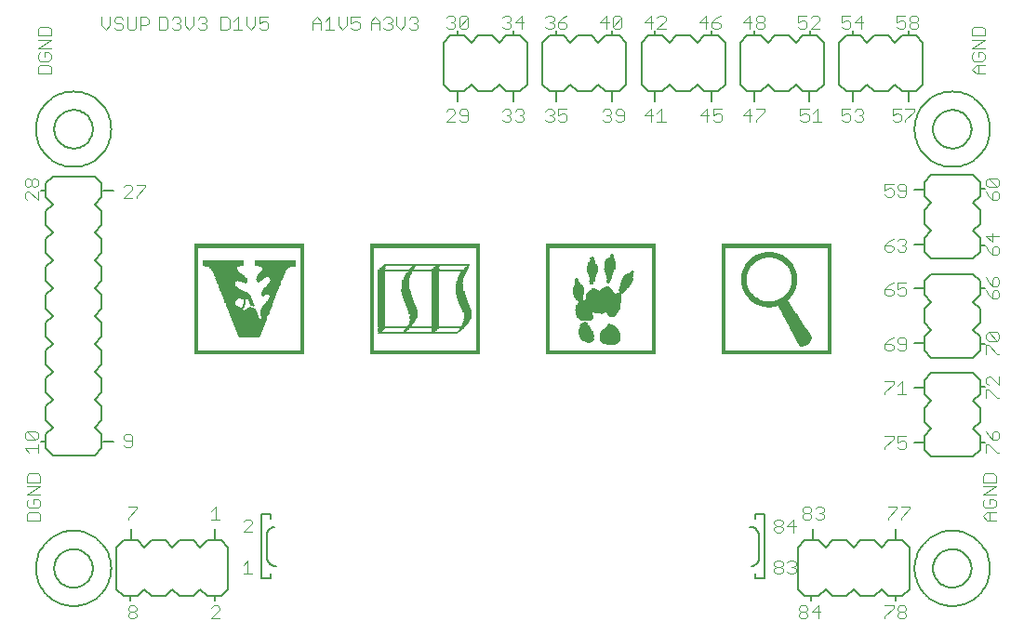
<source format=gto>
G75*
G70*
%OFA0B0*%
%FSLAX24Y24*%
%IPPOS*%
%LPD*%
%AMOC8*
5,1,8,0,0,1.08239X$1,22.5*
%
%ADD10C,0.0080*%
%ADD11C,0.0040*%
%ADD12C,0.0060*%
%ADD13R,0.3937X0.0011*%
%ADD14R,0.3937X0.0011*%
%ADD15R,0.0120X0.0011*%
%ADD16R,0.0120X0.0011*%
%ADD17R,0.0120X0.0011*%
%ADD18R,0.0120X0.0011*%
%ADD19R,0.0744X0.0011*%
%ADD20R,0.0755X0.0011*%
%ADD21R,0.0766X0.0011*%
%ADD22R,0.0776X0.0011*%
%ADD23R,0.0787X0.0011*%
%ADD24R,0.0798X0.0011*%
%ADD25R,0.0798X0.0011*%
%ADD26R,0.0809X0.0011*%
%ADD27R,0.0820X0.0011*%
%ADD28R,0.0842X0.0011*%
%ADD29R,0.0842X0.0011*%
%ADD30R,0.0853X0.0011*%
%ADD31R,0.0864X0.0011*%
%ADD32R,0.0886X0.0011*%
%ADD33R,0.0886X0.0011*%
%ADD34R,0.0897X0.0011*%
%ADD35R,0.0908X0.0011*%
%ADD36R,0.0908X0.0011*%
%ADD37R,0.0930X0.0011*%
%ADD38R,0.0941X0.0011*%
%ADD39R,0.0951X0.0011*%
%ADD40R,0.0951X0.0011*%
%ADD41R,0.0962X0.0011*%
%ADD42R,0.0973X0.0011*%
%ADD43R,0.0995X0.0011*%
%ADD44R,0.0995X0.0011*%
%ADD45R,0.1006X0.0011*%
%ADD46R,0.1017X0.0011*%
%ADD47R,0.1039X0.0011*%
%ADD48R,0.1039X0.0011*%
%ADD49R,0.1050X0.0011*%
%ADD50R,0.1061X0.0011*%
%ADD51R,0.1061X0.0011*%
%ADD52R,0.1083X0.0011*%
%ADD53R,0.1094X0.0011*%
%ADD54R,0.1105X0.0011*%
%ADD55R,0.1105X0.0011*%
%ADD56R,0.1126X0.0011*%
%ADD57R,0.1137X0.0011*%
%ADD58R,0.1148X0.0011*%
%ADD59R,0.1148X0.0011*%
%ADD60R,0.1159X0.0011*%
%ADD61R,0.1170X0.0011*%
%ADD62R,0.1181X0.0011*%
%ADD63R,0.1192X0.0011*%
%ADD64R,0.1192X0.0011*%
%ADD65R,0.1203X0.0011*%
%ADD66R,0.1214X0.0011*%
%ADD67R,0.1214X0.0011*%
%ADD68R,0.1236X0.0011*%
%ADD69R,0.0153X0.0011*%
%ADD70R,0.0984X0.0011*%
%ADD71R,0.0164X0.0011*%
%ADD72R,0.0984X0.0011*%
%ADD73R,0.0164X0.0011*%
%ADD74R,0.0186X0.0011*%
%ADD75R,0.0208X0.0011*%
%ADD76R,0.0208X0.0011*%
%ADD77R,0.0230X0.0011*%
%ADD78R,0.0995X0.0011*%
%ADD79R,0.0995X0.0011*%
%ADD80R,0.0252X0.0011*%
%ADD81R,0.0252X0.0011*%
%ADD82R,0.0273X0.0011*%
%ADD83R,0.0284X0.0011*%
%ADD84R,0.0284X0.0011*%
%ADD85R,0.0295X0.0011*%
%ADD86R,0.0306X0.0011*%
%ADD87R,0.1006X0.0011*%
%ADD88R,0.0306X0.0011*%
%ADD89R,0.0317X0.0011*%
%ADD90R,0.1006X0.0011*%
%ADD91R,0.0328X0.0011*%
%ADD92R,0.1006X0.0011*%
%ADD93R,0.0328X0.0011*%
%ADD94R,0.0339X0.0011*%
%ADD95R,0.0547X0.0011*%
%ADD96R,0.0437X0.0011*%
%ADD97R,0.0339X0.0011*%
%ADD98R,0.0536X0.0011*%
%ADD99R,0.0405X0.0011*%
%ADD100R,0.0536X0.0011*%
%ADD101R,0.0372X0.0011*%
%ADD102R,0.0339X0.0011*%
%ADD103R,0.0547X0.0011*%
%ADD104R,0.0328X0.0011*%
%ADD105R,0.0262X0.0011*%
%ADD106R,0.0569X0.0011*%
%ADD107R,0.0481X0.0011*%
%ADD108R,0.0066X0.0011*%
%ADD109R,0.0175X0.0011*%
%ADD110R,0.0459X0.0011*%
%ADD111R,0.0066X0.0011*%
%ADD112R,0.0131X0.0011*%
%ADD113R,0.0437X0.0011*%
%ADD114R,0.0077X0.0011*%
%ADD115R,0.0098X0.0011*%
%ADD116R,0.0066X0.0011*%
%ADD117R,0.0394X0.0011*%
%ADD118R,0.0317X0.0011*%
%ADD119R,0.0383X0.0011*%
%ADD120R,0.0328X0.0011*%
%ADD121R,0.0372X0.0011*%
%ADD122R,0.0066X0.0011*%
%ADD123R,0.0317X0.0011*%
%ADD124R,0.0361X0.0011*%
%ADD125R,0.0011X0.0011*%
%ADD126R,0.0350X0.0011*%
%ADD127R,0.0055X0.0011*%
%ADD128R,0.0295X0.0011*%
%ADD129R,0.0350X0.0011*%
%ADD130R,0.0295X0.0011*%
%ADD131R,0.0361X0.0011*%
%ADD132R,0.0131X0.0011*%
%ADD133R,0.0350X0.0011*%
%ADD134R,0.0142X0.0011*%
%ADD135R,0.0142X0.0011*%
%ADD136R,0.0055X0.0011*%
%ADD137R,0.0142X0.0011*%
%ADD138R,0.0262X0.0011*%
%ADD139R,0.0131X0.0011*%
%ADD140R,0.0241X0.0011*%
%ADD141R,0.0383X0.0011*%
%ADD142R,0.0241X0.0011*%
%ADD143R,0.0230X0.0011*%
%ADD144R,0.0219X0.0011*%
%ADD145R,0.0416X0.0011*%
%ADD146R,0.0131X0.0011*%
%ADD147R,0.0219X0.0011*%
%ADD148R,0.0426X0.0011*%
%ADD149R,0.0448X0.0011*%
%ADD150R,0.0219X0.0011*%
%ADD151R,0.0459X0.0011*%
%ADD152R,0.0470X0.0011*%
%ADD153R,0.0197X0.0011*%
%ADD154R,0.0492X0.0011*%
%ADD155R,0.0087X0.0011*%
%ADD156R,0.0503X0.0011*%
%ADD157R,0.0153X0.0011*%
%ADD158R,0.0197X0.0011*%
%ADD159R,0.0197X0.0011*%
%ADD160R,0.0197X0.0011*%
%ADD161R,0.0055X0.0011*%
%ADD162R,0.0230X0.0011*%
%ADD163R,0.0164X0.0011*%
%ADD164R,0.0241X0.0011*%
%ADD165R,0.0262X0.0011*%
%ADD166R,0.0962X0.0011*%
%ADD167R,0.0536X0.0011*%
%ADD168R,0.0962X0.0011*%
%ADD169R,0.0951X0.0011*%
%ADD170R,0.0558X0.0011*%
%ADD171R,0.0930X0.0011*%
%ADD172R,0.0897X0.0011*%
%ADD173R,0.0875X0.0011*%
%ADD174R,0.0842X0.0011*%
%ADD175R,0.0558X0.0011*%
%ADD176R,0.0820X0.0011*%
%ADD177R,0.0755X0.0011*%
%ADD178R,0.0733X0.0011*%
%ADD179R,0.0525X0.0011*%
%ADD180R,0.0722X0.0011*%
%ADD181R,0.0525X0.0011*%
%ADD182R,0.0700X0.0011*%
%ADD183R,0.0689X0.0011*%
%ADD184R,0.0514X0.0011*%
%ADD185R,0.0678X0.0011*%
%ADD186R,0.0514X0.0011*%
%ADD187R,0.0656X0.0011*%
%ADD188R,0.0503X0.0011*%
%ADD189R,0.0656X0.0011*%
%ADD190R,0.0645X0.0011*%
%ADD191R,0.0634X0.0011*%
%ADD192R,0.0481X0.0011*%
%ADD193R,0.0634X0.0011*%
%ADD194R,0.0623X0.0011*%
%ADD195R,0.0470X0.0011*%
%ADD196R,0.0623X0.0011*%
%ADD197R,0.0470X0.0011*%
%ADD198R,0.0623X0.0011*%
%ADD199R,0.0612X0.0011*%
%ADD200R,0.0612X0.0011*%
%ADD201R,0.0623X0.0011*%
%ADD202R,0.0437X0.0011*%
%ADD203R,0.0427X0.0011*%
%ADD204R,0.0416X0.0011*%
%ADD205R,0.0416X0.0011*%
%ADD206R,0.0208X0.0011*%
%ADD207R,0.0667X0.0011*%
%ADD208R,0.0230X0.0011*%
%ADD209R,0.0109X0.0011*%
%ADD210R,0.0689X0.0011*%
%ADD211R,0.0711X0.0011*%
%ADD212R,0.0306X0.0011*%
%ADD213R,0.1105X0.0011*%
%ADD214R,0.1105X0.0011*%
%ADD215R,0.0186X0.0011*%
%ADD216R,0.0426X0.0011*%
%ADD217R,0.0262X0.0011*%
%ADD218R,0.1094X0.0011*%
%ADD219R,0.0481X0.0011*%
%ADD220R,0.1083X0.0011*%
%ADD221R,0.0317X0.0011*%
%ADD222R,0.0492X0.0011*%
%ADD223R,0.1072X0.0011*%
%ADD224R,0.1050X0.0011*%
%ADD225R,0.0941X0.0011*%
%ADD226R,0.1039X0.0011*%
%ADD227R,0.1028X0.0011*%
%ADD228R,0.0919X0.0011*%
%ADD229R,0.1028X0.0011*%
%ADD230R,0.0919X0.0011*%
%ADD231R,0.0919X0.0011*%
%ADD232R,0.0908X0.0011*%
%ADD233R,0.0897X0.0011*%
%ADD234R,0.0940X0.0011*%
%ADD235R,0.0875X0.0011*%
%ADD236R,0.0886X0.0011*%
%ADD237R,0.0919X0.0011*%
%ADD238R,0.0875X0.0011*%
%ADD239R,0.0930X0.0011*%
%ADD240R,0.0973X0.0011*%
%ADD241R,0.1017X0.0011*%
%ADD242R,0.1061X0.0011*%
%ADD243R,0.1126X0.0011*%
%ADD244R,0.1290X0.0011*%
%ADD245R,0.1345X0.0011*%
%ADD246R,0.1498X0.0011*%
%ADD247R,0.1498X0.0011*%
%ADD248R,0.1498X0.0011*%
%ADD249R,0.1498X0.0011*%
%ADD250R,0.2832X0.0011*%
%ADD251R,0.2843X0.0011*%
%ADD252R,0.2854X0.0011*%
%ADD253R,0.2865X0.0011*%
%ADD254R,0.0087X0.0011*%
%ADD255R,0.0077X0.0011*%
%ADD256R,0.0109X0.0011*%
%ADD257R,0.0098X0.0011*%
%ADD258R,0.0088X0.0011*%
%ADD259R,0.0175X0.0011*%
%ADD260R,0.0109X0.0011*%
%ADD261R,0.0241X0.0011*%
%ADD262R,0.0109X0.0011*%
%ADD263R,0.3062X0.0011*%
%ADD264R,0.3073X0.0011*%
%ADD265R,0.3084X0.0011*%
%ADD266R,0.3106X0.0011*%
%ADD267R,0.0273X0.0011*%
%ADD268R,0.0273X0.0011*%
%ADD269R,0.0175X0.0011*%
%ADD270R,0.0153X0.0011*%
%ADD271R,0.0186X0.0011*%
%ADD272R,0.0251X0.0011*%
%ADD273R,0.0251X0.0011*%
%ADD274R,0.0295X0.0011*%
%ADD275R,0.0273X0.0011*%
%ADD276R,0.0306X0.0011*%
%ADD277R,0.0350X0.0011*%
%ADD278R,0.0339X0.0011*%
%ADD279R,0.0219X0.0011*%
%ADD280R,0.0186X0.0011*%
%ADD281R,0.0175X0.0011*%
%ADD282R,0.1258X0.0011*%
%ADD283R,0.3182X0.0011*%
%ADD284R,0.3182X0.0011*%
%ADD285R,0.3182X0.0011*%
%ADD286R,0.2165X0.0011*%
%ADD287R,0.0164X0.0011*%
%ADD288R,0.0077X0.0011*%
%ADD289R,0.0088X0.0011*%
%ADD290R,0.3073X0.0011*%
%ADD291R,0.3051X0.0011*%
%ADD292R,0.0416X0.0011*%
%ADD293R,0.0558X0.0011*%
%ADD294R,0.0591X0.0011*%
%ADD295R,0.0612X0.0011*%
%ADD296R,0.0634X0.0011*%
%ADD297R,0.0667X0.0011*%
%ADD298R,0.0361X0.0011*%
%ADD299R,0.0700X0.0011*%
%ADD300R,0.0722X0.0011*%
%ADD301R,0.0733X0.0011*%
%ADD302R,0.0755X0.0011*%
%ADD303R,0.0459X0.0011*%
%ADD304R,0.0766X0.0011*%
%ADD305R,0.0766X0.0011*%
%ADD306R,0.0503X0.0011*%
%ADD307R,0.0525X0.0011*%
%ADD308R,0.0514X0.0011*%
%ADD309R,0.0580X0.0011*%
%ADD310R,0.0547X0.0011*%
%ADD311R,0.0405X0.0011*%
%ADD312R,0.0405X0.0011*%
%ADD313R,0.0372X0.0011*%
%ADD314R,0.0558X0.0011*%
%ADD315R,0.0591X0.0011*%
%ADD316R,0.0601X0.0011*%
%ADD317R,0.0601X0.0011*%
%ADD318R,0.1072X0.0011*%
%ADD319R,0.0405X0.0011*%
%ADD320R,0.1531X0.0011*%
%ADD321R,0.1542X0.0011*%
%ADD322R,0.1553X0.0011*%
%ADD323R,0.1553X0.0011*%
%ADD324R,0.1564X0.0011*%
%ADD325R,0.1575X0.0011*%
%ADD326R,0.1564X0.0011*%
%ADD327R,0.1575X0.0011*%
%ADD328R,0.1564X0.0011*%
%ADD329R,0.1542X0.0011*%
%ADD330R,0.1520X0.0011*%
%ADD331R,0.1531X0.0011*%
%ADD332R,0.1531X0.0011*%
%ADD333R,0.1301X0.0011*%
%ADD334R,0.1280X0.0011*%
%ADD335R,0.1280X0.0011*%
%ADD336R,0.1269X0.0011*%
%ADD337R,0.1269X0.0011*%
%ADD338R,0.1258X0.0011*%
%ADD339R,0.1258X0.0011*%
%ADD340R,0.1247X0.0011*%
%ADD341R,0.1225X0.0011*%
%ADD342R,0.1028X0.0011*%
%ADD343R,0.0864X0.0011*%
%ADD344R,0.0831X0.0011*%
%ADD345R,0.0448X0.0011*%
%ADD346R,0.0394X0.0011*%
%ADD347R,0.0383X0.0011*%
%ADD348R,0.0033X0.0011*%
%ADD349R,0.0284X0.0011*%
%ADD350R,0.0033X0.0011*%
%ADD351R,0.0372X0.0011*%
%ADD352R,0.0077X0.0011*%
%ADD353R,0.0361X0.0011*%
%ADD354R,0.0142X0.0011*%
%ADD355R,0.0601X0.0011*%
%ADD356R,0.0580X0.0011*%
%ADD357R,0.0591X0.0011*%
%ADD358R,0.0580X0.0011*%
%ADD359R,0.0580X0.0011*%
%ADD360R,0.0569X0.0011*%
%ADD361R,0.0569X0.0011*%
%ADD362R,0.0569X0.0011*%
%ADD363R,0.0525X0.0011*%
%ADD364R,0.0514X0.0011*%
%ADD365R,0.0492X0.0011*%
%ADD366R,0.0481X0.0011*%
%ADD367R,0.0459X0.0011*%
%ADD368R,0.1137X0.0011*%
%ADD369R,0.1192X0.0011*%
%ADD370R,0.1225X0.0011*%
%ADD371R,0.1236X0.0011*%
%ADD372R,0.0208X0.0011*%
%ADD373R,0.1148X0.0011*%
%ADD374R,0.1126X0.0011*%
%ADD375R,0.1050X0.0011*%
%ADD376R,0.0842X0.0011*%
%ADD377R,0.0667X0.0011*%
D10*
X001420Y002111D02*
X001422Y002163D01*
X001428Y002215D01*
X001438Y002266D01*
X001451Y002316D01*
X001469Y002366D01*
X001490Y002413D01*
X001514Y002459D01*
X001543Y002503D01*
X001574Y002545D01*
X001608Y002584D01*
X001645Y002621D01*
X001685Y002654D01*
X001728Y002685D01*
X001772Y002712D01*
X001818Y002736D01*
X001867Y002756D01*
X001916Y002772D01*
X001967Y002785D01*
X002018Y002794D01*
X002070Y002799D01*
X002122Y002800D01*
X002174Y002797D01*
X002226Y002790D01*
X002277Y002779D01*
X002327Y002765D01*
X002376Y002746D01*
X002423Y002724D01*
X002468Y002699D01*
X002512Y002670D01*
X002553Y002638D01*
X002592Y002603D01*
X002627Y002565D01*
X002660Y002524D01*
X002690Y002482D01*
X002716Y002437D01*
X002739Y002390D01*
X002758Y002341D01*
X002774Y002291D01*
X002786Y002241D01*
X002794Y002189D01*
X002798Y002137D01*
X002798Y002085D01*
X002794Y002033D01*
X002786Y001981D01*
X002774Y001931D01*
X002758Y001881D01*
X002739Y001832D01*
X002716Y001785D01*
X002690Y001740D01*
X002660Y001698D01*
X002627Y001657D01*
X002592Y001619D01*
X002553Y001584D01*
X002512Y001552D01*
X002468Y001523D01*
X002423Y001498D01*
X002376Y001476D01*
X002327Y001457D01*
X002277Y001443D01*
X002226Y001432D01*
X002174Y001425D01*
X002122Y001422D01*
X002070Y001423D01*
X002018Y001428D01*
X001967Y001437D01*
X001916Y001450D01*
X001867Y001466D01*
X001818Y001486D01*
X001772Y001510D01*
X001728Y001537D01*
X001685Y001568D01*
X001645Y001601D01*
X001608Y001638D01*
X001574Y001677D01*
X001543Y001719D01*
X001514Y001763D01*
X001490Y001809D01*
X001469Y001856D01*
X001451Y001906D01*
X001438Y001956D01*
X001428Y002007D01*
X001422Y002059D01*
X001420Y002111D01*
X003652Y001361D02*
X003902Y001111D01*
X004402Y001111D01*
X004652Y001361D01*
X004902Y001111D01*
X005402Y001111D01*
X005652Y001361D01*
X005902Y001111D01*
X006402Y001111D01*
X006652Y001361D01*
X006902Y001111D01*
X007402Y001111D01*
X007652Y001361D01*
X007652Y002861D01*
X007402Y003111D01*
X006902Y003111D01*
X006652Y002861D01*
X006402Y003111D01*
X005902Y003111D01*
X005652Y002861D01*
X005402Y003111D01*
X004902Y003111D01*
X004652Y002861D01*
X004402Y003111D01*
X003902Y003111D01*
X003652Y002861D01*
X003652Y001361D01*
X004136Y001107D02*
X004136Y000950D01*
X007168Y000950D02*
X007168Y001107D01*
X008841Y001749D02*
X009179Y001749D01*
X009179Y001914D01*
X008841Y001749D02*
X008841Y004048D01*
X009171Y004048D01*
X009171Y003883D01*
X009313Y003607D02*
X009281Y003603D01*
X009250Y003596D01*
X009220Y003585D01*
X009191Y003570D01*
X009163Y003553D01*
X009138Y003532D01*
X009116Y003509D01*
X009096Y003484D01*
X009079Y003456D01*
X009066Y003427D01*
X009055Y003396D01*
X009048Y003365D01*
X009045Y003333D01*
X009046Y003300D01*
X009046Y002513D01*
X009045Y002505D02*
X009047Y002472D01*
X009053Y002439D01*
X009062Y002407D01*
X009074Y002376D01*
X009090Y002346D01*
X009108Y002318D01*
X009130Y002293D01*
X009153Y002269D01*
X009180Y002249D01*
X009208Y002231D01*
X009238Y002216D01*
X009269Y002204D01*
X009302Y002196D01*
X009335Y002191D01*
X009368Y002190D01*
X007179Y003174D02*
X007179Y003528D01*
X004187Y003528D02*
X004187Y003174D01*
X002859Y006166D02*
X001359Y006166D01*
X001109Y006416D01*
X001109Y006916D01*
X001359Y007166D01*
X001109Y007416D01*
X001109Y007916D01*
X001359Y008166D01*
X001109Y008416D01*
X001109Y008916D01*
X001359Y009166D01*
X001109Y009416D01*
X001109Y009916D01*
X001359Y010166D01*
X001109Y010416D01*
X001109Y010916D01*
X001359Y011166D01*
X001109Y011416D01*
X001109Y011916D01*
X001359Y012166D01*
X001109Y012416D01*
X001109Y012916D01*
X001359Y013166D01*
X001109Y013416D01*
X001109Y013916D01*
X001359Y014166D01*
X001109Y014416D01*
X001109Y014916D01*
X001359Y015166D01*
X001109Y015416D01*
X001109Y015916D01*
X001359Y016166D01*
X002859Y016166D01*
X003109Y015916D01*
X003109Y015416D01*
X002859Y015166D01*
X003109Y014916D01*
X003109Y014416D01*
X002859Y014166D01*
X003109Y013916D01*
X003109Y013416D01*
X002859Y013166D01*
X003109Y012916D01*
X003109Y012416D01*
X002859Y012166D01*
X003109Y011916D01*
X003109Y011416D01*
X002859Y011166D01*
X003109Y010916D01*
X003109Y010416D01*
X002859Y010166D01*
X003109Y009916D01*
X003109Y009416D01*
X002859Y009166D01*
X003109Y008916D01*
X003109Y008416D01*
X002859Y008166D01*
X003109Y007916D01*
X003109Y007416D01*
X002859Y007166D01*
X003109Y006916D01*
X003109Y006416D01*
X002859Y006166D01*
X003171Y006646D02*
X003526Y006646D01*
X001105Y006658D02*
X000947Y006658D01*
X000947Y015674D02*
X001105Y015674D01*
X003171Y015654D02*
X003526Y015654D01*
X001420Y017859D02*
X001422Y017911D01*
X001428Y017963D01*
X001438Y018014D01*
X001451Y018064D01*
X001469Y018114D01*
X001490Y018161D01*
X001514Y018207D01*
X001543Y018251D01*
X001574Y018293D01*
X001608Y018332D01*
X001645Y018369D01*
X001685Y018402D01*
X001728Y018433D01*
X001772Y018460D01*
X001818Y018484D01*
X001867Y018504D01*
X001916Y018520D01*
X001967Y018533D01*
X002018Y018542D01*
X002070Y018547D01*
X002122Y018548D01*
X002174Y018545D01*
X002226Y018538D01*
X002277Y018527D01*
X002327Y018513D01*
X002376Y018494D01*
X002423Y018472D01*
X002468Y018447D01*
X002512Y018418D01*
X002553Y018386D01*
X002592Y018351D01*
X002627Y018313D01*
X002660Y018272D01*
X002690Y018230D01*
X002716Y018185D01*
X002739Y018138D01*
X002758Y018089D01*
X002774Y018039D01*
X002786Y017989D01*
X002794Y017937D01*
X002798Y017885D01*
X002798Y017833D01*
X002794Y017781D01*
X002786Y017729D01*
X002774Y017679D01*
X002758Y017629D01*
X002739Y017580D01*
X002716Y017533D01*
X002690Y017488D01*
X002660Y017446D01*
X002627Y017405D01*
X002592Y017367D01*
X002553Y017332D01*
X002512Y017300D01*
X002468Y017271D01*
X002423Y017246D01*
X002376Y017224D01*
X002327Y017205D01*
X002277Y017191D01*
X002226Y017180D01*
X002174Y017173D01*
X002122Y017170D01*
X002070Y017171D01*
X002018Y017176D01*
X001967Y017185D01*
X001916Y017198D01*
X001867Y017214D01*
X001818Y017234D01*
X001772Y017258D01*
X001728Y017285D01*
X001685Y017316D01*
X001645Y017349D01*
X001608Y017386D01*
X001574Y017425D01*
X001543Y017467D01*
X001514Y017511D01*
X001490Y017557D01*
X001469Y017604D01*
X001451Y017654D01*
X001438Y017704D01*
X001428Y017755D01*
X001422Y017807D01*
X001420Y017859D01*
X015372Y019471D02*
X015622Y019221D01*
X016122Y019221D01*
X016372Y019471D01*
X016622Y019221D01*
X017122Y019221D01*
X017372Y019471D01*
X017622Y019221D01*
X018122Y019221D01*
X018372Y019471D01*
X018372Y020971D01*
X018122Y021221D01*
X017622Y021221D01*
X017372Y020971D01*
X017122Y021221D01*
X016622Y021221D01*
X016372Y020971D01*
X016122Y021221D01*
X015622Y021221D01*
X015372Y020971D01*
X015372Y019471D01*
X015868Y019217D02*
X015868Y018863D01*
X017876Y018863D02*
X017876Y019217D01*
X018916Y019471D02*
X019166Y019221D01*
X019666Y019221D01*
X019916Y019471D01*
X020166Y019221D01*
X020666Y019221D01*
X020916Y019471D01*
X021166Y019221D01*
X021666Y019221D01*
X021916Y019471D01*
X021916Y020971D01*
X021666Y021221D01*
X021166Y021221D01*
X020916Y020971D01*
X020666Y021221D01*
X020166Y021221D01*
X019916Y020971D01*
X019666Y021221D01*
X019166Y021221D01*
X018916Y020971D01*
X018916Y019471D01*
X019412Y019217D02*
X019412Y018863D01*
X021400Y018863D02*
X021400Y019217D01*
X022459Y019471D02*
X022709Y019221D01*
X023209Y019221D01*
X023459Y019471D01*
X023709Y019221D01*
X024209Y019221D01*
X024459Y019471D01*
X024709Y019221D01*
X025209Y019221D01*
X025459Y019471D01*
X025459Y020971D01*
X025209Y021221D01*
X024709Y021221D01*
X024459Y020971D01*
X024209Y021221D01*
X023709Y021221D01*
X023459Y020971D01*
X023209Y021221D01*
X022709Y021221D01*
X022459Y020971D01*
X022459Y019471D01*
X022955Y019217D02*
X022955Y018863D01*
X024963Y018863D02*
X024963Y019217D01*
X026002Y019471D02*
X026252Y019221D01*
X026752Y019221D01*
X027002Y019471D01*
X027252Y019221D01*
X027752Y019221D01*
X028002Y019471D01*
X028252Y019221D01*
X028752Y019221D01*
X029002Y019471D01*
X029002Y020971D01*
X028752Y021221D01*
X028252Y021221D01*
X028002Y020971D01*
X027752Y021221D01*
X027252Y021221D01*
X027002Y020971D01*
X026752Y021221D01*
X026252Y021221D01*
X026002Y020971D01*
X026002Y019471D01*
X026498Y019217D02*
X026498Y018863D01*
X028486Y018863D02*
X028486Y019217D01*
X029546Y019471D02*
X029796Y019221D01*
X030296Y019221D01*
X030546Y019471D01*
X030796Y019221D01*
X031296Y019221D01*
X031546Y019471D01*
X031796Y019221D01*
X032296Y019221D01*
X032546Y019471D01*
X032546Y020971D01*
X032296Y021221D01*
X031796Y021221D01*
X031546Y020971D01*
X031296Y021221D01*
X030796Y021221D01*
X030546Y020971D01*
X030296Y021221D01*
X029796Y021221D01*
X029546Y020971D01*
X029546Y019471D01*
X030042Y019217D02*
X030042Y018863D01*
X032030Y018863D02*
X032030Y019217D01*
X032916Y017859D02*
X032918Y017911D01*
X032924Y017963D01*
X032934Y018014D01*
X032947Y018064D01*
X032965Y018114D01*
X032986Y018161D01*
X033010Y018207D01*
X033039Y018251D01*
X033070Y018293D01*
X033104Y018332D01*
X033141Y018369D01*
X033181Y018402D01*
X033224Y018433D01*
X033268Y018460D01*
X033314Y018484D01*
X033363Y018504D01*
X033412Y018520D01*
X033463Y018533D01*
X033514Y018542D01*
X033566Y018547D01*
X033618Y018548D01*
X033670Y018545D01*
X033722Y018538D01*
X033773Y018527D01*
X033823Y018513D01*
X033872Y018494D01*
X033919Y018472D01*
X033964Y018447D01*
X034008Y018418D01*
X034049Y018386D01*
X034088Y018351D01*
X034123Y018313D01*
X034156Y018272D01*
X034186Y018230D01*
X034212Y018185D01*
X034235Y018138D01*
X034254Y018089D01*
X034270Y018039D01*
X034282Y017989D01*
X034290Y017937D01*
X034294Y017885D01*
X034294Y017833D01*
X034290Y017781D01*
X034282Y017729D01*
X034270Y017679D01*
X034254Y017629D01*
X034235Y017580D01*
X034212Y017533D01*
X034186Y017488D01*
X034156Y017446D01*
X034123Y017405D01*
X034088Y017367D01*
X034049Y017332D01*
X034008Y017300D01*
X033964Y017271D01*
X033919Y017246D01*
X033872Y017224D01*
X033823Y017205D01*
X033773Y017191D01*
X033722Y017180D01*
X033670Y017173D01*
X033618Y017170D01*
X033566Y017171D01*
X033514Y017176D01*
X033463Y017185D01*
X033412Y017198D01*
X033363Y017214D01*
X033314Y017234D01*
X033268Y017258D01*
X033224Y017285D01*
X033181Y017316D01*
X033141Y017349D01*
X033104Y017386D01*
X033070Y017425D01*
X033039Y017467D01*
X033010Y017511D01*
X032986Y017557D01*
X032965Y017604D01*
X032947Y017654D01*
X032934Y017704D01*
X032924Y017755D01*
X032918Y017807D01*
X032916Y017859D01*
X032855Y016209D02*
X032605Y015959D01*
X032605Y015459D01*
X032855Y015209D01*
X032605Y014959D01*
X032605Y014459D01*
X032855Y014209D01*
X032605Y013959D01*
X032605Y013459D01*
X032855Y013209D01*
X034355Y013209D01*
X034605Y013459D01*
X034605Y013959D01*
X034355Y014209D01*
X034605Y014459D01*
X034605Y014959D01*
X034355Y015209D01*
X034605Y015459D01*
X034605Y015959D01*
X034355Y016209D01*
X032855Y016209D01*
X032605Y015694D02*
X032250Y015694D01*
X034609Y015713D02*
X034766Y015713D01*
X034766Y013706D02*
X034609Y013706D01*
X034355Y012666D02*
X032855Y012666D01*
X032605Y012416D01*
X032605Y011916D01*
X032855Y011666D01*
X032605Y011416D01*
X032605Y010916D01*
X032855Y010666D01*
X032605Y010416D01*
X032605Y009916D01*
X032855Y009666D01*
X034355Y009666D01*
X034605Y009916D01*
X034605Y010416D01*
X034355Y010666D01*
X034605Y010916D01*
X034605Y011416D01*
X034355Y011666D01*
X034605Y011916D01*
X034605Y012416D01*
X034355Y012666D01*
X034609Y012170D02*
X034766Y012170D01*
X032605Y012150D02*
X032250Y012150D01*
X032250Y013725D02*
X032605Y013725D01*
X032605Y010182D02*
X032250Y010182D01*
X032855Y009123D02*
X032605Y008873D01*
X032605Y008373D01*
X032855Y008123D01*
X032605Y007873D01*
X032605Y007373D01*
X032855Y007123D01*
X032605Y006873D01*
X032605Y006373D01*
X032855Y006123D01*
X034355Y006123D01*
X034605Y006373D01*
X034605Y006873D01*
X034355Y007123D01*
X034605Y007373D01*
X034605Y007873D01*
X034355Y008123D01*
X034605Y008373D01*
X034605Y008873D01*
X034355Y009123D01*
X032855Y009123D01*
X032605Y008607D02*
X032250Y008607D01*
X034609Y008627D02*
X034766Y008627D01*
X034766Y010162D02*
X034609Y010162D01*
X034609Y006619D02*
X034766Y006619D01*
X032605Y006639D02*
X032250Y006639D01*
X031589Y003528D02*
X031589Y003174D01*
X031811Y003111D02*
X031311Y003111D01*
X031061Y002861D01*
X030811Y003111D01*
X030311Y003111D01*
X030061Y002861D01*
X029811Y003111D01*
X029311Y003111D01*
X029061Y002861D01*
X028811Y003111D01*
X028311Y003111D01*
X028061Y002861D01*
X028061Y001361D01*
X028311Y001111D01*
X028811Y001111D01*
X029061Y001361D01*
X029311Y001111D01*
X029811Y001111D01*
X030061Y001361D01*
X030311Y001111D01*
X030811Y001111D01*
X031061Y001361D01*
X031311Y001111D01*
X031811Y001111D01*
X032061Y001361D01*
X032061Y002861D01*
X031811Y003111D01*
X032916Y002111D02*
X032918Y002163D01*
X032924Y002215D01*
X032934Y002266D01*
X032947Y002316D01*
X032965Y002366D01*
X032986Y002413D01*
X033010Y002459D01*
X033039Y002503D01*
X033070Y002545D01*
X033104Y002584D01*
X033141Y002621D01*
X033181Y002654D01*
X033224Y002685D01*
X033268Y002712D01*
X033314Y002736D01*
X033363Y002756D01*
X033412Y002772D01*
X033463Y002785D01*
X033514Y002794D01*
X033566Y002799D01*
X033618Y002800D01*
X033670Y002797D01*
X033722Y002790D01*
X033773Y002779D01*
X033823Y002765D01*
X033872Y002746D01*
X033919Y002724D01*
X033964Y002699D01*
X034008Y002670D01*
X034049Y002638D01*
X034088Y002603D01*
X034123Y002565D01*
X034156Y002524D01*
X034186Y002482D01*
X034212Y002437D01*
X034235Y002390D01*
X034254Y002341D01*
X034270Y002291D01*
X034282Y002241D01*
X034290Y002189D01*
X034294Y002137D01*
X034294Y002085D01*
X034290Y002033D01*
X034282Y001981D01*
X034270Y001931D01*
X034254Y001881D01*
X034235Y001832D01*
X034212Y001785D01*
X034186Y001740D01*
X034156Y001698D01*
X034123Y001657D01*
X034088Y001619D01*
X034049Y001584D01*
X034008Y001552D01*
X033964Y001523D01*
X033919Y001498D01*
X033872Y001476D01*
X033823Y001457D01*
X033773Y001443D01*
X033722Y001432D01*
X033670Y001425D01*
X033618Y001422D01*
X033566Y001423D01*
X033514Y001428D01*
X033463Y001437D01*
X033412Y001450D01*
X033363Y001466D01*
X033314Y001486D01*
X033268Y001510D01*
X033224Y001537D01*
X033181Y001568D01*
X033141Y001601D01*
X033104Y001638D01*
X033070Y001677D01*
X033039Y001719D01*
X033010Y001763D01*
X032986Y001809D01*
X032965Y001856D01*
X032947Y001906D01*
X032934Y001956D01*
X032924Y002007D01*
X032918Y002059D01*
X032916Y002111D01*
X031577Y001107D02*
X031577Y000950D01*
X028546Y000950D02*
X028546Y001107D01*
X026872Y001749D02*
X026542Y001749D01*
X026542Y001914D01*
X026872Y001749D02*
X026872Y004048D01*
X026542Y004048D01*
X026542Y003883D01*
X026668Y003284D02*
X026668Y002497D01*
X026667Y002497D02*
X026668Y002464D01*
X026665Y002432D01*
X026658Y002401D01*
X026647Y002370D01*
X026634Y002341D01*
X026617Y002313D01*
X026597Y002288D01*
X026575Y002265D01*
X026550Y002244D01*
X026522Y002227D01*
X026493Y002212D01*
X026463Y002201D01*
X026432Y002194D01*
X026400Y002190D01*
X026668Y003292D02*
X026666Y003325D01*
X026660Y003358D01*
X026651Y003390D01*
X026639Y003421D01*
X026623Y003451D01*
X026605Y003479D01*
X026583Y003504D01*
X026560Y003528D01*
X026533Y003548D01*
X026505Y003566D01*
X026475Y003581D01*
X026444Y003593D01*
X026411Y003601D01*
X026378Y003606D01*
X026345Y003607D01*
X028597Y003528D02*
X028597Y003174D01*
X028506Y021225D02*
X028506Y021383D01*
X030042Y021383D02*
X030042Y021225D01*
X032049Y021225D02*
X032049Y021383D01*
X026498Y021383D02*
X026498Y021225D01*
X024963Y021225D02*
X024963Y021383D01*
X022955Y021383D02*
X022955Y021225D01*
X021420Y021225D02*
X021420Y021383D01*
X019412Y021383D02*
X019412Y021225D01*
X017876Y021225D02*
X017876Y021383D01*
X015868Y021383D02*
X015868Y021225D01*
D11*
X016012Y021462D02*
X015935Y021538D01*
X016242Y021845D01*
X016242Y021538D01*
X016166Y021462D01*
X016012Y021462D01*
X015935Y021538D02*
X015935Y021845D01*
X016012Y021922D01*
X016166Y021922D01*
X016242Y021845D01*
X015782Y021845D02*
X015782Y021769D01*
X015705Y021692D01*
X015782Y021615D01*
X015782Y021538D01*
X015705Y021462D01*
X015552Y021462D01*
X015475Y021538D01*
X015628Y021692D02*
X015705Y021692D01*
X015782Y021845D02*
X015705Y021922D01*
X015552Y021922D01*
X015475Y021845D01*
X014447Y021806D02*
X014447Y021729D01*
X014370Y021653D01*
X014447Y021576D01*
X014447Y021499D01*
X014370Y021422D01*
X014216Y021422D01*
X014140Y021499D01*
X013986Y021576D02*
X013986Y021883D01*
X014140Y021806D02*
X014216Y021883D01*
X014370Y021883D01*
X014447Y021806D01*
X014370Y021653D02*
X014293Y021653D01*
X013986Y021576D02*
X013833Y021422D01*
X013679Y021576D01*
X013679Y021883D01*
X013526Y021806D02*
X013526Y021729D01*
X013449Y021653D01*
X013526Y021576D01*
X013526Y021499D01*
X013449Y021422D01*
X013296Y021422D01*
X013219Y021499D01*
X013065Y021422D02*
X013065Y021729D01*
X012912Y021883D01*
X012758Y021729D01*
X012758Y021422D01*
X012758Y021653D02*
X013065Y021653D01*
X013219Y021806D02*
X013296Y021883D01*
X013449Y021883D01*
X013526Y021806D01*
X013449Y021653D02*
X013372Y021653D01*
X012360Y021653D02*
X012360Y021499D01*
X012283Y021422D01*
X012130Y021422D01*
X012053Y021499D01*
X012053Y021653D02*
X012206Y021729D01*
X012283Y021729D01*
X012360Y021653D01*
X012360Y021883D02*
X012053Y021883D01*
X012053Y021653D01*
X011900Y021576D02*
X011900Y021883D01*
X011900Y021576D02*
X011746Y021422D01*
X011593Y021576D01*
X011593Y021883D01*
X011286Y021883D02*
X011286Y021422D01*
X011439Y021422D02*
X011132Y021422D01*
X010979Y021422D02*
X010979Y021729D01*
X010825Y021883D01*
X010672Y021729D01*
X010672Y021422D01*
X010672Y021653D02*
X010979Y021653D01*
X011132Y021729D02*
X011286Y021883D01*
X009073Y021883D02*
X008766Y021883D01*
X008766Y021653D01*
X008919Y021729D01*
X008996Y021729D01*
X009073Y021653D01*
X009073Y021499D01*
X008996Y021422D01*
X008842Y021422D01*
X008766Y021499D01*
X008612Y021576D02*
X008612Y021883D01*
X008305Y021883D02*
X008305Y021576D01*
X008459Y021422D01*
X008612Y021576D01*
X008152Y021422D02*
X007845Y021422D01*
X007998Y021422D02*
X007998Y021883D01*
X007845Y021729D01*
X007691Y021806D02*
X007615Y021883D01*
X007384Y021883D01*
X007384Y021422D01*
X007615Y021422D01*
X007691Y021499D01*
X007691Y021806D01*
X006868Y021806D02*
X006868Y021729D01*
X006791Y021653D01*
X006868Y021576D01*
X006868Y021499D01*
X006791Y021422D01*
X006638Y021422D01*
X006561Y021499D01*
X006407Y021576D02*
X006254Y021422D01*
X006100Y021576D01*
X006100Y021883D01*
X005947Y021806D02*
X005947Y021729D01*
X005870Y021653D01*
X005947Y021576D01*
X005947Y021499D01*
X005870Y021422D01*
X005717Y021422D01*
X005640Y021499D01*
X005487Y021499D02*
X005487Y021806D01*
X005410Y021883D01*
X005180Y021883D01*
X005180Y021422D01*
X005410Y021422D01*
X005487Y021499D01*
X005794Y021653D02*
X005870Y021653D01*
X005947Y021806D02*
X005870Y021883D01*
X005717Y021883D01*
X005640Y021806D01*
X006407Y021883D02*
X006407Y021576D01*
X006561Y021806D02*
X006638Y021883D01*
X006791Y021883D01*
X006868Y021806D01*
X006791Y021653D02*
X006714Y021653D01*
X004801Y021653D02*
X004724Y021576D01*
X004494Y021576D01*
X004494Y021422D02*
X004494Y021883D01*
X004724Y021883D01*
X004801Y021806D01*
X004801Y021653D01*
X004340Y021499D02*
X004340Y021883D01*
X004034Y021883D02*
X004034Y021499D01*
X004110Y021422D01*
X004264Y021422D01*
X004340Y021499D01*
X003880Y021499D02*
X003803Y021422D01*
X003650Y021422D01*
X003573Y021499D01*
X003420Y021576D02*
X003266Y021422D01*
X003113Y021576D01*
X003113Y021883D01*
X003420Y021883D02*
X003420Y021576D01*
X003573Y021729D02*
X003650Y021653D01*
X003803Y021653D01*
X003880Y021576D01*
X003880Y021499D01*
X003880Y021806D02*
X003803Y021883D01*
X003650Y021883D01*
X003573Y021806D01*
X003573Y021729D01*
X001301Y021459D02*
X001301Y021229D01*
X000841Y021229D01*
X000841Y021459D01*
X000917Y021536D01*
X001224Y021536D01*
X001301Y021459D01*
X001301Y021075D02*
X000841Y021075D01*
X000841Y020768D02*
X001301Y021075D01*
X001301Y020768D02*
X000841Y020768D01*
X000917Y020615D02*
X000841Y020538D01*
X000841Y020385D01*
X000917Y020308D01*
X001224Y020308D01*
X001301Y020385D01*
X001301Y020538D01*
X001224Y020615D01*
X001071Y020615D01*
X001071Y020461D01*
X001224Y020154D02*
X000917Y020154D01*
X000841Y020078D01*
X000841Y019848D01*
X001301Y019848D01*
X001301Y020078D01*
X001224Y020154D01*
X000752Y016087D02*
X000675Y016087D01*
X000598Y016011D01*
X000598Y015857D01*
X000522Y015780D01*
X000445Y015780D01*
X000368Y015857D01*
X000368Y016011D01*
X000445Y016087D01*
X000522Y016087D01*
X000598Y016011D01*
X000598Y015857D02*
X000675Y015780D01*
X000752Y015780D01*
X000829Y015857D01*
X000829Y016011D01*
X000752Y016087D01*
X000829Y015627D02*
X000829Y015320D01*
X000522Y015627D01*
X000445Y015627D01*
X000368Y015550D01*
X000368Y015397D01*
X000445Y015320D01*
X003900Y015399D02*
X004207Y015706D01*
X004207Y015782D01*
X004130Y015859D01*
X003977Y015859D01*
X003900Y015782D01*
X003900Y015399D02*
X004207Y015399D01*
X004361Y015399D02*
X004361Y015475D01*
X004667Y015782D01*
X004667Y015859D01*
X004361Y015859D01*
X015475Y018115D02*
X015782Y018422D01*
X015782Y018499D01*
X015705Y018576D01*
X015552Y018576D01*
X015475Y018499D01*
X015475Y018115D02*
X015782Y018115D01*
X015935Y018192D02*
X016012Y018115D01*
X016166Y018115D01*
X016242Y018192D01*
X016242Y018499D01*
X016166Y018576D01*
X016012Y018576D01*
X015935Y018499D01*
X015935Y018422D01*
X016012Y018345D01*
X016242Y018345D01*
X017483Y018192D02*
X017560Y018115D01*
X017713Y018115D01*
X017790Y018192D01*
X017790Y018269D01*
X017713Y018345D01*
X017636Y018345D01*
X017713Y018345D02*
X017790Y018422D01*
X017790Y018499D01*
X017713Y018576D01*
X017560Y018576D01*
X017483Y018499D01*
X017943Y018499D02*
X018020Y018576D01*
X018173Y018576D01*
X018250Y018499D01*
X018250Y018422D01*
X018173Y018345D01*
X018250Y018269D01*
X018250Y018192D01*
X018173Y018115D01*
X018020Y018115D01*
X017943Y018192D01*
X018097Y018345D02*
X018173Y018345D01*
X019018Y018192D02*
X019095Y018115D01*
X019248Y018115D01*
X019325Y018192D01*
X019325Y018269D01*
X019248Y018345D01*
X019172Y018345D01*
X019248Y018345D02*
X019325Y018422D01*
X019325Y018499D01*
X019248Y018576D01*
X019095Y018576D01*
X019018Y018499D01*
X019479Y018576D02*
X019479Y018345D01*
X019632Y018422D01*
X019709Y018422D01*
X019786Y018345D01*
X019786Y018192D01*
X019709Y018115D01*
X019555Y018115D01*
X019479Y018192D01*
X019479Y018576D02*
X019786Y018576D01*
X021066Y018499D02*
X021142Y018576D01*
X021296Y018576D01*
X021372Y018499D01*
X021372Y018422D01*
X021296Y018345D01*
X021372Y018269D01*
X021372Y018192D01*
X021296Y018115D01*
X021142Y018115D01*
X021066Y018192D01*
X021219Y018345D02*
X021296Y018345D01*
X021526Y018422D02*
X021603Y018345D01*
X021833Y018345D01*
X021833Y018192D02*
X021833Y018499D01*
X021756Y018576D01*
X021603Y018576D01*
X021526Y018499D01*
X021526Y018422D01*
X021526Y018192D02*
X021603Y018115D01*
X021756Y018115D01*
X021833Y018192D01*
X022562Y018345D02*
X022792Y018576D01*
X022792Y018115D01*
X023022Y018115D02*
X023329Y018115D01*
X023175Y018115D02*
X023175Y018576D01*
X023022Y018422D01*
X022869Y018345D02*
X022562Y018345D01*
X024569Y018345D02*
X024876Y018345D01*
X025030Y018345D02*
X025030Y018576D01*
X025337Y018576D01*
X025260Y018422D02*
X025337Y018345D01*
X025337Y018192D01*
X025260Y018115D01*
X025107Y018115D01*
X025030Y018192D01*
X025030Y018345D02*
X025183Y018422D01*
X025260Y018422D01*
X024800Y018576D02*
X024800Y018115D01*
X024569Y018345D02*
X024800Y018576D01*
X026105Y018345D02*
X026412Y018345D01*
X026565Y018192D02*
X026565Y018115D01*
X026565Y018192D02*
X026872Y018499D01*
X026872Y018576D01*
X026565Y018576D01*
X026335Y018576D02*
X026105Y018345D01*
X026335Y018115D02*
X026335Y018576D01*
X028152Y018576D02*
X028152Y018345D01*
X028306Y018422D01*
X028382Y018422D01*
X028459Y018345D01*
X028459Y018192D01*
X028382Y018115D01*
X028229Y018115D01*
X028152Y018192D01*
X028152Y018576D02*
X028459Y018576D01*
X028613Y018422D02*
X028766Y018576D01*
X028766Y018115D01*
X028613Y018115D02*
X028919Y018115D01*
X029648Y018192D02*
X029725Y018115D01*
X029878Y018115D01*
X029955Y018192D01*
X029955Y018345D01*
X029878Y018422D01*
X029802Y018422D01*
X029648Y018345D01*
X029648Y018576D01*
X029955Y018576D01*
X030109Y018499D02*
X030185Y018576D01*
X030339Y018576D01*
X030416Y018499D01*
X030416Y018422D01*
X030339Y018345D01*
X030416Y018269D01*
X030416Y018192D01*
X030339Y018115D01*
X030185Y018115D01*
X030109Y018192D01*
X030262Y018345D02*
X030339Y018345D01*
X031459Y018345D02*
X031613Y018422D01*
X031689Y018422D01*
X031766Y018345D01*
X031766Y018192D01*
X031689Y018115D01*
X031536Y018115D01*
X031459Y018192D01*
X031459Y018345D02*
X031459Y018576D01*
X031766Y018576D01*
X031920Y018576D02*
X032227Y018576D01*
X032227Y018499D01*
X031920Y018192D01*
X031920Y018115D01*
X034305Y020001D02*
X034459Y019848D01*
X034766Y019848D01*
X034535Y019848D02*
X034535Y020154D01*
X034459Y020154D02*
X034766Y020154D01*
X034689Y020308D02*
X034766Y020385D01*
X034766Y020538D01*
X034689Y020615D01*
X034535Y020615D01*
X034535Y020461D01*
X034382Y020308D02*
X034305Y020385D01*
X034305Y020538D01*
X034382Y020615D01*
X034305Y020768D02*
X034766Y021075D01*
X034305Y021075D01*
X034305Y021229D02*
X034305Y021459D01*
X034382Y021536D01*
X034689Y021536D01*
X034766Y021459D01*
X034766Y021229D01*
X034305Y021229D01*
X034305Y020768D02*
X034766Y020768D01*
X034689Y020308D02*
X034382Y020308D01*
X034459Y020154D02*
X034305Y020001D01*
X032384Y021538D02*
X032307Y021462D01*
X032154Y021462D01*
X032077Y021538D01*
X032077Y021615D01*
X032154Y021692D01*
X032307Y021692D01*
X032384Y021615D01*
X032384Y021538D01*
X032307Y021692D02*
X032384Y021769D01*
X032384Y021845D01*
X032307Y021922D01*
X032154Y021922D01*
X032077Y021845D01*
X032077Y021769D01*
X032154Y021692D01*
X031924Y021692D02*
X031924Y021538D01*
X031847Y021462D01*
X031693Y021462D01*
X031617Y021538D01*
X031617Y021692D02*
X031770Y021769D01*
X031847Y021769D01*
X031924Y021692D01*
X031924Y021922D02*
X031617Y021922D01*
X031617Y021692D01*
X030416Y021692D02*
X030109Y021692D01*
X030339Y021922D01*
X030339Y021462D01*
X029955Y021538D02*
X029955Y021692D01*
X029878Y021769D01*
X029802Y021769D01*
X029648Y021692D01*
X029648Y021922D01*
X029955Y021922D01*
X029955Y021538D02*
X029878Y021462D01*
X029725Y021462D01*
X029648Y021538D01*
X028841Y021462D02*
X028534Y021462D01*
X028841Y021769D01*
X028841Y021845D01*
X028764Y021922D01*
X028611Y021922D01*
X028534Y021845D01*
X028380Y021922D02*
X028073Y021922D01*
X028073Y021692D01*
X028227Y021769D01*
X028304Y021769D01*
X028380Y021692D01*
X028380Y021538D01*
X028304Y021462D01*
X028150Y021462D01*
X028073Y021538D01*
X026872Y021538D02*
X026795Y021462D01*
X026642Y021462D01*
X026565Y021538D01*
X026565Y021615D01*
X026642Y021692D01*
X026795Y021692D01*
X026872Y021615D01*
X026872Y021538D01*
X026795Y021692D02*
X026872Y021769D01*
X026872Y021845D01*
X026795Y021922D01*
X026642Y021922D01*
X026565Y021845D01*
X026565Y021769D01*
X026642Y021692D01*
X026412Y021692D02*
X026105Y021692D01*
X026335Y021922D01*
X026335Y021462D01*
X025297Y021538D02*
X025297Y021615D01*
X025221Y021692D01*
X024990Y021692D01*
X024990Y021538D01*
X025067Y021462D01*
X025221Y021462D01*
X025297Y021538D01*
X025144Y021845D02*
X024990Y021692D01*
X024837Y021692D02*
X024530Y021692D01*
X024760Y021922D01*
X024760Y021462D01*
X025144Y021845D02*
X025297Y021922D01*
X023329Y021845D02*
X023252Y021922D01*
X023099Y021922D01*
X023022Y021845D01*
X022869Y021692D02*
X022562Y021692D01*
X022792Y021922D01*
X022792Y021462D01*
X023022Y021462D02*
X023329Y021769D01*
X023329Y021845D01*
X023329Y021462D02*
X023022Y021462D01*
X021754Y021538D02*
X021677Y021462D01*
X021524Y021462D01*
X021447Y021538D01*
X021754Y021845D01*
X021754Y021538D01*
X021447Y021538D02*
X021447Y021845D01*
X021524Y021922D01*
X021677Y021922D01*
X021754Y021845D01*
X021294Y021692D02*
X020987Y021692D01*
X021217Y021922D01*
X021217Y021462D01*
X019786Y021538D02*
X019786Y021615D01*
X019709Y021692D01*
X019479Y021692D01*
X019479Y021538D01*
X019555Y021462D01*
X019709Y021462D01*
X019786Y021538D01*
X019632Y021845D02*
X019479Y021692D01*
X019325Y021769D02*
X019248Y021692D01*
X019325Y021615D01*
X019325Y021538D01*
X019248Y021462D01*
X019095Y021462D01*
X019018Y021538D01*
X019172Y021692D02*
X019248Y021692D01*
X019325Y021769D02*
X019325Y021845D01*
X019248Y021922D01*
X019095Y021922D01*
X019018Y021845D01*
X019632Y021845D02*
X019786Y021922D01*
X018250Y021692D02*
X017943Y021692D01*
X018173Y021922D01*
X018173Y021462D01*
X017790Y021538D02*
X017713Y021462D01*
X017560Y021462D01*
X017483Y021538D01*
X017636Y021692D02*
X017713Y021692D01*
X017790Y021615D01*
X017790Y021538D01*
X017713Y021692D02*
X017790Y021769D01*
X017790Y021845D01*
X017713Y021922D01*
X017560Y021922D01*
X017483Y021845D01*
X031184Y015899D02*
X031184Y015668D01*
X031337Y015745D01*
X031414Y015745D01*
X031491Y015668D01*
X031491Y015515D01*
X031414Y015438D01*
X031260Y015438D01*
X031184Y015515D01*
X031644Y015515D02*
X031721Y015438D01*
X031874Y015438D01*
X031951Y015515D01*
X031951Y015822D01*
X031874Y015899D01*
X031721Y015899D01*
X031644Y015822D01*
X031644Y015745D01*
X031721Y015668D01*
X031951Y015668D01*
X031491Y015899D02*
X031184Y015899D01*
X031491Y013930D02*
X031337Y013853D01*
X031184Y013700D01*
X031414Y013700D01*
X031491Y013623D01*
X031491Y013546D01*
X031414Y013470D01*
X031260Y013470D01*
X031184Y013546D01*
X031184Y013700D01*
X031644Y013853D02*
X031721Y013930D01*
X031874Y013930D01*
X031951Y013853D01*
X031951Y013777D01*
X031874Y013700D01*
X031951Y013623D01*
X031951Y013546D01*
X031874Y013470D01*
X031721Y013470D01*
X031644Y013546D01*
X031797Y013700D02*
X031874Y013700D01*
X031951Y012355D02*
X031644Y012355D01*
X031644Y012125D01*
X031797Y012202D01*
X031874Y012202D01*
X031951Y012125D01*
X031951Y011972D01*
X031874Y011895D01*
X031721Y011895D01*
X031644Y011972D01*
X031491Y011972D02*
X031491Y012048D01*
X031414Y012125D01*
X031184Y012125D01*
X031184Y011972D01*
X031260Y011895D01*
X031414Y011895D01*
X031491Y011972D01*
X031337Y012278D02*
X031184Y012125D01*
X031337Y012278D02*
X031491Y012355D01*
X031491Y010387D02*
X031337Y010310D01*
X031184Y010156D01*
X031414Y010156D01*
X031491Y010080D01*
X031491Y010003D01*
X031414Y009926D01*
X031260Y009926D01*
X031184Y010003D01*
X031184Y010156D01*
X031644Y010233D02*
X031644Y010310D01*
X031721Y010387D01*
X031874Y010387D01*
X031951Y010310D01*
X031951Y010003D01*
X031874Y009926D01*
X031721Y009926D01*
X031644Y010003D01*
X031721Y010156D02*
X031951Y010156D01*
X031721Y010156D02*
X031644Y010233D01*
X031491Y008812D02*
X031184Y008812D01*
X031491Y008812D02*
X031491Y008735D01*
X031184Y008428D01*
X031184Y008351D01*
X031644Y008351D02*
X031951Y008351D01*
X031797Y008351D02*
X031797Y008812D01*
X031644Y008658D01*
X031644Y006843D02*
X031644Y006613D01*
X031797Y006690D01*
X031874Y006690D01*
X031951Y006613D01*
X031951Y006460D01*
X031874Y006383D01*
X031721Y006383D01*
X031644Y006460D01*
X031491Y006767D02*
X031184Y006460D01*
X031184Y006383D01*
X031184Y006843D02*
X031491Y006843D01*
X031491Y006767D01*
X031644Y006843D02*
X031951Y006843D01*
X034817Y007032D02*
X034894Y006879D01*
X035047Y006725D01*
X035047Y006955D01*
X035124Y007032D01*
X035201Y007032D01*
X035277Y006955D01*
X035277Y006802D01*
X035201Y006725D01*
X035047Y006725D01*
X034894Y006572D02*
X035201Y006265D01*
X035277Y006265D01*
X034817Y006265D02*
X034817Y006572D01*
X034894Y006572D01*
X034776Y005512D02*
X034699Y005435D01*
X034699Y005205D01*
X035159Y005205D01*
X035159Y005435D01*
X035083Y005512D01*
X034776Y005512D01*
X034699Y005052D02*
X035159Y005052D01*
X034699Y004745D01*
X035159Y004745D01*
X035083Y004591D02*
X034929Y004591D01*
X034929Y004438D01*
X034776Y004591D02*
X034699Y004515D01*
X034699Y004361D01*
X034776Y004284D01*
X035083Y004284D01*
X035159Y004361D01*
X035159Y004515D01*
X035083Y004591D01*
X035159Y004131D02*
X034852Y004131D01*
X034699Y003977D01*
X034852Y003824D01*
X035159Y003824D01*
X034929Y003824D02*
X034929Y004131D01*
X032069Y004247D02*
X031762Y003940D01*
X031762Y003863D01*
X031609Y004247D02*
X031302Y003940D01*
X031302Y003863D01*
X031302Y004324D02*
X031609Y004324D01*
X031609Y004247D01*
X031762Y004324D02*
X032069Y004324D01*
X032069Y004247D01*
X028998Y004247D02*
X028998Y004170D01*
X028921Y004094D01*
X028998Y004017D01*
X028998Y003940D01*
X028921Y003863D01*
X028768Y003863D01*
X028691Y003940D01*
X028538Y003940D02*
X028461Y003863D01*
X028308Y003863D01*
X028231Y003940D01*
X028231Y004017D01*
X028308Y004094D01*
X028461Y004094D01*
X028538Y004017D01*
X028538Y003940D01*
X028461Y004094D02*
X028538Y004170D01*
X028538Y004247D01*
X028461Y004324D01*
X028308Y004324D01*
X028231Y004247D01*
X028231Y004170D01*
X028308Y004094D01*
X028691Y004247D02*
X028768Y004324D01*
X028921Y004324D01*
X028998Y004247D01*
X028921Y004094D02*
X028845Y004094D01*
X027914Y003863D02*
X027684Y003633D01*
X027991Y003633D01*
X027914Y003403D02*
X027914Y003863D01*
X027530Y003786D02*
X027530Y003710D01*
X027454Y003633D01*
X027300Y003633D01*
X027223Y003710D01*
X027223Y003786D01*
X027300Y003863D01*
X027454Y003863D01*
X027530Y003786D01*
X027454Y003633D02*
X027530Y003556D01*
X027530Y003479D01*
X027454Y003403D01*
X027300Y003403D01*
X027223Y003479D01*
X027223Y003556D01*
X027300Y003633D01*
X027300Y002387D02*
X027454Y002387D01*
X027530Y002310D01*
X027530Y002233D01*
X027454Y002156D01*
X027300Y002156D01*
X027223Y002233D01*
X027223Y002310D01*
X027300Y002387D01*
X027300Y002156D02*
X027223Y002080D01*
X027223Y002003D01*
X027300Y001926D01*
X027454Y001926D01*
X027530Y002003D01*
X027530Y002080D01*
X027454Y002156D01*
X027684Y002003D02*
X027761Y001926D01*
X027914Y001926D01*
X027991Y002003D01*
X027991Y002080D01*
X027914Y002156D01*
X027837Y002156D01*
X027914Y002156D02*
X027991Y002233D01*
X027991Y002310D01*
X027914Y002387D01*
X027761Y002387D01*
X027684Y002310D01*
X028189Y000780D02*
X028343Y000780D01*
X028420Y000704D01*
X028420Y000627D01*
X028343Y000550D01*
X028189Y000550D01*
X028113Y000627D01*
X028113Y000704D01*
X028189Y000780D01*
X028189Y000550D02*
X028113Y000473D01*
X028113Y000397D01*
X028189Y000320D01*
X028343Y000320D01*
X028420Y000397D01*
X028420Y000473D01*
X028343Y000550D01*
X028573Y000550D02*
X028803Y000780D01*
X028803Y000320D01*
X028880Y000550D02*
X028573Y000550D01*
X031184Y000397D02*
X031184Y000320D01*
X031184Y000397D02*
X031491Y000704D01*
X031491Y000780D01*
X031184Y000780D01*
X031644Y000704D02*
X031644Y000627D01*
X031721Y000550D01*
X031874Y000550D01*
X031951Y000473D01*
X031951Y000397D01*
X031874Y000320D01*
X031721Y000320D01*
X031644Y000397D01*
X031644Y000473D01*
X031721Y000550D01*
X031874Y000550D02*
X031951Y000627D01*
X031951Y000704D01*
X031874Y000780D01*
X031721Y000780D01*
X031644Y000704D01*
X034817Y008233D02*
X034817Y008540D01*
X034894Y008540D01*
X035201Y008233D01*
X035277Y008233D01*
X035277Y008694D02*
X034971Y009001D01*
X034894Y009001D01*
X034817Y008924D01*
X034817Y008771D01*
X034894Y008694D01*
X035277Y008694D02*
X035277Y009001D01*
X035277Y009808D02*
X035201Y009808D01*
X034894Y010115D01*
X034817Y010115D01*
X034817Y009808D01*
X034894Y010269D02*
X034817Y010345D01*
X034817Y010499D01*
X034894Y010576D01*
X035201Y010269D01*
X035277Y010345D01*
X035277Y010499D01*
X035201Y010576D01*
X034894Y010576D01*
X034894Y010269D02*
X035201Y010269D01*
X035201Y011777D02*
X035277Y011853D01*
X035277Y012007D01*
X035201Y012084D01*
X035124Y012084D01*
X035047Y012007D01*
X035047Y011777D01*
X035201Y011777D01*
X035047Y011777D02*
X034894Y011930D01*
X034817Y012084D01*
X035047Y012237D02*
X034894Y012391D01*
X034817Y012544D01*
X035047Y012467D02*
X035047Y012237D01*
X035201Y012237D01*
X035277Y012314D01*
X035277Y012467D01*
X035201Y012544D01*
X035124Y012544D01*
X035047Y012467D01*
X035047Y013351D02*
X035047Y013582D01*
X035124Y013658D01*
X035201Y013658D01*
X035277Y013582D01*
X035277Y013428D01*
X035201Y013351D01*
X035047Y013351D01*
X034894Y013505D01*
X034817Y013658D01*
X035047Y013812D02*
X034817Y014042D01*
X035277Y014042D01*
X035047Y014119D02*
X035047Y013812D01*
X035047Y015320D02*
X035047Y015550D01*
X035124Y015627D01*
X035201Y015627D01*
X035277Y015550D01*
X035277Y015397D01*
X035201Y015320D01*
X035047Y015320D01*
X034894Y015473D01*
X034817Y015627D01*
X034894Y015780D02*
X034817Y015857D01*
X034817Y016011D01*
X034894Y016087D01*
X035201Y015780D01*
X035277Y015857D01*
X035277Y016011D01*
X035201Y016087D01*
X034894Y016087D01*
X034894Y015780D02*
X035201Y015780D01*
X008506Y003794D02*
X008430Y003871D01*
X008276Y003871D01*
X008199Y003794D01*
X008506Y003794D02*
X008506Y003717D01*
X008199Y003411D01*
X008506Y003411D01*
X007357Y003863D02*
X007050Y003863D01*
X007203Y003863D02*
X007203Y004324D01*
X007050Y004170D01*
X004365Y004247D02*
X004058Y003940D01*
X004058Y003863D01*
X004058Y004324D02*
X004365Y004324D01*
X004365Y004247D01*
X004130Y006462D02*
X004207Y006538D01*
X004207Y006845D01*
X004130Y006922D01*
X003977Y006922D01*
X003900Y006845D01*
X003900Y006769D01*
X003977Y006692D01*
X004207Y006692D01*
X004130Y006462D02*
X003977Y006462D01*
X003900Y006538D01*
X000829Y006572D02*
X000829Y006265D01*
X000829Y006418D02*
X000368Y006418D01*
X000522Y006265D01*
X000445Y006725D02*
X000368Y006802D01*
X000368Y006955D01*
X000445Y007032D01*
X000752Y006725D01*
X000829Y006802D01*
X000829Y006955D01*
X000752Y007032D01*
X000445Y007032D01*
X000445Y006725D02*
X000752Y006725D01*
X000831Y005512D02*
X000524Y005512D01*
X000447Y005435D01*
X000447Y005205D01*
X000907Y005205D01*
X000907Y005435D01*
X000831Y005512D01*
X000907Y005052D02*
X000447Y005052D01*
X000447Y004745D02*
X000907Y005052D01*
X000907Y004745D02*
X000447Y004745D01*
X000524Y004591D02*
X000447Y004515D01*
X000447Y004361D01*
X000524Y004284D01*
X000831Y004284D01*
X000907Y004361D01*
X000907Y004515D01*
X000831Y004591D01*
X000677Y004591D01*
X000677Y004438D01*
X000524Y004131D02*
X000447Y004054D01*
X000447Y003824D01*
X000907Y003824D01*
X000907Y004054D01*
X000831Y004131D01*
X000524Y004131D01*
X004058Y000704D02*
X004058Y000627D01*
X004134Y000550D01*
X004288Y000550D01*
X004365Y000473D01*
X004365Y000397D01*
X004288Y000320D01*
X004134Y000320D01*
X004058Y000397D01*
X004058Y000473D01*
X004134Y000550D01*
X004288Y000550D02*
X004365Y000627D01*
X004365Y000704D01*
X004288Y000780D01*
X004134Y000780D01*
X004058Y000704D01*
X007050Y000704D02*
X007126Y000780D01*
X007280Y000780D01*
X007357Y000704D01*
X007357Y000627D01*
X007050Y000320D01*
X007357Y000320D01*
X008199Y001934D02*
X008506Y001934D01*
X008353Y001934D02*
X008353Y002395D01*
X008199Y002241D01*
D12*
X000759Y002111D02*
X000761Y002184D01*
X000767Y002257D01*
X000777Y002329D01*
X000791Y002401D01*
X000808Y002472D01*
X000830Y002542D01*
X000855Y002611D01*
X000884Y002678D01*
X000916Y002743D01*
X000952Y002807D01*
X000992Y002869D01*
X001034Y002928D01*
X001080Y002985D01*
X001129Y003039D01*
X001181Y003091D01*
X001235Y003140D01*
X001292Y003186D01*
X001351Y003228D01*
X001413Y003268D01*
X001477Y003304D01*
X001542Y003336D01*
X001609Y003365D01*
X001678Y003390D01*
X001748Y003412D01*
X001819Y003429D01*
X001891Y003443D01*
X001963Y003453D01*
X002036Y003459D01*
X002109Y003461D01*
X002182Y003459D01*
X002255Y003453D01*
X002327Y003443D01*
X002399Y003429D01*
X002470Y003412D01*
X002540Y003390D01*
X002609Y003365D01*
X002676Y003336D01*
X002741Y003304D01*
X002805Y003268D01*
X002867Y003228D01*
X002926Y003186D01*
X002983Y003140D01*
X003037Y003091D01*
X003089Y003039D01*
X003138Y002985D01*
X003184Y002928D01*
X003226Y002869D01*
X003266Y002807D01*
X003302Y002743D01*
X003334Y002678D01*
X003363Y002611D01*
X003388Y002542D01*
X003410Y002472D01*
X003427Y002401D01*
X003441Y002329D01*
X003451Y002257D01*
X003457Y002184D01*
X003459Y002111D01*
X003457Y002038D01*
X003451Y001965D01*
X003441Y001893D01*
X003427Y001821D01*
X003410Y001750D01*
X003388Y001680D01*
X003363Y001611D01*
X003334Y001544D01*
X003302Y001479D01*
X003266Y001415D01*
X003226Y001353D01*
X003184Y001294D01*
X003138Y001237D01*
X003089Y001183D01*
X003037Y001131D01*
X002983Y001082D01*
X002926Y001036D01*
X002867Y000994D01*
X002805Y000954D01*
X002741Y000918D01*
X002676Y000886D01*
X002609Y000857D01*
X002540Y000832D01*
X002470Y000810D01*
X002399Y000793D01*
X002327Y000779D01*
X002255Y000769D01*
X002182Y000763D01*
X002109Y000761D01*
X002036Y000763D01*
X001963Y000769D01*
X001891Y000779D01*
X001819Y000793D01*
X001748Y000810D01*
X001678Y000832D01*
X001609Y000857D01*
X001542Y000886D01*
X001477Y000918D01*
X001413Y000954D01*
X001351Y000994D01*
X001292Y001036D01*
X001235Y001082D01*
X001181Y001131D01*
X001129Y001183D01*
X001080Y001237D01*
X001034Y001294D01*
X000992Y001353D01*
X000952Y001415D01*
X000916Y001479D01*
X000884Y001544D01*
X000855Y001611D01*
X000830Y001680D01*
X000808Y001750D01*
X000791Y001821D01*
X000777Y001893D01*
X000767Y001965D01*
X000761Y002038D01*
X000759Y002111D01*
X000759Y017859D02*
X000761Y017932D01*
X000767Y018005D01*
X000777Y018077D01*
X000791Y018149D01*
X000808Y018220D01*
X000830Y018290D01*
X000855Y018359D01*
X000884Y018426D01*
X000916Y018491D01*
X000952Y018555D01*
X000992Y018617D01*
X001034Y018676D01*
X001080Y018733D01*
X001129Y018787D01*
X001181Y018839D01*
X001235Y018888D01*
X001292Y018934D01*
X001351Y018976D01*
X001413Y019016D01*
X001477Y019052D01*
X001542Y019084D01*
X001609Y019113D01*
X001678Y019138D01*
X001748Y019160D01*
X001819Y019177D01*
X001891Y019191D01*
X001963Y019201D01*
X002036Y019207D01*
X002109Y019209D01*
X002182Y019207D01*
X002255Y019201D01*
X002327Y019191D01*
X002399Y019177D01*
X002470Y019160D01*
X002540Y019138D01*
X002609Y019113D01*
X002676Y019084D01*
X002741Y019052D01*
X002805Y019016D01*
X002867Y018976D01*
X002926Y018934D01*
X002983Y018888D01*
X003037Y018839D01*
X003089Y018787D01*
X003138Y018733D01*
X003184Y018676D01*
X003226Y018617D01*
X003266Y018555D01*
X003302Y018491D01*
X003334Y018426D01*
X003363Y018359D01*
X003388Y018290D01*
X003410Y018220D01*
X003427Y018149D01*
X003441Y018077D01*
X003451Y018005D01*
X003457Y017932D01*
X003459Y017859D01*
X003457Y017786D01*
X003451Y017713D01*
X003441Y017641D01*
X003427Y017569D01*
X003410Y017498D01*
X003388Y017428D01*
X003363Y017359D01*
X003334Y017292D01*
X003302Y017227D01*
X003266Y017163D01*
X003226Y017101D01*
X003184Y017042D01*
X003138Y016985D01*
X003089Y016931D01*
X003037Y016879D01*
X002983Y016830D01*
X002926Y016784D01*
X002867Y016742D01*
X002805Y016702D01*
X002741Y016666D01*
X002676Y016634D01*
X002609Y016605D01*
X002540Y016580D01*
X002470Y016558D01*
X002399Y016541D01*
X002327Y016527D01*
X002255Y016517D01*
X002182Y016511D01*
X002109Y016509D01*
X002036Y016511D01*
X001963Y016517D01*
X001891Y016527D01*
X001819Y016541D01*
X001748Y016558D01*
X001678Y016580D01*
X001609Y016605D01*
X001542Y016634D01*
X001477Y016666D01*
X001413Y016702D01*
X001351Y016742D01*
X001292Y016784D01*
X001235Y016830D01*
X001181Y016879D01*
X001129Y016931D01*
X001080Y016985D01*
X001034Y017042D01*
X000992Y017101D01*
X000952Y017163D01*
X000916Y017227D01*
X000884Y017292D01*
X000855Y017359D01*
X000830Y017428D01*
X000808Y017498D01*
X000791Y017569D01*
X000777Y017641D01*
X000767Y017713D01*
X000761Y017786D01*
X000759Y017859D01*
X032255Y017859D02*
X032257Y017932D01*
X032263Y018005D01*
X032273Y018077D01*
X032287Y018149D01*
X032304Y018220D01*
X032326Y018290D01*
X032351Y018359D01*
X032380Y018426D01*
X032412Y018491D01*
X032448Y018555D01*
X032488Y018617D01*
X032530Y018676D01*
X032576Y018733D01*
X032625Y018787D01*
X032677Y018839D01*
X032731Y018888D01*
X032788Y018934D01*
X032847Y018976D01*
X032909Y019016D01*
X032973Y019052D01*
X033038Y019084D01*
X033105Y019113D01*
X033174Y019138D01*
X033244Y019160D01*
X033315Y019177D01*
X033387Y019191D01*
X033459Y019201D01*
X033532Y019207D01*
X033605Y019209D01*
X033678Y019207D01*
X033751Y019201D01*
X033823Y019191D01*
X033895Y019177D01*
X033966Y019160D01*
X034036Y019138D01*
X034105Y019113D01*
X034172Y019084D01*
X034237Y019052D01*
X034301Y019016D01*
X034363Y018976D01*
X034422Y018934D01*
X034479Y018888D01*
X034533Y018839D01*
X034585Y018787D01*
X034634Y018733D01*
X034680Y018676D01*
X034722Y018617D01*
X034762Y018555D01*
X034798Y018491D01*
X034830Y018426D01*
X034859Y018359D01*
X034884Y018290D01*
X034906Y018220D01*
X034923Y018149D01*
X034937Y018077D01*
X034947Y018005D01*
X034953Y017932D01*
X034955Y017859D01*
X034953Y017786D01*
X034947Y017713D01*
X034937Y017641D01*
X034923Y017569D01*
X034906Y017498D01*
X034884Y017428D01*
X034859Y017359D01*
X034830Y017292D01*
X034798Y017227D01*
X034762Y017163D01*
X034722Y017101D01*
X034680Y017042D01*
X034634Y016985D01*
X034585Y016931D01*
X034533Y016879D01*
X034479Y016830D01*
X034422Y016784D01*
X034363Y016742D01*
X034301Y016702D01*
X034237Y016666D01*
X034172Y016634D01*
X034105Y016605D01*
X034036Y016580D01*
X033966Y016558D01*
X033895Y016541D01*
X033823Y016527D01*
X033751Y016517D01*
X033678Y016511D01*
X033605Y016509D01*
X033532Y016511D01*
X033459Y016517D01*
X033387Y016527D01*
X033315Y016541D01*
X033244Y016558D01*
X033174Y016580D01*
X033105Y016605D01*
X033038Y016634D01*
X032973Y016666D01*
X032909Y016702D01*
X032847Y016742D01*
X032788Y016784D01*
X032731Y016830D01*
X032677Y016879D01*
X032625Y016931D01*
X032576Y016985D01*
X032530Y017042D01*
X032488Y017101D01*
X032448Y017163D01*
X032412Y017227D01*
X032380Y017292D01*
X032351Y017359D01*
X032326Y017428D01*
X032304Y017498D01*
X032287Y017569D01*
X032273Y017641D01*
X032263Y017713D01*
X032257Y017786D01*
X032255Y017859D01*
X032255Y002111D02*
X032257Y002184D01*
X032263Y002257D01*
X032273Y002329D01*
X032287Y002401D01*
X032304Y002472D01*
X032326Y002542D01*
X032351Y002611D01*
X032380Y002678D01*
X032412Y002743D01*
X032448Y002807D01*
X032488Y002869D01*
X032530Y002928D01*
X032576Y002985D01*
X032625Y003039D01*
X032677Y003091D01*
X032731Y003140D01*
X032788Y003186D01*
X032847Y003228D01*
X032909Y003268D01*
X032973Y003304D01*
X033038Y003336D01*
X033105Y003365D01*
X033174Y003390D01*
X033244Y003412D01*
X033315Y003429D01*
X033387Y003443D01*
X033459Y003453D01*
X033532Y003459D01*
X033605Y003461D01*
X033678Y003459D01*
X033751Y003453D01*
X033823Y003443D01*
X033895Y003429D01*
X033966Y003412D01*
X034036Y003390D01*
X034105Y003365D01*
X034172Y003336D01*
X034237Y003304D01*
X034301Y003268D01*
X034363Y003228D01*
X034422Y003186D01*
X034479Y003140D01*
X034533Y003091D01*
X034585Y003039D01*
X034634Y002985D01*
X034680Y002928D01*
X034722Y002869D01*
X034762Y002807D01*
X034798Y002743D01*
X034830Y002678D01*
X034859Y002611D01*
X034884Y002542D01*
X034906Y002472D01*
X034923Y002401D01*
X034937Y002329D01*
X034947Y002257D01*
X034953Y002184D01*
X034955Y002111D01*
X034953Y002038D01*
X034947Y001965D01*
X034937Y001893D01*
X034923Y001821D01*
X034906Y001750D01*
X034884Y001680D01*
X034859Y001611D01*
X034830Y001544D01*
X034798Y001479D01*
X034762Y001415D01*
X034722Y001353D01*
X034680Y001294D01*
X034634Y001237D01*
X034585Y001183D01*
X034533Y001131D01*
X034479Y001082D01*
X034422Y001036D01*
X034363Y000994D01*
X034301Y000954D01*
X034237Y000918D01*
X034172Y000886D01*
X034105Y000857D01*
X034036Y000832D01*
X033966Y000810D01*
X033895Y000793D01*
X033823Y000779D01*
X033751Y000769D01*
X033678Y000763D01*
X033605Y000761D01*
X033532Y000763D01*
X033459Y000769D01*
X033387Y000779D01*
X033315Y000793D01*
X033244Y000810D01*
X033174Y000832D01*
X033105Y000857D01*
X033038Y000886D01*
X032973Y000918D01*
X032909Y000954D01*
X032847Y000994D01*
X032788Y001036D01*
X032731Y001082D01*
X032677Y001131D01*
X032625Y001183D01*
X032576Y001237D01*
X032530Y001294D01*
X032488Y001353D01*
X032448Y001415D01*
X032412Y001479D01*
X032380Y001544D01*
X032351Y001611D01*
X032326Y001680D01*
X032304Y001750D01*
X032287Y001821D01*
X032273Y001893D01*
X032263Y001965D01*
X032257Y002038D01*
X032255Y002111D01*
D13*
X027300Y009788D03*
X027300Y009799D03*
X027300Y009821D03*
X027300Y009832D03*
X027300Y009843D03*
X027300Y009854D03*
X027300Y009876D03*
X027300Y009887D03*
X027300Y009898D03*
X027300Y013616D03*
X027300Y013627D03*
X027300Y013638D03*
X027300Y013649D03*
X027300Y013671D03*
X027300Y013681D03*
X027300Y013692D03*
X027300Y013714D03*
X021001Y013714D03*
X021001Y013692D03*
X021001Y013681D03*
X021001Y013671D03*
X021001Y013660D03*
X021001Y013638D03*
X021001Y013627D03*
X021001Y013616D03*
X021001Y009898D03*
X021001Y009887D03*
X021001Y009876D03*
X021001Y009854D03*
X021001Y009843D03*
X021001Y009832D03*
X021001Y009821D03*
X021001Y009799D03*
X021001Y009788D03*
X014701Y009788D03*
X014701Y009799D03*
X014701Y009821D03*
X014701Y009832D03*
X014701Y009843D03*
X014701Y009854D03*
X014701Y009876D03*
X014701Y009887D03*
X014701Y009898D03*
X014701Y013616D03*
X014701Y013627D03*
X014701Y013638D03*
X014701Y013649D03*
X014701Y013671D03*
X014701Y013681D03*
X014701Y013692D03*
X014701Y013714D03*
X008402Y013714D03*
X008402Y013692D03*
X008402Y013681D03*
X008402Y013671D03*
X008402Y013649D03*
X008402Y013638D03*
X008402Y013627D03*
X008402Y013616D03*
X008402Y009898D03*
X008402Y009887D03*
X008402Y009876D03*
X008402Y009854D03*
X008402Y009843D03*
X008402Y009832D03*
X008402Y009821D03*
X008402Y009799D03*
X008402Y009788D03*
D14*
X008402Y009810D03*
X008402Y009865D03*
X008402Y013605D03*
X008402Y013660D03*
X008402Y013703D03*
X014701Y013703D03*
X014701Y013660D03*
X014701Y013605D03*
X014701Y009865D03*
X014701Y009810D03*
X021001Y009810D03*
X021001Y009865D03*
X021001Y013605D03*
X021001Y013649D03*
X021001Y013703D03*
X027300Y013703D03*
X027300Y013660D03*
X027300Y013605D03*
X027300Y009865D03*
X027300Y009810D03*
D15*
X025392Y009908D03*
X025392Y009963D03*
X025392Y010007D03*
X025392Y010062D03*
X025392Y010116D03*
X025392Y010160D03*
X025392Y010215D03*
X025392Y010258D03*
X025392Y010313D03*
X025392Y010357D03*
X025392Y010412D03*
X025392Y010455D03*
X025392Y010510D03*
X025392Y010554D03*
X025392Y010597D03*
X025392Y010652D03*
X025392Y010696D03*
X025392Y010751D03*
X025392Y010794D03*
X025392Y010849D03*
X025392Y010893D03*
X025392Y010947D03*
X025392Y010991D03*
X025392Y011046D03*
X025392Y011101D03*
X025392Y011144D03*
X025392Y011199D03*
X025392Y011243D03*
X025392Y011297D03*
X025392Y011341D03*
X025392Y011396D03*
X025392Y011440D03*
X025392Y011494D03*
X025392Y011538D03*
X025392Y011593D03*
X025392Y011636D03*
X025392Y011691D03*
X025392Y011735D03*
X025392Y011790D03*
X025392Y011833D03*
X025392Y011888D03*
X025392Y011932D03*
X025392Y011986D03*
X025392Y012030D03*
X025392Y012085D03*
X025392Y012129D03*
X025392Y012183D03*
X025392Y012227D03*
X025392Y012282D03*
X025392Y012325D03*
X025392Y012380D03*
X025392Y012424D03*
X025392Y012478D03*
X025392Y012522D03*
X025392Y012577D03*
X025392Y012621D03*
X025392Y012675D03*
X025392Y012719D03*
X025392Y012774D03*
X025392Y012818D03*
X025392Y012872D03*
X025392Y012916D03*
X025392Y012971D03*
X025392Y013014D03*
X025392Y013069D03*
X025392Y013113D03*
X025392Y013167D03*
X025392Y013211D03*
X025392Y013266D03*
X025392Y013310D03*
X025392Y013364D03*
X025392Y013408D03*
X025392Y013463D03*
X025392Y013506D03*
X025392Y013561D03*
X020569Y010204D03*
X019092Y010204D03*
X019092Y010160D03*
X019092Y010105D03*
X019092Y010062D03*
X019092Y010007D03*
X019092Y009963D03*
X019092Y009908D03*
X019092Y010258D03*
X019092Y010302D03*
X019092Y010357D03*
X019092Y010401D03*
X019092Y010455D03*
X019092Y010499D03*
X019092Y010554D03*
X019092Y010597D03*
X019092Y010652D03*
X019092Y010696D03*
X019092Y010751D03*
X019092Y010794D03*
X019092Y010849D03*
X019092Y010893D03*
X019092Y010947D03*
X019092Y010991D03*
X019092Y011046D03*
X019092Y011090D03*
X019092Y011144D03*
X019092Y011188D03*
X019092Y011243D03*
X019092Y011286D03*
X019092Y011341D03*
X019092Y011385D03*
X019092Y011440D03*
X019092Y011483D03*
X019092Y011538D03*
X019092Y011582D03*
X019092Y011636D03*
X019092Y011680D03*
X019092Y011735D03*
X019092Y011779D03*
X019092Y011833D03*
X019092Y011877D03*
X019092Y011932D03*
X019092Y011975D03*
X019092Y012030D03*
X019092Y012074D03*
X019092Y012129D03*
X019092Y012172D03*
X019092Y012227D03*
X019092Y012271D03*
X019092Y012325D03*
X019092Y012369D03*
X019092Y012424D03*
X019092Y012468D03*
X019092Y012522D03*
X019092Y012566D03*
X019092Y012621D03*
X019092Y012664D03*
X019092Y012719D03*
X019092Y012763D03*
X019092Y012818D03*
X019092Y012861D03*
X019092Y012916D03*
X019092Y012960D03*
X019092Y013014D03*
X019092Y013058D03*
X019092Y013113D03*
X019092Y013157D03*
X019092Y013211D03*
X019092Y013255D03*
X019092Y013310D03*
X019092Y013353D03*
X019092Y013408D03*
X019092Y013452D03*
X019092Y013506D03*
X019092Y013550D03*
X016194Y012872D03*
X014259Y012872D03*
X012793Y012872D03*
X012793Y012916D03*
X012793Y012971D03*
X012793Y013014D03*
X012793Y013069D03*
X012793Y013113D03*
X012793Y013167D03*
X012793Y013211D03*
X012793Y013266D03*
X012793Y013310D03*
X012793Y013364D03*
X012793Y013408D03*
X012793Y013463D03*
X012793Y013506D03*
X012793Y013561D03*
X012793Y012818D03*
X012793Y012774D03*
X012793Y012719D03*
X012793Y012675D03*
X012793Y012621D03*
X012793Y012577D03*
X012793Y012522D03*
X012793Y012478D03*
X012793Y012424D03*
X012793Y012380D03*
X012793Y012325D03*
X012793Y012282D03*
X012793Y012227D03*
X012793Y012183D03*
X012793Y012129D03*
X012793Y012085D03*
X012793Y012030D03*
X012793Y011986D03*
X012793Y011932D03*
X012793Y011888D03*
X012793Y011833D03*
X012793Y011790D03*
X012793Y011735D03*
X012793Y011691D03*
X012793Y011636D03*
X012793Y011593D03*
X012793Y011538D03*
X012793Y011494D03*
X012793Y011440D03*
X012793Y011396D03*
X012793Y011341D03*
X012793Y011297D03*
X012793Y011243D03*
X012793Y011199D03*
X012793Y011144D03*
X012793Y011101D03*
X012793Y011046D03*
X012793Y010991D03*
X012793Y010947D03*
X012793Y010893D03*
X012793Y010849D03*
X012793Y010794D03*
X012793Y010751D03*
X012793Y010696D03*
X012793Y010652D03*
X012793Y010597D03*
X012793Y010554D03*
X012793Y010510D03*
X012793Y010455D03*
X012793Y010412D03*
X012793Y010357D03*
X012793Y010313D03*
X012793Y010258D03*
X012793Y010215D03*
X012793Y010160D03*
X012793Y010116D03*
X012793Y010062D03*
X012793Y010007D03*
X012793Y009963D03*
X012793Y009908D03*
X015002Y010597D03*
X008517Y011538D03*
X006494Y011538D03*
X006494Y011494D03*
X006494Y011440D03*
X006494Y011396D03*
X006494Y011341D03*
X006494Y011297D03*
X006494Y011243D03*
X006494Y011199D03*
X006494Y011144D03*
X006494Y011101D03*
X006494Y011046D03*
X006494Y010991D03*
X006494Y010947D03*
X006494Y010893D03*
X006494Y010849D03*
X006494Y010794D03*
X006494Y010751D03*
X006494Y010696D03*
X006494Y010652D03*
X006494Y010597D03*
X006494Y010554D03*
X006494Y010510D03*
X006494Y010455D03*
X006494Y010412D03*
X006494Y010357D03*
X006494Y010313D03*
X006494Y010258D03*
X006494Y010215D03*
X006494Y010160D03*
X006494Y010116D03*
X006494Y010062D03*
X006494Y010007D03*
X006494Y009963D03*
X006494Y009908D03*
X006494Y011593D03*
X006494Y011636D03*
X006494Y011691D03*
X006494Y011735D03*
X006494Y011790D03*
X006494Y011833D03*
X006494Y011888D03*
X006494Y011932D03*
X006494Y011986D03*
X006494Y012030D03*
X006494Y012085D03*
X006494Y012129D03*
X006494Y012183D03*
X006494Y012227D03*
X006494Y012282D03*
X006494Y012325D03*
X006494Y012380D03*
X006494Y012424D03*
X006494Y012478D03*
X006494Y012522D03*
X006494Y012577D03*
X006494Y012621D03*
X006494Y012675D03*
X006494Y012719D03*
X006494Y012774D03*
X006494Y012818D03*
X006494Y012872D03*
X006494Y012916D03*
X006494Y012971D03*
X006494Y013014D03*
X006494Y013069D03*
X006494Y013113D03*
X006494Y013167D03*
X006494Y013211D03*
X006494Y013266D03*
X006494Y013310D03*
X006494Y013364D03*
X006494Y013408D03*
X006494Y013463D03*
X006494Y013506D03*
X006494Y013561D03*
D16*
X010311Y013561D03*
X010311Y013506D03*
X010311Y013463D03*
X010311Y013408D03*
X010311Y013364D03*
X010311Y013310D03*
X010311Y013266D03*
X010311Y013211D03*
X010311Y013167D03*
X010311Y013113D03*
X010311Y013069D03*
X010311Y013014D03*
X010311Y012971D03*
X010311Y012916D03*
X010311Y012872D03*
X010311Y012818D03*
X010311Y012774D03*
X010311Y012719D03*
X010311Y012675D03*
X010311Y012621D03*
X010311Y012577D03*
X010311Y012522D03*
X010311Y012478D03*
X010311Y012424D03*
X010311Y012380D03*
X010311Y012325D03*
X010311Y012282D03*
X010311Y012227D03*
X010311Y012183D03*
X010311Y012129D03*
X010311Y012085D03*
X010311Y012030D03*
X010311Y011986D03*
X010311Y011932D03*
X010311Y011888D03*
X010311Y011833D03*
X010311Y011790D03*
X010311Y011735D03*
X010311Y011691D03*
X010311Y011636D03*
X010311Y011593D03*
X010311Y011538D03*
X010311Y011494D03*
X010311Y011440D03*
X010311Y011396D03*
X010311Y011341D03*
X010311Y011297D03*
X010311Y011243D03*
X010311Y011199D03*
X010311Y011144D03*
X010311Y011101D03*
X010311Y011046D03*
X010311Y010991D03*
X010311Y010947D03*
X010311Y010893D03*
X010311Y010849D03*
X010311Y010794D03*
X010311Y010751D03*
X010311Y010696D03*
X010311Y010652D03*
X010311Y010597D03*
X010311Y010554D03*
X010311Y010510D03*
X010311Y010455D03*
X010311Y010412D03*
X010311Y010357D03*
X010311Y010313D03*
X010311Y010258D03*
X010311Y010215D03*
X010311Y010160D03*
X010311Y010116D03*
X010311Y010062D03*
X010311Y010007D03*
X010311Y009963D03*
X010311Y009908D03*
X016610Y009908D03*
X016610Y009963D03*
X016610Y010007D03*
X016610Y010062D03*
X016610Y010116D03*
X016610Y010160D03*
X016610Y010215D03*
X016610Y010258D03*
X016610Y010313D03*
X016610Y010357D03*
X016610Y010412D03*
X016610Y010455D03*
X016610Y010510D03*
X016610Y010554D03*
X016610Y010597D03*
X016610Y010652D03*
X016610Y010696D03*
X016610Y010751D03*
X016610Y010794D03*
X016610Y010849D03*
X016610Y010893D03*
X016610Y010947D03*
X016610Y010991D03*
X016610Y011046D03*
X016610Y011101D03*
X016610Y011144D03*
X016610Y011199D03*
X016610Y011243D03*
X016610Y011297D03*
X016610Y011341D03*
X016610Y011396D03*
X016610Y011440D03*
X016610Y011494D03*
X016610Y011538D03*
X016610Y011593D03*
X016610Y011636D03*
X016610Y011691D03*
X016610Y011735D03*
X016610Y011790D03*
X016610Y011833D03*
X016610Y011888D03*
X016610Y011932D03*
X016610Y011986D03*
X016610Y012030D03*
X016610Y012085D03*
X016610Y012129D03*
X016610Y012183D03*
X016610Y012227D03*
X016610Y012282D03*
X016610Y012325D03*
X016610Y012380D03*
X016610Y012424D03*
X016610Y012478D03*
X016610Y012522D03*
X016610Y012577D03*
X016610Y012621D03*
X016610Y012675D03*
X016610Y012719D03*
X016610Y012774D03*
X016610Y012818D03*
X016610Y012872D03*
X016610Y012916D03*
X016610Y012971D03*
X016610Y013014D03*
X016610Y013069D03*
X016610Y013113D03*
X016610Y013167D03*
X016610Y013211D03*
X016610Y013266D03*
X016610Y013310D03*
X016610Y013364D03*
X016610Y013408D03*
X016610Y013463D03*
X016610Y013506D03*
X016610Y013561D03*
X020142Y012424D03*
X020689Y013211D03*
X022909Y013211D03*
X022909Y013255D03*
X022909Y013310D03*
X022909Y013353D03*
X022909Y013408D03*
X022909Y013452D03*
X022909Y013506D03*
X022909Y013550D03*
X022909Y013157D03*
X022909Y013113D03*
X022909Y013058D03*
X022909Y013014D03*
X022909Y012960D03*
X022909Y012916D03*
X022909Y012861D03*
X022909Y012818D03*
X022909Y012763D03*
X022909Y012719D03*
X022909Y012664D03*
X022909Y012621D03*
X022909Y012566D03*
X022909Y012522D03*
X022909Y012468D03*
X022909Y012424D03*
X022909Y012369D03*
X022909Y012325D03*
X022909Y012271D03*
X022909Y012227D03*
X022909Y012172D03*
X022909Y012129D03*
X022909Y012074D03*
X022909Y012030D03*
X022909Y011975D03*
X022909Y011932D03*
X022909Y011877D03*
X022909Y011833D03*
X022909Y011779D03*
X022909Y011735D03*
X022909Y011680D03*
X022909Y011636D03*
X022909Y011582D03*
X022909Y011538D03*
X022909Y011483D03*
X022909Y011440D03*
X022909Y011385D03*
X022909Y011341D03*
X022909Y011286D03*
X022909Y011243D03*
X022909Y011188D03*
X022909Y011144D03*
X022909Y011090D03*
X022909Y011046D03*
X022909Y010991D03*
X022909Y010947D03*
X022909Y010893D03*
X022909Y010849D03*
X022909Y010794D03*
X022909Y010751D03*
X022909Y010696D03*
X022909Y010652D03*
X022909Y010597D03*
X022909Y010554D03*
X022909Y010499D03*
X022909Y010455D03*
X022909Y010401D03*
X022909Y010357D03*
X022909Y010302D03*
X022909Y010258D03*
X022909Y010204D03*
X022909Y010160D03*
X022909Y010105D03*
X022909Y010062D03*
X022909Y010007D03*
X022909Y009963D03*
X022909Y009908D03*
X021039Y011243D03*
X029208Y011243D03*
X029208Y011199D03*
X029208Y011144D03*
X029208Y011101D03*
X029208Y011046D03*
X029208Y010991D03*
X029208Y010947D03*
X029208Y010893D03*
X029208Y010849D03*
X029208Y010794D03*
X029208Y010751D03*
X029208Y010696D03*
X029208Y010652D03*
X029208Y010597D03*
X029208Y010554D03*
X029208Y010510D03*
X029208Y010455D03*
X029208Y010412D03*
X029208Y010357D03*
X029208Y010313D03*
X029208Y010258D03*
X029208Y010215D03*
X029208Y010160D03*
X029208Y010116D03*
X029208Y010062D03*
X029208Y010007D03*
X029208Y009963D03*
X029208Y009908D03*
X029208Y011297D03*
X029208Y011341D03*
X029208Y011396D03*
X029208Y011440D03*
X029208Y011494D03*
X029208Y011538D03*
X029208Y011593D03*
X029208Y011636D03*
X029208Y011691D03*
X029208Y011735D03*
X029208Y011790D03*
X029208Y011833D03*
X029208Y011888D03*
X029208Y011932D03*
X029208Y011986D03*
X029208Y012030D03*
X029208Y012085D03*
X029208Y012129D03*
X029208Y012183D03*
X029208Y012227D03*
X029208Y012282D03*
X029208Y012325D03*
X029208Y012380D03*
X029208Y012424D03*
X029208Y012478D03*
X029208Y012522D03*
X029208Y012577D03*
X029208Y012621D03*
X029208Y012675D03*
X029208Y012719D03*
X029208Y012774D03*
X029208Y012818D03*
X029208Y012872D03*
X029208Y012916D03*
X029208Y012971D03*
X029208Y013014D03*
X029208Y013069D03*
X029208Y013113D03*
X029208Y013167D03*
X029208Y013211D03*
X029208Y013266D03*
X029208Y013310D03*
X029208Y013364D03*
X029208Y013408D03*
X029208Y013463D03*
X029208Y013506D03*
X029208Y013561D03*
D17*
X025392Y013550D03*
X025392Y013539D03*
X025392Y013528D03*
X025392Y013517D03*
X025392Y013496D03*
X025392Y013485D03*
X025392Y013474D03*
X025392Y013452D03*
X025392Y013441D03*
X025392Y013430D03*
X025392Y013419D03*
X025392Y013397D03*
X025392Y013386D03*
X025392Y013375D03*
X025392Y013353D03*
X025392Y013342D03*
X025392Y013331D03*
X025392Y013321D03*
X025392Y013299D03*
X025392Y013288D03*
X025392Y013277D03*
X025392Y013255D03*
X025392Y013244D03*
X025392Y013233D03*
X025392Y013222D03*
X025392Y013200D03*
X025392Y013189D03*
X025392Y013178D03*
X025392Y013157D03*
X025392Y013146D03*
X025392Y013135D03*
X025392Y013124D03*
X025392Y013102D03*
X025392Y013091D03*
X025392Y013080D03*
X025392Y013058D03*
X025392Y013047D03*
X025392Y013036D03*
X025392Y013025D03*
X025392Y013003D03*
X025392Y012992D03*
X025392Y012982D03*
X025392Y012960D03*
X025392Y012949D03*
X025392Y012938D03*
X025392Y012927D03*
X025392Y012905D03*
X025392Y012894D03*
X025392Y012883D03*
X025392Y012861D03*
X025392Y012850D03*
X025392Y012839D03*
X025392Y012828D03*
X025392Y012807D03*
X025392Y012796D03*
X025392Y012785D03*
X025392Y012763D03*
X025392Y012752D03*
X025392Y012741D03*
X025392Y012730D03*
X025392Y012708D03*
X025392Y012697D03*
X025392Y012686D03*
X025392Y012664D03*
X025392Y012653D03*
X025392Y012643D03*
X025392Y012632D03*
X025392Y012610D03*
X025392Y012599D03*
X025392Y012588D03*
X025392Y012566D03*
X025392Y012555D03*
X025392Y012544D03*
X025392Y012533D03*
X025392Y012511D03*
X025392Y012500D03*
X025392Y012489D03*
X025392Y012468D03*
X025392Y012457D03*
X025392Y012446D03*
X025392Y012435D03*
X025392Y012413D03*
X025392Y012402D03*
X025392Y012391D03*
X025392Y012369D03*
X025392Y012358D03*
X025392Y012347D03*
X025392Y012336D03*
X025392Y012314D03*
X025392Y012304D03*
X025392Y012293D03*
X025392Y012271D03*
X025392Y012260D03*
X025392Y012249D03*
X025392Y012238D03*
X025392Y012216D03*
X025392Y012205D03*
X025392Y012194D03*
X025392Y012172D03*
X025392Y012161D03*
X025392Y012150D03*
X025392Y012139D03*
X025392Y012118D03*
X025392Y012107D03*
X025392Y012096D03*
X025392Y012074D03*
X025392Y012063D03*
X025392Y012052D03*
X025392Y012041D03*
X025392Y012019D03*
X025392Y012008D03*
X025392Y011997D03*
X025392Y011975D03*
X025392Y011964D03*
X025392Y011954D03*
X025392Y011943D03*
X025392Y011921D03*
X025392Y011910D03*
X025392Y011899D03*
X025392Y011877D03*
X025392Y011866D03*
X025392Y011855D03*
X025392Y011844D03*
X025392Y011822D03*
X025392Y011811D03*
X025392Y011800D03*
X025392Y011779D03*
X025392Y011768D03*
X025392Y011757D03*
X025392Y011746D03*
X025392Y011724D03*
X025392Y011713D03*
X025392Y011702D03*
X025392Y011680D03*
X025392Y011669D03*
X025392Y011658D03*
X025392Y011647D03*
X025392Y011625D03*
X025392Y011615D03*
X025392Y011604D03*
X025392Y011582D03*
X025392Y011571D03*
X025392Y011560D03*
X025392Y011549D03*
X025392Y011527D03*
X025392Y011516D03*
X025392Y011505D03*
X025392Y011483D03*
X025392Y011472D03*
X025392Y011461D03*
X025392Y011450D03*
X025392Y011429D03*
X025392Y011418D03*
X025392Y011407D03*
X025392Y011385D03*
X025392Y011374D03*
X025392Y011363D03*
X025392Y011352D03*
X025392Y011330D03*
X025392Y011319D03*
X025392Y011308D03*
X025392Y011286D03*
X025392Y011276D03*
X025392Y011265D03*
X025392Y011254D03*
X025392Y011232D03*
X025392Y011221D03*
X025392Y011210D03*
X025392Y011188D03*
X025392Y011177D03*
X025392Y011166D03*
X025392Y011155D03*
X025392Y011133D03*
X025392Y011122D03*
X025392Y011111D03*
X025392Y011090D03*
X025392Y011079D03*
X025392Y011068D03*
X025392Y011057D03*
X025392Y011035D03*
X025392Y011024D03*
X025392Y011013D03*
X025392Y011002D03*
X025392Y010980D03*
X025392Y010969D03*
X025392Y010958D03*
X025392Y010936D03*
X025392Y010926D03*
X025392Y010915D03*
X025392Y010904D03*
X025392Y010882D03*
X025392Y010871D03*
X025392Y010860D03*
X025392Y010838D03*
X025392Y010827D03*
X025392Y010816D03*
X025392Y010805D03*
X025392Y010783D03*
X025392Y010772D03*
X025392Y010761D03*
X025392Y010740D03*
X025392Y010729D03*
X025392Y010718D03*
X025392Y010707D03*
X025392Y010685D03*
X025392Y010674D03*
X025392Y010663D03*
X025392Y010641D03*
X025392Y010630D03*
X025392Y010619D03*
X025392Y010608D03*
X025392Y010587D03*
X025392Y010576D03*
X025392Y010565D03*
X025392Y010543D03*
X025392Y010532D03*
X025392Y010521D03*
X025392Y010499D03*
X025392Y010488D03*
X025392Y010477D03*
X025392Y010466D03*
X025392Y010444D03*
X025392Y010433D03*
X025392Y010422D03*
X025392Y010401D03*
X025392Y010390D03*
X025392Y010379D03*
X025392Y010368D03*
X025392Y010346D03*
X025392Y010335D03*
X025392Y010324D03*
X025392Y010302D03*
X025392Y010291D03*
X025392Y010280D03*
X025392Y010269D03*
X025392Y010248D03*
X025392Y010237D03*
X025392Y010226D03*
X025392Y010204D03*
X025392Y010193D03*
X025392Y010182D03*
X025392Y010171D03*
X025392Y010149D03*
X025392Y010138D03*
X025392Y010127D03*
X025392Y010105D03*
X025392Y010094D03*
X025392Y010083D03*
X025392Y010073D03*
X025392Y010051D03*
X025392Y010040D03*
X025392Y010029D03*
X025392Y010018D03*
X025392Y009996D03*
X025392Y009985D03*
X025392Y009974D03*
X025392Y009952D03*
X025392Y009941D03*
X025392Y009930D03*
X025392Y009919D03*
X021290Y012391D03*
X021290Y012402D03*
X021290Y012413D03*
X020755Y012118D03*
X021400Y013277D03*
X021400Y013288D03*
X019092Y013288D03*
X019092Y013299D03*
X019092Y013321D03*
X019092Y013331D03*
X019092Y013342D03*
X019092Y013364D03*
X019092Y013375D03*
X019092Y013386D03*
X019092Y013397D03*
X019092Y013419D03*
X019092Y013430D03*
X019092Y013441D03*
X019092Y013463D03*
X019092Y013474D03*
X019092Y013485D03*
X019092Y013496D03*
X019092Y013517D03*
X019092Y013528D03*
X019092Y013539D03*
X019092Y013561D03*
X019092Y013572D03*
X019092Y013583D03*
X019092Y013594D03*
X019092Y013277D03*
X019092Y013266D03*
X019092Y013244D03*
X019092Y013233D03*
X019092Y013222D03*
X019092Y013200D03*
X019092Y013189D03*
X019092Y013178D03*
X019092Y013167D03*
X019092Y013146D03*
X019092Y013135D03*
X019092Y013124D03*
X019092Y013102D03*
X019092Y013091D03*
X019092Y013080D03*
X019092Y013069D03*
X019092Y013047D03*
X019092Y013036D03*
X019092Y013025D03*
X019092Y013003D03*
X019092Y012992D03*
X019092Y012982D03*
X019092Y012971D03*
X019092Y012949D03*
X019092Y012938D03*
X019092Y012927D03*
X019092Y012905D03*
X019092Y012894D03*
X019092Y012883D03*
X019092Y012872D03*
X019092Y012850D03*
X019092Y012839D03*
X019092Y012828D03*
X019092Y012807D03*
X019092Y012796D03*
X019092Y012785D03*
X019092Y012774D03*
X019092Y012752D03*
X019092Y012741D03*
X019092Y012730D03*
X019092Y012708D03*
X019092Y012697D03*
X019092Y012686D03*
X019092Y012675D03*
X019092Y012653D03*
X019092Y012643D03*
X019092Y012632D03*
X019092Y012610D03*
X019092Y012599D03*
X019092Y012588D03*
X019092Y012577D03*
X019092Y012555D03*
X019092Y012544D03*
X019092Y012533D03*
X019092Y012511D03*
X019092Y012500D03*
X019092Y012489D03*
X019092Y012478D03*
X019092Y012457D03*
X019092Y012446D03*
X019092Y012435D03*
X019092Y012413D03*
X019092Y012402D03*
X019092Y012391D03*
X019092Y012380D03*
X019092Y012358D03*
X019092Y012347D03*
X019092Y012336D03*
X019092Y012314D03*
X019092Y012304D03*
X019092Y012293D03*
X019092Y012282D03*
X019092Y012260D03*
X019092Y012249D03*
X019092Y012238D03*
X019092Y012216D03*
X019092Y012205D03*
X019092Y012194D03*
X019092Y012183D03*
X019092Y012161D03*
X019092Y012150D03*
X019092Y012139D03*
X019092Y012118D03*
X019092Y012107D03*
X019092Y012096D03*
X019092Y012085D03*
X019092Y012063D03*
X019092Y012052D03*
X019092Y012041D03*
X019092Y012019D03*
X019092Y012008D03*
X019092Y011997D03*
X019092Y011986D03*
X019092Y011964D03*
X019092Y011954D03*
X019092Y011943D03*
X019092Y011921D03*
X019092Y011910D03*
X019092Y011899D03*
X019092Y011888D03*
X019092Y011866D03*
X019092Y011855D03*
X019092Y011844D03*
X019092Y011822D03*
X019092Y011811D03*
X019092Y011800D03*
X019092Y011789D03*
X019092Y011768D03*
X019092Y011757D03*
X019092Y011746D03*
X019092Y011724D03*
X019092Y011713D03*
X019092Y011702D03*
X019092Y011691D03*
X019092Y011669D03*
X019092Y011658D03*
X019092Y011647D03*
X019092Y011625D03*
X019092Y011615D03*
X019092Y011604D03*
X019092Y011593D03*
X019092Y011571D03*
X019092Y011560D03*
X019092Y011549D03*
X019092Y011527D03*
X019092Y011516D03*
X019092Y011505D03*
X019092Y011494D03*
X019092Y011472D03*
X019092Y011461D03*
X019092Y011450D03*
X019092Y011429D03*
X019092Y011418D03*
X019092Y011407D03*
X019092Y011396D03*
X019092Y011374D03*
X019092Y011363D03*
X019092Y011352D03*
X019092Y011330D03*
X019092Y011319D03*
X019092Y011308D03*
X019092Y011297D03*
X019092Y011276D03*
X019092Y011265D03*
X019092Y011254D03*
X019092Y011232D03*
X019092Y011221D03*
X019092Y011210D03*
X019092Y011199D03*
X019092Y011177D03*
X019092Y011166D03*
X019092Y011155D03*
X019092Y011133D03*
X019092Y011122D03*
X019092Y011111D03*
X019092Y011101D03*
X019092Y011079D03*
X019092Y011068D03*
X019092Y011057D03*
X019092Y011035D03*
X019092Y011024D03*
X019092Y011013D03*
X019092Y011002D03*
X019092Y010980D03*
X019092Y010969D03*
X019092Y010958D03*
X019092Y010936D03*
X019092Y010926D03*
X019092Y010915D03*
X019092Y010904D03*
X019092Y010882D03*
X019092Y010871D03*
X019092Y010860D03*
X019092Y010838D03*
X019092Y010827D03*
X019092Y010816D03*
X019092Y010805D03*
X019092Y010783D03*
X019092Y010772D03*
X019092Y010761D03*
X019092Y010740D03*
X019092Y010729D03*
X019092Y010718D03*
X019092Y010707D03*
X019092Y010685D03*
X019092Y010674D03*
X019092Y010663D03*
X019092Y010641D03*
X019092Y010630D03*
X019092Y010619D03*
X019092Y010608D03*
X019092Y010587D03*
X019092Y010576D03*
X019092Y010565D03*
X019092Y010543D03*
X019092Y010532D03*
X019092Y010521D03*
X019092Y010510D03*
X019092Y010488D03*
X019092Y010477D03*
X019092Y010466D03*
X019092Y010444D03*
X019092Y010433D03*
X019092Y010422D03*
X019092Y010412D03*
X019092Y010390D03*
X019092Y010379D03*
X019092Y010368D03*
X019092Y010346D03*
X019092Y010335D03*
X019092Y010324D03*
X019092Y010313D03*
X019092Y010291D03*
X019092Y010280D03*
X019092Y010269D03*
X019092Y010248D03*
X019092Y010237D03*
X019092Y010226D03*
X019092Y010215D03*
X019092Y010193D03*
X019092Y010182D03*
X019092Y010171D03*
X019092Y010149D03*
X019092Y010138D03*
X019092Y010127D03*
X019092Y010116D03*
X019092Y010094D03*
X019092Y010083D03*
X019092Y010073D03*
X019092Y010051D03*
X019092Y010040D03*
X019092Y010029D03*
X019092Y010018D03*
X019092Y009996D03*
X019092Y009985D03*
X019092Y009974D03*
X019092Y009952D03*
X019092Y009941D03*
X019092Y009930D03*
X019092Y009919D03*
X014062Y010674D03*
X013088Y010587D03*
X012793Y010587D03*
X012793Y010576D03*
X012793Y010565D03*
X012793Y010543D03*
X012793Y010532D03*
X012793Y010521D03*
X012793Y010499D03*
X012793Y010488D03*
X012793Y010477D03*
X012793Y010466D03*
X012793Y010444D03*
X012793Y010433D03*
X012793Y010422D03*
X012793Y010401D03*
X012793Y010390D03*
X012793Y010379D03*
X012793Y010368D03*
X012793Y010346D03*
X012793Y010335D03*
X012793Y010324D03*
X012793Y010302D03*
X012793Y010291D03*
X012793Y010280D03*
X012793Y010269D03*
X012793Y010248D03*
X012793Y010237D03*
X012793Y010226D03*
X012793Y010204D03*
X012793Y010193D03*
X012793Y010182D03*
X012793Y010171D03*
X012793Y010149D03*
X012793Y010138D03*
X012793Y010127D03*
X012793Y010105D03*
X012793Y010094D03*
X012793Y010083D03*
X012793Y010073D03*
X012793Y010051D03*
X012793Y010040D03*
X012793Y010029D03*
X012793Y010018D03*
X012793Y009996D03*
X012793Y009985D03*
X012793Y009974D03*
X012793Y009952D03*
X012793Y009941D03*
X012793Y009930D03*
X012793Y009919D03*
X012793Y010608D03*
X012793Y010619D03*
X012793Y010630D03*
X012793Y010641D03*
X012793Y010663D03*
X012793Y010674D03*
X012793Y010685D03*
X012793Y010707D03*
X012793Y010718D03*
X012793Y010729D03*
X012793Y010740D03*
X012793Y010761D03*
X012793Y010772D03*
X012793Y010783D03*
X012793Y010805D03*
X012793Y010816D03*
X012793Y010827D03*
X012793Y010838D03*
X012793Y010860D03*
X012793Y010871D03*
X012793Y010882D03*
X012793Y010904D03*
X012793Y010915D03*
X012793Y010926D03*
X012793Y010936D03*
X012793Y010958D03*
X012793Y010969D03*
X012793Y010980D03*
X012793Y011002D03*
X012793Y011013D03*
X012793Y011024D03*
X012793Y011035D03*
X012793Y011057D03*
X012793Y011068D03*
X012793Y011079D03*
X012793Y011090D03*
X012793Y011111D03*
X012793Y011122D03*
X012793Y011133D03*
X012793Y011155D03*
X012793Y011166D03*
X012793Y011177D03*
X012793Y011188D03*
X012793Y011210D03*
X012793Y011221D03*
X012793Y011232D03*
X012793Y011254D03*
X012793Y011265D03*
X012793Y011276D03*
X012793Y011286D03*
X012793Y011308D03*
X012793Y011319D03*
X012793Y011330D03*
X012793Y011352D03*
X012793Y011363D03*
X012793Y011374D03*
X012793Y011385D03*
X012793Y011407D03*
X012793Y011418D03*
X012793Y011429D03*
X012793Y011450D03*
X012793Y011461D03*
X012793Y011472D03*
X012793Y011483D03*
X012793Y011505D03*
X012793Y011516D03*
X012793Y011527D03*
X012793Y011549D03*
X012793Y011560D03*
X012793Y011571D03*
X012793Y011582D03*
X012793Y011604D03*
X012793Y011615D03*
X012793Y011625D03*
X012793Y011647D03*
X012793Y011658D03*
X012793Y011669D03*
X012793Y011680D03*
X012793Y011702D03*
X012793Y011713D03*
X012793Y011724D03*
X012793Y011746D03*
X012793Y011757D03*
X012793Y011768D03*
X012793Y011779D03*
X012793Y011800D03*
X012793Y011811D03*
X012793Y011822D03*
X012793Y011844D03*
X012793Y011855D03*
X012793Y011866D03*
X012793Y011877D03*
X012793Y011899D03*
X012793Y011910D03*
X012793Y011921D03*
X012793Y011943D03*
X012793Y011954D03*
X012793Y011964D03*
X012793Y011975D03*
X012793Y011997D03*
X012793Y012008D03*
X012793Y012019D03*
X012793Y012041D03*
X012793Y012052D03*
X012793Y012063D03*
X012793Y012074D03*
X012793Y012096D03*
X012793Y012107D03*
X012793Y012118D03*
X012793Y012139D03*
X012793Y012150D03*
X012793Y012161D03*
X012793Y012172D03*
X012793Y012194D03*
X012793Y012205D03*
X012793Y012216D03*
X012793Y012238D03*
X012793Y012249D03*
X012793Y012260D03*
X012793Y012271D03*
X012793Y012293D03*
X012793Y012304D03*
X012793Y012314D03*
X012793Y012336D03*
X012793Y012347D03*
X012793Y012358D03*
X012793Y012369D03*
X012793Y012391D03*
X012793Y012402D03*
X012793Y012413D03*
X012793Y012435D03*
X012793Y012446D03*
X012793Y012457D03*
X012793Y012468D03*
X012793Y012489D03*
X012793Y012500D03*
X012793Y012511D03*
X012793Y012533D03*
X012793Y012544D03*
X012793Y012555D03*
X012793Y012566D03*
X012793Y012588D03*
X012793Y012599D03*
X012793Y012610D03*
X012793Y012632D03*
X012793Y012643D03*
X012793Y012653D03*
X012793Y012664D03*
X012793Y012686D03*
X012793Y012697D03*
X012793Y012708D03*
X012793Y012730D03*
X012793Y012741D03*
X012793Y012752D03*
X012793Y012763D03*
X012793Y012785D03*
X012793Y012796D03*
X012793Y012807D03*
X012793Y012828D03*
X012793Y012839D03*
X012793Y012850D03*
X012793Y012861D03*
X012793Y012883D03*
X012793Y012894D03*
X012793Y012905D03*
X012793Y012927D03*
X012793Y012938D03*
X012793Y012949D03*
X012793Y012960D03*
X012793Y012982D03*
X012793Y012992D03*
X012793Y013003D03*
X012793Y013025D03*
X012793Y013036D03*
X012793Y013047D03*
X012793Y013058D03*
X012793Y013080D03*
X012793Y013091D03*
X012793Y013102D03*
X012793Y013124D03*
X012793Y013135D03*
X012793Y013146D03*
X012793Y013157D03*
X012793Y013178D03*
X012793Y013189D03*
X012793Y013200D03*
X012793Y013222D03*
X012793Y013233D03*
X012793Y013244D03*
X012793Y013255D03*
X012793Y013277D03*
X012793Y013288D03*
X012793Y013299D03*
X012793Y013321D03*
X012793Y013331D03*
X012793Y013342D03*
X012793Y013353D03*
X012793Y013375D03*
X012793Y013386D03*
X012793Y013397D03*
X012793Y013419D03*
X012793Y013430D03*
X012793Y013441D03*
X012793Y013452D03*
X012793Y013474D03*
X012793Y013485D03*
X012793Y013496D03*
X012793Y013517D03*
X012793Y013528D03*
X012793Y013539D03*
X012793Y013550D03*
X012793Y013572D03*
X012793Y013583D03*
X012793Y013594D03*
X013220Y012905D03*
X008911Y011877D03*
X006494Y011877D03*
X006494Y011866D03*
X006494Y011855D03*
X006494Y011844D03*
X006494Y011822D03*
X006494Y011811D03*
X006494Y011800D03*
X006494Y011779D03*
X006494Y011768D03*
X006494Y011757D03*
X006494Y011746D03*
X006494Y011724D03*
X006494Y011713D03*
X006494Y011702D03*
X006494Y011680D03*
X006494Y011669D03*
X006494Y011658D03*
X006494Y011647D03*
X006494Y011625D03*
X006494Y011615D03*
X006494Y011604D03*
X006494Y011582D03*
X006494Y011571D03*
X006494Y011560D03*
X006494Y011549D03*
X006494Y011527D03*
X006494Y011516D03*
X006494Y011505D03*
X006494Y011483D03*
X006494Y011472D03*
X006494Y011461D03*
X006494Y011450D03*
X006494Y011429D03*
X006494Y011418D03*
X006494Y011407D03*
X006494Y011385D03*
X006494Y011374D03*
X006494Y011363D03*
X006494Y011352D03*
X006494Y011330D03*
X006494Y011319D03*
X006494Y011308D03*
X006494Y011286D03*
X006494Y011276D03*
X006494Y011265D03*
X006494Y011254D03*
X006494Y011232D03*
X006494Y011221D03*
X006494Y011210D03*
X006494Y011188D03*
X006494Y011177D03*
X006494Y011166D03*
X006494Y011155D03*
X006494Y011133D03*
X006494Y011122D03*
X006494Y011111D03*
X006494Y011090D03*
X006494Y011079D03*
X006494Y011068D03*
X006494Y011057D03*
X006494Y011035D03*
X006494Y011024D03*
X006494Y011013D03*
X006494Y011002D03*
X006494Y010980D03*
X006494Y010969D03*
X006494Y010958D03*
X006494Y010936D03*
X006494Y010926D03*
X006494Y010915D03*
X006494Y010904D03*
X006494Y010882D03*
X006494Y010871D03*
X006494Y010860D03*
X006494Y010838D03*
X006494Y010827D03*
X006494Y010816D03*
X006494Y010805D03*
X006494Y010783D03*
X006494Y010772D03*
X006494Y010761D03*
X006494Y010740D03*
X006494Y010729D03*
X006494Y010718D03*
X006494Y010707D03*
X006494Y010685D03*
X006494Y010674D03*
X006494Y010663D03*
X006494Y010641D03*
X006494Y010630D03*
X006494Y010619D03*
X006494Y010608D03*
X006494Y010587D03*
X006494Y010576D03*
X006494Y010565D03*
X006494Y010543D03*
X006494Y010532D03*
X006494Y010521D03*
X006494Y010499D03*
X006494Y010488D03*
X006494Y010477D03*
X006494Y010466D03*
X006494Y010444D03*
X006494Y010433D03*
X006494Y010422D03*
X006494Y010401D03*
X006494Y010390D03*
X006494Y010379D03*
X006494Y010368D03*
X006494Y010346D03*
X006494Y010335D03*
X006494Y010324D03*
X006494Y010302D03*
X006494Y010291D03*
X006494Y010280D03*
X006494Y010269D03*
X006494Y010248D03*
X006494Y010237D03*
X006494Y010226D03*
X006494Y010204D03*
X006494Y010193D03*
X006494Y010182D03*
X006494Y010171D03*
X006494Y010149D03*
X006494Y010138D03*
X006494Y010127D03*
X006494Y010105D03*
X006494Y010094D03*
X006494Y010083D03*
X006494Y010073D03*
X006494Y010051D03*
X006494Y010040D03*
X006494Y010029D03*
X006494Y010018D03*
X006494Y009996D03*
X006494Y009985D03*
X006494Y009974D03*
X006494Y009952D03*
X006494Y009941D03*
X006494Y009930D03*
X006494Y009919D03*
X006494Y011899D03*
X006494Y011910D03*
X006494Y011921D03*
X006494Y011943D03*
X006494Y011954D03*
X006494Y011964D03*
X006494Y011975D03*
X006494Y011997D03*
X006494Y012008D03*
X006494Y012019D03*
X006494Y012041D03*
X006494Y012052D03*
X006494Y012063D03*
X006494Y012074D03*
X006494Y012096D03*
X006494Y012107D03*
X006494Y012118D03*
X006494Y012139D03*
X006494Y012150D03*
X006494Y012161D03*
X006494Y012172D03*
X006494Y012194D03*
X006494Y012205D03*
X006494Y012216D03*
X006494Y012238D03*
X006494Y012249D03*
X006494Y012260D03*
X006494Y012271D03*
X006494Y012293D03*
X006494Y012304D03*
X006494Y012314D03*
X006494Y012336D03*
X006494Y012347D03*
X006494Y012358D03*
X006494Y012369D03*
X006494Y012391D03*
X006494Y012402D03*
X006494Y012413D03*
X006494Y012435D03*
X006494Y012446D03*
X006494Y012457D03*
X006494Y012468D03*
X006494Y012489D03*
X006494Y012500D03*
X006494Y012511D03*
X006494Y012533D03*
X006494Y012544D03*
X006494Y012555D03*
X006494Y012566D03*
X006494Y012588D03*
X006494Y012599D03*
X006494Y012610D03*
X006494Y012632D03*
X006494Y012643D03*
X006494Y012653D03*
X006494Y012664D03*
X006494Y012686D03*
X006494Y012697D03*
X006494Y012708D03*
X006494Y012730D03*
X006494Y012741D03*
X006494Y012752D03*
X006494Y012763D03*
X006494Y012785D03*
X006494Y012796D03*
X006494Y012807D03*
X006494Y012828D03*
X006494Y012839D03*
X006494Y012850D03*
X006494Y012861D03*
X006494Y012883D03*
X006494Y012894D03*
X006494Y012905D03*
X006494Y012927D03*
X006494Y012938D03*
X006494Y012949D03*
X006494Y012960D03*
X006494Y012982D03*
X006494Y012992D03*
X006494Y013003D03*
X006494Y013025D03*
X006494Y013036D03*
X006494Y013047D03*
X006494Y013058D03*
X006494Y013080D03*
X006494Y013091D03*
X006494Y013102D03*
X006494Y013124D03*
X006494Y013135D03*
X006494Y013146D03*
X006494Y013157D03*
X006494Y013178D03*
X006494Y013189D03*
X006494Y013200D03*
X006494Y013222D03*
X006494Y013233D03*
X006494Y013244D03*
X006494Y013255D03*
X006494Y013277D03*
X006494Y013288D03*
X006494Y013299D03*
X006494Y013321D03*
X006494Y013331D03*
X006494Y013342D03*
X006494Y013353D03*
X006494Y013375D03*
X006494Y013386D03*
X006494Y013397D03*
X006494Y013419D03*
X006494Y013430D03*
X006494Y013441D03*
X006494Y013452D03*
X006494Y013474D03*
X006494Y013485D03*
X006494Y013496D03*
X006494Y013517D03*
X006494Y013528D03*
X006494Y013539D03*
X006494Y013550D03*
X006494Y013572D03*
X006494Y013583D03*
X006494Y013594D03*
X025392Y013594D03*
X025392Y013583D03*
X025392Y013572D03*
D18*
X022909Y013572D03*
X022909Y013561D03*
X022909Y013539D03*
X022909Y013528D03*
X022909Y013517D03*
X022909Y013496D03*
X022909Y013485D03*
X022909Y013474D03*
X022909Y013463D03*
X022909Y013441D03*
X022909Y013430D03*
X022909Y013419D03*
X022909Y013397D03*
X022909Y013386D03*
X022909Y013375D03*
X022909Y013364D03*
X022909Y013342D03*
X022909Y013331D03*
X022909Y013321D03*
X022909Y013299D03*
X022909Y013288D03*
X022909Y013277D03*
X022909Y013266D03*
X022909Y013244D03*
X022909Y013233D03*
X022909Y013222D03*
X022909Y013200D03*
X022909Y013189D03*
X022909Y013178D03*
X022909Y013167D03*
X022909Y013146D03*
X022909Y013135D03*
X022909Y013124D03*
X022909Y013102D03*
X022909Y013091D03*
X022909Y013080D03*
X022909Y013069D03*
X022909Y013047D03*
X022909Y013036D03*
X022909Y013025D03*
X022909Y013003D03*
X022909Y012992D03*
X022909Y012982D03*
X022909Y012971D03*
X022909Y012949D03*
X022909Y012938D03*
X022909Y012927D03*
X022909Y012905D03*
X022909Y012894D03*
X022909Y012883D03*
X022909Y012872D03*
X022909Y012850D03*
X022909Y012839D03*
X022909Y012828D03*
X022909Y012807D03*
X022909Y012796D03*
X022909Y012785D03*
X022909Y012774D03*
X022909Y012752D03*
X022909Y012741D03*
X022909Y012730D03*
X022909Y012708D03*
X022909Y012697D03*
X022909Y012686D03*
X022909Y012675D03*
X022909Y012653D03*
X022909Y012643D03*
X022909Y012632D03*
X022909Y012610D03*
X022909Y012599D03*
X022909Y012588D03*
X022909Y012577D03*
X022909Y012555D03*
X022909Y012544D03*
X022909Y012533D03*
X022909Y012511D03*
X022909Y012500D03*
X022909Y012489D03*
X022909Y012478D03*
X022909Y012457D03*
X022909Y012446D03*
X022909Y012435D03*
X022909Y012413D03*
X022909Y012402D03*
X022909Y012391D03*
X022909Y012380D03*
X022909Y012358D03*
X022909Y012347D03*
X022909Y012336D03*
X022909Y012314D03*
X022909Y012304D03*
X022909Y012293D03*
X022909Y012282D03*
X022909Y012260D03*
X022909Y012249D03*
X022909Y012238D03*
X022909Y012216D03*
X022909Y012205D03*
X022909Y012194D03*
X022909Y012183D03*
X022909Y012161D03*
X022909Y012150D03*
X022909Y012139D03*
X022909Y012118D03*
X022909Y012107D03*
X022909Y012096D03*
X022909Y012085D03*
X022909Y012063D03*
X022909Y012052D03*
X022909Y012041D03*
X022909Y012019D03*
X022909Y012008D03*
X022909Y011997D03*
X022909Y011986D03*
X022909Y011964D03*
X022909Y011954D03*
X022909Y011943D03*
X022909Y011921D03*
X022909Y011910D03*
X022909Y011899D03*
X022909Y011888D03*
X022909Y011866D03*
X022909Y011855D03*
X022909Y011844D03*
X022909Y011822D03*
X022909Y011811D03*
X022909Y011800D03*
X022909Y011789D03*
X022909Y011768D03*
X022909Y011757D03*
X022909Y011746D03*
X022909Y011724D03*
X022909Y011713D03*
X022909Y011702D03*
X022909Y011691D03*
X022909Y011669D03*
X022909Y011658D03*
X022909Y011647D03*
X022909Y011625D03*
X022909Y011615D03*
X022909Y011604D03*
X022909Y011593D03*
X022909Y011571D03*
X022909Y011560D03*
X022909Y011549D03*
X022909Y011527D03*
X022909Y011516D03*
X022909Y011505D03*
X022909Y011494D03*
X022909Y011472D03*
X022909Y011461D03*
X022909Y011450D03*
X022909Y011429D03*
X022909Y011418D03*
X022909Y011407D03*
X022909Y011396D03*
X022909Y011374D03*
X022909Y011363D03*
X022909Y011352D03*
X022909Y011330D03*
X022909Y011319D03*
X022909Y011308D03*
X022909Y011297D03*
X022909Y011276D03*
X022909Y011265D03*
X022909Y011254D03*
X022909Y011232D03*
X022909Y011221D03*
X022909Y011210D03*
X022909Y011199D03*
X022909Y011177D03*
X022909Y011166D03*
X022909Y011155D03*
X022909Y011133D03*
X022909Y011122D03*
X022909Y011111D03*
X022909Y011101D03*
X022909Y011079D03*
X022909Y011068D03*
X022909Y011057D03*
X022909Y011035D03*
X022909Y011024D03*
X022909Y011013D03*
X022909Y011002D03*
X022909Y010980D03*
X022909Y010969D03*
X022909Y010958D03*
X022909Y010936D03*
X022909Y010926D03*
X022909Y010915D03*
X022909Y010904D03*
X022909Y010882D03*
X022909Y010871D03*
X022909Y010860D03*
X022909Y010838D03*
X022909Y010827D03*
X022909Y010816D03*
X022909Y010805D03*
X022909Y010783D03*
X022909Y010772D03*
X022909Y010761D03*
X022909Y010740D03*
X022909Y010729D03*
X022909Y010718D03*
X022909Y010707D03*
X022909Y010685D03*
X022909Y010674D03*
X022909Y010663D03*
X022909Y010641D03*
X022909Y010630D03*
X022909Y010619D03*
X022909Y010608D03*
X022909Y010587D03*
X022909Y010576D03*
X022909Y010565D03*
X022909Y010543D03*
X022909Y010532D03*
X022909Y010521D03*
X022909Y010510D03*
X022909Y010488D03*
X022909Y010477D03*
X022909Y010466D03*
X022909Y010444D03*
X022909Y010433D03*
X022909Y010422D03*
X022909Y010412D03*
X022909Y010390D03*
X022909Y010379D03*
X022909Y010368D03*
X022909Y010346D03*
X022909Y010335D03*
X022909Y010324D03*
X022909Y010313D03*
X022909Y010291D03*
X022909Y010280D03*
X022909Y010269D03*
X022909Y010248D03*
X022909Y010237D03*
X022909Y010226D03*
X022909Y010215D03*
X022909Y010193D03*
X022909Y010182D03*
X022909Y010171D03*
X022909Y010149D03*
X022909Y010138D03*
X022909Y010127D03*
X022909Y010116D03*
X022909Y010094D03*
X022909Y010083D03*
X022909Y010073D03*
X022909Y010051D03*
X022909Y010040D03*
X022909Y010029D03*
X022909Y010018D03*
X022909Y009996D03*
X022909Y009985D03*
X022909Y009974D03*
X022909Y009952D03*
X022909Y009941D03*
X022909Y009930D03*
X022909Y009919D03*
X021662Y011954D03*
X022122Y012708D03*
X022909Y013583D03*
X022909Y013594D03*
X020689Y013200D03*
X020678Y012314D03*
X020142Y012402D03*
X020142Y012413D03*
X016610Y012413D03*
X016610Y012402D03*
X016610Y012391D03*
X016610Y012369D03*
X016610Y012358D03*
X016610Y012347D03*
X016610Y012336D03*
X016610Y012314D03*
X016610Y012304D03*
X016610Y012293D03*
X016610Y012271D03*
X016610Y012260D03*
X016610Y012249D03*
X016610Y012238D03*
X016610Y012216D03*
X016610Y012205D03*
X016610Y012194D03*
X016610Y012172D03*
X016610Y012161D03*
X016610Y012150D03*
X016610Y012139D03*
X016610Y012118D03*
X016610Y012107D03*
X016610Y012096D03*
X016610Y012074D03*
X016610Y012063D03*
X016610Y012052D03*
X016610Y012041D03*
X016610Y012019D03*
X016610Y012008D03*
X016610Y011997D03*
X016610Y011975D03*
X016610Y011964D03*
X016610Y011954D03*
X016610Y011943D03*
X016610Y011921D03*
X016610Y011910D03*
X016610Y011899D03*
X016610Y011877D03*
X016610Y011866D03*
X016610Y011855D03*
X016610Y011844D03*
X016610Y011822D03*
X016610Y011811D03*
X016610Y011800D03*
X016610Y011779D03*
X016610Y011768D03*
X016610Y011757D03*
X016610Y011746D03*
X016610Y011724D03*
X016610Y011713D03*
X016610Y011702D03*
X016610Y011680D03*
X016610Y011669D03*
X016610Y011658D03*
X016610Y011647D03*
X016610Y011625D03*
X016610Y011615D03*
X016610Y011604D03*
X016610Y011582D03*
X016610Y011571D03*
X016610Y011560D03*
X016610Y011549D03*
X016610Y011527D03*
X016610Y011516D03*
X016610Y011505D03*
X016610Y011483D03*
X016610Y011472D03*
X016610Y011461D03*
X016610Y011450D03*
X016610Y011429D03*
X016610Y011418D03*
X016610Y011407D03*
X016610Y011385D03*
X016610Y011374D03*
X016610Y011363D03*
X016610Y011352D03*
X016610Y011330D03*
X016610Y011319D03*
X016610Y011308D03*
X016610Y011286D03*
X016610Y011276D03*
X016610Y011265D03*
X016610Y011254D03*
X016610Y011232D03*
X016610Y011221D03*
X016610Y011210D03*
X016610Y011188D03*
X016610Y011177D03*
X016610Y011166D03*
X016610Y011155D03*
X016610Y011133D03*
X016610Y011122D03*
X016610Y011111D03*
X016610Y011090D03*
X016610Y011079D03*
X016610Y011068D03*
X016610Y011057D03*
X016610Y011035D03*
X016610Y011024D03*
X016610Y011013D03*
X016610Y011002D03*
X016610Y010980D03*
X016610Y010969D03*
X016610Y010958D03*
X016610Y010936D03*
X016610Y010926D03*
X016610Y010915D03*
X016610Y010904D03*
X016610Y010882D03*
X016610Y010871D03*
X016610Y010860D03*
X016610Y010838D03*
X016610Y010827D03*
X016610Y010816D03*
X016610Y010805D03*
X016610Y010783D03*
X016610Y010772D03*
X016610Y010761D03*
X016610Y010740D03*
X016610Y010729D03*
X016610Y010718D03*
X016610Y010707D03*
X016610Y010685D03*
X016610Y010674D03*
X016610Y010663D03*
X016610Y010641D03*
X016610Y010630D03*
X016610Y010619D03*
X016610Y010608D03*
X016610Y010587D03*
X016610Y010576D03*
X016610Y010565D03*
X016610Y010543D03*
X016610Y010532D03*
X016610Y010521D03*
X016610Y010499D03*
X016610Y010488D03*
X016610Y010477D03*
X016610Y010466D03*
X016610Y010444D03*
X016610Y010433D03*
X016610Y010422D03*
X016610Y010401D03*
X016610Y010390D03*
X016610Y010379D03*
X016610Y010368D03*
X016610Y010346D03*
X016610Y010335D03*
X016610Y010324D03*
X016610Y010302D03*
X016610Y010291D03*
X016610Y010280D03*
X016610Y010269D03*
X016610Y010248D03*
X016610Y010237D03*
X016610Y010226D03*
X016610Y010204D03*
X016610Y010193D03*
X016610Y010182D03*
X016610Y010171D03*
X016610Y010149D03*
X016610Y010138D03*
X016610Y010127D03*
X016610Y010105D03*
X016610Y010094D03*
X016610Y010083D03*
X016610Y010073D03*
X016610Y010051D03*
X016610Y010040D03*
X016610Y010029D03*
X016610Y010018D03*
X016610Y009996D03*
X016610Y009985D03*
X016610Y009974D03*
X016610Y009952D03*
X016610Y009941D03*
X016610Y009930D03*
X016610Y009919D03*
X016610Y012435D03*
X016610Y012446D03*
X016610Y012457D03*
X016610Y012468D03*
X016610Y012489D03*
X016610Y012500D03*
X016610Y012511D03*
X016610Y012533D03*
X016610Y012544D03*
X016610Y012555D03*
X016610Y012566D03*
X016610Y012588D03*
X016610Y012599D03*
X016610Y012610D03*
X016610Y012632D03*
X016610Y012643D03*
X016610Y012653D03*
X016610Y012664D03*
X016610Y012686D03*
X016610Y012697D03*
X016610Y012708D03*
X016610Y012730D03*
X016610Y012741D03*
X016610Y012752D03*
X016610Y012763D03*
X016610Y012785D03*
X016610Y012796D03*
X016610Y012807D03*
X016610Y012828D03*
X016610Y012839D03*
X016610Y012850D03*
X016610Y012861D03*
X016610Y012883D03*
X016610Y012894D03*
X016610Y012905D03*
X016610Y012927D03*
X016610Y012938D03*
X016610Y012949D03*
X016610Y012960D03*
X016610Y012982D03*
X016610Y012992D03*
X016610Y013003D03*
X016610Y013025D03*
X016610Y013036D03*
X016610Y013047D03*
X016610Y013058D03*
X016610Y013080D03*
X016610Y013091D03*
X016610Y013102D03*
X016610Y013124D03*
X016610Y013135D03*
X016610Y013146D03*
X016610Y013157D03*
X016610Y013178D03*
X016610Y013189D03*
X016610Y013200D03*
X016610Y013222D03*
X016610Y013233D03*
X016610Y013244D03*
X016610Y013255D03*
X016610Y013277D03*
X016610Y013288D03*
X016610Y013299D03*
X016610Y013321D03*
X016610Y013331D03*
X016610Y013342D03*
X016610Y013353D03*
X016610Y013375D03*
X016610Y013386D03*
X016610Y013397D03*
X016610Y013419D03*
X016610Y013430D03*
X016610Y013441D03*
X016610Y013452D03*
X016610Y013474D03*
X016610Y013485D03*
X016610Y013496D03*
X016610Y013517D03*
X016610Y013528D03*
X016610Y013539D03*
X016610Y013550D03*
X016610Y013572D03*
X016610Y013583D03*
X016610Y013594D03*
X016205Y012883D03*
X014248Y012861D03*
X010311Y012861D03*
X010311Y012850D03*
X010311Y012839D03*
X010311Y012828D03*
X010311Y012807D03*
X010311Y012796D03*
X010311Y012785D03*
X010311Y012763D03*
X010311Y012752D03*
X010311Y012741D03*
X010311Y012730D03*
X010311Y012708D03*
X010311Y012697D03*
X010311Y012686D03*
X010311Y012664D03*
X010311Y012653D03*
X010311Y012643D03*
X010311Y012632D03*
X010311Y012610D03*
X010311Y012599D03*
X010311Y012588D03*
X010311Y012566D03*
X010311Y012555D03*
X010311Y012544D03*
X010311Y012533D03*
X010311Y012511D03*
X010311Y012500D03*
X010311Y012489D03*
X010311Y012468D03*
X010311Y012457D03*
X010311Y012446D03*
X010311Y012435D03*
X010311Y012413D03*
X010311Y012402D03*
X010311Y012391D03*
X010311Y012369D03*
X010311Y012358D03*
X010311Y012347D03*
X010311Y012336D03*
X010311Y012314D03*
X010311Y012304D03*
X010311Y012293D03*
X010311Y012271D03*
X010311Y012260D03*
X010311Y012249D03*
X010311Y012238D03*
X010311Y012216D03*
X010311Y012205D03*
X010311Y012194D03*
X010311Y012172D03*
X010311Y012161D03*
X010311Y012150D03*
X010311Y012139D03*
X010311Y012118D03*
X010311Y012107D03*
X010311Y012096D03*
X010311Y012074D03*
X010311Y012063D03*
X010311Y012052D03*
X010311Y012041D03*
X010311Y012019D03*
X010311Y012008D03*
X010311Y011997D03*
X010311Y011975D03*
X010311Y011964D03*
X010311Y011954D03*
X010311Y011943D03*
X010311Y011921D03*
X010311Y011910D03*
X010311Y011899D03*
X010311Y011877D03*
X010311Y011866D03*
X010311Y011855D03*
X010311Y011844D03*
X010311Y011822D03*
X010311Y011811D03*
X010311Y011800D03*
X010311Y011779D03*
X010311Y011768D03*
X010311Y011757D03*
X010311Y011746D03*
X010311Y011724D03*
X010311Y011713D03*
X010311Y011702D03*
X010311Y011680D03*
X010311Y011669D03*
X010311Y011658D03*
X010311Y011647D03*
X010311Y011625D03*
X010311Y011615D03*
X010311Y011604D03*
X010311Y011582D03*
X010311Y011571D03*
X010311Y011560D03*
X010311Y011549D03*
X010311Y011527D03*
X010311Y011516D03*
X010311Y011505D03*
X010311Y011483D03*
X010311Y011472D03*
X010311Y011461D03*
X010311Y011450D03*
X010311Y011429D03*
X010311Y011418D03*
X010311Y011407D03*
X010311Y011385D03*
X010311Y011374D03*
X010311Y011363D03*
X010311Y011352D03*
X010311Y011330D03*
X010311Y011319D03*
X010311Y011308D03*
X010311Y011286D03*
X010311Y011276D03*
X010311Y011265D03*
X010311Y011254D03*
X010311Y011232D03*
X010311Y011221D03*
X010311Y011210D03*
X010311Y011188D03*
X010311Y011177D03*
X010311Y011166D03*
X010311Y011155D03*
X010311Y011133D03*
X010311Y011122D03*
X010311Y011111D03*
X010311Y011090D03*
X010311Y011079D03*
X010311Y011068D03*
X010311Y011057D03*
X010311Y011035D03*
X010311Y011024D03*
X010311Y011013D03*
X010311Y011002D03*
X010311Y010980D03*
X010311Y010969D03*
X010311Y010958D03*
X010311Y010936D03*
X010311Y010926D03*
X010311Y010915D03*
X010311Y010904D03*
X010311Y010882D03*
X010311Y010871D03*
X010311Y010860D03*
X010311Y010838D03*
X010311Y010827D03*
X010311Y010816D03*
X010311Y010805D03*
X010311Y010783D03*
X010311Y010772D03*
X010311Y010761D03*
X010311Y010740D03*
X010311Y010729D03*
X010311Y010718D03*
X010311Y010707D03*
X010311Y010685D03*
X010311Y010674D03*
X010311Y010663D03*
X010311Y010641D03*
X010311Y010630D03*
X010311Y010619D03*
X010311Y010608D03*
X010311Y010587D03*
X010311Y010576D03*
X010311Y010565D03*
X010311Y010543D03*
X010311Y010532D03*
X010311Y010521D03*
X010311Y010499D03*
X010311Y010488D03*
X010311Y010477D03*
X010311Y010466D03*
X010311Y010444D03*
X010311Y010433D03*
X010311Y010422D03*
X010311Y010401D03*
X010311Y010390D03*
X010311Y010379D03*
X010311Y010368D03*
X010311Y010346D03*
X010311Y010335D03*
X010311Y010324D03*
X010311Y010302D03*
X010311Y010291D03*
X010311Y010280D03*
X010311Y010269D03*
X010311Y010248D03*
X010311Y010237D03*
X010311Y010226D03*
X010311Y010204D03*
X010311Y010193D03*
X010311Y010182D03*
X010311Y010171D03*
X010311Y010149D03*
X010311Y010138D03*
X010311Y010127D03*
X010311Y010105D03*
X010311Y010094D03*
X010311Y010083D03*
X010311Y010073D03*
X010311Y010051D03*
X010311Y010040D03*
X010311Y010029D03*
X010311Y010018D03*
X010311Y009996D03*
X010311Y009985D03*
X010311Y009974D03*
X010311Y009952D03*
X010311Y009941D03*
X010311Y009930D03*
X010311Y009919D03*
X010311Y012883D03*
X010311Y012894D03*
X010311Y012905D03*
X010311Y012927D03*
X010311Y012938D03*
X010311Y012949D03*
X010311Y012960D03*
X010311Y012982D03*
X010311Y012992D03*
X010311Y013003D03*
X010311Y013025D03*
X010311Y013036D03*
X010311Y013047D03*
X010311Y013058D03*
X010311Y013080D03*
X010311Y013091D03*
X010311Y013102D03*
X010311Y013124D03*
X010311Y013135D03*
X010311Y013146D03*
X010311Y013157D03*
X010311Y013178D03*
X010311Y013189D03*
X010311Y013200D03*
X010311Y013222D03*
X010311Y013233D03*
X010311Y013244D03*
X010311Y013255D03*
X010311Y013277D03*
X010311Y013288D03*
X010311Y013299D03*
X010311Y013321D03*
X010311Y013331D03*
X010311Y013342D03*
X010311Y013353D03*
X010311Y013375D03*
X010311Y013386D03*
X010311Y013397D03*
X010311Y013419D03*
X010311Y013430D03*
X010311Y013441D03*
X010311Y013452D03*
X010311Y013474D03*
X010311Y013485D03*
X010311Y013496D03*
X010311Y013517D03*
X010311Y013528D03*
X010311Y013539D03*
X010311Y013550D03*
X010311Y013572D03*
X010311Y013583D03*
X010311Y013594D03*
X029208Y013594D03*
X029208Y013583D03*
X029208Y013572D03*
X029208Y013550D03*
X029208Y013539D03*
X029208Y013528D03*
X029208Y013517D03*
X029208Y013496D03*
X029208Y013485D03*
X029208Y013474D03*
X029208Y013452D03*
X029208Y013441D03*
X029208Y013430D03*
X029208Y013419D03*
X029208Y013397D03*
X029208Y013386D03*
X029208Y013375D03*
X029208Y013353D03*
X029208Y013342D03*
X029208Y013331D03*
X029208Y013321D03*
X029208Y013299D03*
X029208Y013288D03*
X029208Y013277D03*
X029208Y013255D03*
X029208Y013244D03*
X029208Y013233D03*
X029208Y013222D03*
X029208Y013200D03*
X029208Y013189D03*
X029208Y013178D03*
X029208Y013157D03*
X029208Y013146D03*
X029208Y013135D03*
X029208Y013124D03*
X029208Y013102D03*
X029208Y013091D03*
X029208Y013080D03*
X029208Y013058D03*
X029208Y013047D03*
X029208Y013036D03*
X029208Y013025D03*
X029208Y013003D03*
X029208Y012992D03*
X029208Y012982D03*
X029208Y012960D03*
X029208Y012949D03*
X029208Y012938D03*
X029208Y012927D03*
X029208Y012905D03*
X029208Y012894D03*
X029208Y012883D03*
X029208Y012861D03*
X029208Y012850D03*
X029208Y012839D03*
X029208Y012828D03*
X029208Y012807D03*
X029208Y012796D03*
X029208Y012785D03*
X029208Y012763D03*
X029208Y012752D03*
X029208Y012741D03*
X029208Y012730D03*
X029208Y012708D03*
X029208Y012697D03*
X029208Y012686D03*
X029208Y012664D03*
X029208Y012653D03*
X029208Y012643D03*
X029208Y012632D03*
X029208Y012610D03*
X029208Y012599D03*
X029208Y012588D03*
X029208Y012566D03*
X029208Y012555D03*
X029208Y012544D03*
X029208Y012533D03*
X029208Y012511D03*
X029208Y012500D03*
X029208Y012489D03*
X029208Y012468D03*
X029208Y012457D03*
X029208Y012446D03*
X029208Y012435D03*
X029208Y012413D03*
X029208Y012402D03*
X029208Y012391D03*
X029208Y012369D03*
X029208Y012358D03*
X029208Y012347D03*
X029208Y012336D03*
X029208Y012314D03*
X029208Y012304D03*
X029208Y012293D03*
X029208Y012271D03*
X029208Y012260D03*
X029208Y012249D03*
X029208Y012238D03*
X029208Y012216D03*
X029208Y012205D03*
X029208Y012194D03*
X029208Y012172D03*
X029208Y012161D03*
X029208Y012150D03*
X029208Y012139D03*
X029208Y012118D03*
X029208Y012107D03*
X029208Y012096D03*
X029208Y012074D03*
X029208Y012063D03*
X029208Y012052D03*
X029208Y012041D03*
X029208Y012019D03*
X029208Y012008D03*
X029208Y011997D03*
X029208Y011975D03*
X029208Y011964D03*
X029208Y011954D03*
X029208Y011943D03*
X029208Y011921D03*
X029208Y011910D03*
X029208Y011899D03*
X029208Y011877D03*
X029208Y011866D03*
X029208Y011855D03*
X029208Y011844D03*
X029208Y011822D03*
X029208Y011811D03*
X029208Y011800D03*
X029208Y011779D03*
X029208Y011768D03*
X029208Y011757D03*
X029208Y011746D03*
X029208Y011724D03*
X029208Y011713D03*
X029208Y011702D03*
X029208Y011680D03*
X029208Y011669D03*
X029208Y011658D03*
X029208Y011647D03*
X029208Y011625D03*
X029208Y011615D03*
X029208Y011604D03*
X029208Y011582D03*
X029208Y011571D03*
X029208Y011560D03*
X029208Y011549D03*
X029208Y011527D03*
X029208Y011516D03*
X029208Y011505D03*
X029208Y011483D03*
X029208Y011472D03*
X029208Y011461D03*
X029208Y011450D03*
X029208Y011429D03*
X029208Y011418D03*
X029208Y011407D03*
X029208Y011385D03*
X029208Y011374D03*
X029208Y011363D03*
X029208Y011352D03*
X029208Y011330D03*
X029208Y011319D03*
X029208Y011308D03*
X029208Y011286D03*
X029208Y011276D03*
X029208Y011265D03*
X029208Y011254D03*
X029208Y011232D03*
X029208Y011221D03*
X029208Y011210D03*
X029208Y011188D03*
X029208Y011177D03*
X029208Y011166D03*
X029208Y011155D03*
X029208Y011133D03*
X029208Y011122D03*
X029208Y011111D03*
X029208Y011090D03*
X029208Y011079D03*
X029208Y011068D03*
X029208Y011057D03*
X029208Y011035D03*
X029208Y011024D03*
X029208Y011013D03*
X029208Y011002D03*
X029208Y010980D03*
X029208Y010969D03*
X029208Y010958D03*
X029208Y010936D03*
X029208Y010926D03*
X029208Y010915D03*
X029208Y010904D03*
X029208Y010882D03*
X029208Y010871D03*
X029208Y010860D03*
X029208Y010838D03*
X029208Y010827D03*
X029208Y010816D03*
X029208Y010805D03*
X029208Y010783D03*
X029208Y010772D03*
X029208Y010761D03*
X029208Y010740D03*
X029208Y010729D03*
X029208Y010718D03*
X029208Y010707D03*
X029208Y010685D03*
X029208Y010674D03*
X029208Y010663D03*
X029208Y010641D03*
X029208Y010630D03*
X029208Y010619D03*
X029208Y010608D03*
X029208Y010587D03*
X029208Y010576D03*
X029208Y010565D03*
X029208Y010543D03*
X029208Y010532D03*
X029208Y010521D03*
X029208Y010499D03*
X029208Y010488D03*
X029208Y010477D03*
X029208Y010466D03*
X029208Y010444D03*
X029208Y010433D03*
X029208Y010422D03*
X029208Y010401D03*
X029208Y010390D03*
X029208Y010379D03*
X029208Y010368D03*
X029208Y010346D03*
X029208Y010335D03*
X029208Y010324D03*
X029208Y010302D03*
X029208Y010291D03*
X029208Y010280D03*
X029208Y010269D03*
X029208Y010248D03*
X029208Y010237D03*
X029208Y010226D03*
X029208Y010204D03*
X029208Y010193D03*
X029208Y010182D03*
X029208Y010171D03*
X029208Y010149D03*
X029208Y010138D03*
X029208Y010127D03*
X029208Y010105D03*
X029208Y010094D03*
X029208Y010083D03*
X029208Y010073D03*
X029208Y010051D03*
X029208Y010040D03*
X029208Y010029D03*
X029208Y010018D03*
X029208Y009996D03*
X029208Y009985D03*
X029208Y009974D03*
X029208Y009952D03*
X029208Y009941D03*
X029208Y009930D03*
X029208Y009919D03*
D19*
X021329Y010466D03*
X021329Y010477D03*
X008402Y010379D03*
D20*
X008408Y010390D03*
X008408Y010401D03*
D21*
X008402Y010412D03*
D22*
X008408Y010422D03*
X007752Y012074D03*
D23*
X007768Y012063D03*
X008402Y010433D03*
X027037Y013353D03*
D24*
X008408Y010444D03*
D25*
X008408Y010455D03*
D26*
X008402Y010466D03*
X007779Y012052D03*
D27*
X008408Y010488D03*
X008408Y010477D03*
D28*
X008408Y010499D03*
D29*
X008408Y010510D03*
D30*
X008402Y010521D03*
D31*
X008408Y010532D03*
X008408Y010543D03*
D32*
X008408Y010554D03*
X009250Y012719D03*
X009315Y012818D03*
D33*
X009326Y012828D03*
X009304Y012796D03*
X009283Y012763D03*
X009261Y012730D03*
X007839Y012008D03*
X008408Y010565D03*
X027043Y013331D03*
D34*
X021001Y012008D03*
X021001Y011997D03*
X009332Y012839D03*
X009244Y012708D03*
X009233Y012697D03*
X008402Y010576D03*
D35*
X008408Y010587D03*
X009337Y012850D03*
D36*
X007861Y011986D03*
X008408Y010597D03*
D37*
X008408Y010608D03*
X008408Y010619D03*
X007522Y012807D03*
D38*
X007505Y012839D03*
X007495Y012850D03*
X007877Y011964D03*
X009157Y012555D03*
X008402Y010630D03*
D39*
X008408Y010641D03*
D40*
X008408Y010652D03*
D41*
X008402Y010663D03*
X009354Y012883D03*
D42*
X007916Y011921D03*
X008408Y010685D03*
X008408Y010674D03*
X020995Y011954D03*
D43*
X008408Y010696D03*
X008211Y011199D03*
D44*
X008211Y011210D03*
X008200Y011221D03*
X008200Y011232D03*
X008211Y011188D03*
X008222Y011177D03*
X008222Y011166D03*
X008244Y011111D03*
X008255Y011090D03*
X008255Y011079D03*
X008266Y011057D03*
X008276Y011024D03*
X008178Y011286D03*
X008167Y011308D03*
X008167Y011319D03*
X007970Y011822D03*
X007959Y011844D03*
X007948Y011866D03*
X007653Y012632D03*
X008408Y010707D03*
D45*
X008402Y010718D03*
X008162Y011330D03*
X007976Y011800D03*
X007976Y011811D03*
X007954Y011855D03*
X007473Y012894D03*
D46*
X008408Y010740D03*
X008408Y010729D03*
D47*
X008408Y010751D03*
D48*
X008408Y010761D03*
D49*
X008402Y010772D03*
D50*
X008408Y010783D03*
X007708Y012566D03*
D51*
X007467Y012916D03*
X008408Y010794D03*
D52*
X008408Y010805D03*
X008408Y010816D03*
X007730Y012533D03*
X027043Y013277D03*
D53*
X027267Y011516D03*
X008402Y010827D03*
X007768Y012468D03*
X007757Y012489D03*
D54*
X007773Y012457D03*
X007773Y012446D03*
X008408Y010838D03*
D55*
X008408Y010849D03*
X007762Y012478D03*
D56*
X008408Y010871D03*
X008408Y010860D03*
D57*
X008402Y010882D03*
X007462Y012927D03*
D58*
X008408Y010893D03*
D59*
X008408Y010904D03*
D60*
X008402Y010915D03*
X027212Y011549D03*
D61*
X008408Y010926D03*
D62*
X008402Y010936D03*
X027201Y011560D03*
D63*
X008408Y010947D03*
D64*
X008408Y010958D03*
D65*
X008402Y010969D03*
X027169Y011582D03*
D66*
X008408Y010980D03*
D67*
X008408Y010991D03*
D68*
X008408Y011002D03*
X008408Y011013D03*
X021105Y011910D03*
D69*
X020760Y012107D03*
X014166Y012730D03*
X008949Y011024D03*
D70*
X008271Y011035D03*
X008260Y011068D03*
X008238Y011122D03*
X008227Y011155D03*
X007943Y011877D03*
X007932Y011899D03*
X007921Y011910D03*
X007637Y012653D03*
X007626Y012664D03*
X007484Y012883D03*
X009354Y012894D03*
X021001Y011943D03*
D71*
X021301Y012489D03*
X014171Y012741D03*
X014215Y010882D03*
X008955Y011035D03*
X008758Y012413D03*
D72*
X007932Y011888D03*
X008249Y011101D03*
X008271Y011046D03*
D73*
X008955Y011046D03*
X014160Y012719D03*
X020164Y012325D03*
D74*
X020175Y012304D03*
X020700Y013102D03*
X021301Y012533D03*
X021761Y012019D03*
X026135Y012358D03*
X026135Y012369D03*
X026135Y012391D03*
X026135Y012402D03*
X026135Y012413D03*
X026135Y012435D03*
X026135Y012446D03*
X026135Y012457D03*
X026135Y012468D03*
X026135Y012489D03*
X026135Y012500D03*
X026135Y012511D03*
X026135Y012533D03*
X026135Y012544D03*
X026157Y012643D03*
X026157Y012653D03*
X026157Y012249D03*
X027929Y012249D03*
X027929Y012260D03*
X027940Y012304D03*
X027940Y012314D03*
X027940Y012336D03*
X027951Y012369D03*
X027951Y012391D03*
X027951Y012402D03*
X027951Y012413D03*
X027951Y012435D03*
X027951Y012446D03*
X027951Y012457D03*
X027951Y012468D03*
X027951Y012489D03*
X027951Y012500D03*
X027951Y012511D03*
X027951Y012533D03*
X027940Y012566D03*
X027940Y012588D03*
X027940Y012599D03*
X027929Y012632D03*
X027929Y012643D03*
X016096Y012730D03*
X016085Y012708D03*
X016074Y012697D03*
X016074Y012686D03*
X014116Y012653D03*
X014105Y012632D03*
X014084Y012588D03*
X013187Y012850D03*
X014259Y010980D03*
X014248Y010958D03*
X016151Y010871D03*
X016172Y010915D03*
X008955Y011057D03*
X008955Y011068D03*
X008955Y011079D03*
X008933Y011910D03*
D75*
X008944Y011921D03*
X009239Y011844D03*
X009239Y011822D03*
X009217Y011768D03*
X009206Y011746D03*
X009195Y011724D03*
X009184Y011702D03*
X008955Y011111D03*
X008955Y011090D03*
X013132Y010674D03*
X014269Y011002D03*
X014269Y011013D03*
X014051Y012500D03*
X014051Y012511D03*
X014062Y012533D03*
X013176Y012828D03*
X015112Y012861D03*
X015997Y012544D03*
X015997Y012533D03*
X015986Y012511D03*
X015986Y012500D03*
X016008Y012555D03*
X016008Y012566D03*
X016030Y012610D03*
X016041Y012632D03*
X016194Y010958D03*
X016183Y010936D03*
X020284Y011702D03*
X020503Y010980D03*
X021345Y010816D03*
X020700Y012435D03*
X020700Y012446D03*
X020700Y012457D03*
X021301Y012544D03*
X021301Y012555D03*
X026190Y012752D03*
X026190Y012763D03*
X026212Y012807D03*
X026223Y012828D03*
X026234Y012850D03*
X026179Y012172D03*
X026190Y012139D03*
X026212Y012096D03*
X026223Y012074D03*
X026223Y012063D03*
X027852Y012052D03*
X027863Y012074D03*
X027885Y012118D03*
X027896Y012139D03*
X027896Y012150D03*
X027896Y012752D03*
X027885Y012785D03*
X027863Y012828D03*
X027852Y012850D03*
D76*
X027863Y012818D03*
X027885Y012774D03*
X027907Y012719D03*
X027841Y012030D03*
X026212Y012085D03*
X021301Y012566D03*
X020306Y011680D03*
X009239Y011833D03*
X008955Y011101D03*
D77*
X008955Y011122D03*
X008955Y011133D03*
X008462Y011418D03*
X009151Y011647D03*
X014018Y012391D03*
X015101Y012839D03*
X015943Y012336D03*
X015943Y012314D03*
X015057Y010685D03*
X020262Y011724D03*
X020766Y012085D03*
X020711Y012511D03*
X020711Y012533D03*
X021356Y010805D03*
X026277Y011975D03*
X026266Y012905D03*
X026277Y012927D03*
X027797Y012938D03*
X027797Y011964D03*
X027797Y011954D03*
D78*
X008233Y011133D03*
X008189Y011254D03*
X008189Y011265D03*
X007642Y012643D03*
D79*
X008233Y011144D03*
D80*
X008955Y011144D03*
X013154Y011144D03*
X013154Y011101D03*
X013154Y011046D03*
X013154Y010991D03*
X013154Y010947D03*
X013154Y010893D03*
X013154Y010849D03*
X013154Y010794D03*
X013154Y011199D03*
X013154Y011243D03*
X013154Y011297D03*
X013154Y011341D03*
X013154Y011396D03*
X013154Y011440D03*
X013154Y011494D03*
X013154Y011538D03*
X013154Y011593D03*
X013154Y011636D03*
X013154Y011691D03*
X013154Y011735D03*
X013154Y011790D03*
X013154Y011833D03*
X013154Y011888D03*
X013154Y011932D03*
X013154Y011986D03*
X013154Y012030D03*
X013154Y012085D03*
X013154Y012129D03*
X013154Y012183D03*
X013154Y012227D03*
X013154Y012282D03*
X013154Y012325D03*
X013154Y012380D03*
X013154Y012424D03*
X013154Y012478D03*
X013154Y012522D03*
X013154Y012577D03*
X013154Y012621D03*
X013154Y012675D03*
X013154Y012719D03*
X014007Y012325D03*
X015090Y012818D03*
X014291Y011101D03*
X020689Y013058D03*
X021312Y012664D03*
X021783Y012074D03*
X026343Y011888D03*
X027743Y011888D03*
X027743Y013014D03*
X026343Y013014D03*
D81*
X026354Y013025D03*
X026365Y013036D03*
X027765Y012982D03*
X027754Y011899D03*
X027732Y011877D03*
X027721Y011866D03*
X026354Y011877D03*
X026332Y011899D03*
X021312Y012643D03*
X021312Y012653D03*
X021225Y012139D03*
X020197Y012260D03*
X020689Y013047D03*
X015068Y010707D03*
X014291Y011090D03*
X013154Y011090D03*
X013154Y011079D03*
X013154Y011068D03*
X013154Y011057D03*
X013154Y011035D03*
X013154Y011024D03*
X013154Y011013D03*
X013154Y011002D03*
X013154Y010980D03*
X013154Y010969D03*
X013154Y010958D03*
X013154Y010936D03*
X013154Y010926D03*
X013154Y010915D03*
X013154Y010904D03*
X013154Y010882D03*
X013154Y010871D03*
X013154Y010860D03*
X013154Y010838D03*
X013154Y010827D03*
X013154Y010816D03*
X013154Y010805D03*
X013154Y010783D03*
X013154Y010772D03*
X013154Y010761D03*
X013154Y011111D03*
X013154Y011122D03*
X013154Y011133D03*
X013154Y011155D03*
X013154Y011166D03*
X013154Y011177D03*
X013154Y011188D03*
X013154Y011210D03*
X013154Y011221D03*
X013154Y011232D03*
X013154Y011254D03*
X013154Y011265D03*
X013154Y011276D03*
X013154Y011286D03*
X013154Y011308D03*
X013154Y011319D03*
X013154Y011330D03*
X013154Y011352D03*
X013154Y011363D03*
X013154Y011374D03*
X013154Y011385D03*
X013154Y011407D03*
X013154Y011418D03*
X013154Y011429D03*
X013154Y011450D03*
X013154Y011461D03*
X013154Y011472D03*
X013154Y011483D03*
X013154Y011505D03*
X013154Y011516D03*
X013154Y011527D03*
X013154Y011549D03*
X013154Y011560D03*
X013154Y011571D03*
X013154Y011582D03*
X013154Y011604D03*
X013154Y011615D03*
X013154Y011625D03*
X013154Y011647D03*
X013154Y011658D03*
X013154Y011669D03*
X013154Y011680D03*
X013154Y011702D03*
X013154Y011713D03*
X013154Y011724D03*
X013154Y011746D03*
X013154Y011757D03*
X013154Y011768D03*
X013154Y011779D03*
X013154Y011800D03*
X013154Y011811D03*
X013154Y011822D03*
X013154Y011844D03*
X013154Y011855D03*
X013154Y011866D03*
X013154Y011877D03*
X013154Y011899D03*
X013154Y011910D03*
X013154Y011921D03*
X013154Y011943D03*
X013154Y011954D03*
X013154Y011964D03*
X013154Y011975D03*
X013154Y011997D03*
X013154Y012008D03*
X013154Y012019D03*
X013154Y012041D03*
X013154Y012052D03*
X013154Y012063D03*
X013154Y012074D03*
X013154Y012096D03*
X013154Y012107D03*
X013154Y012118D03*
X013154Y012139D03*
X013154Y012150D03*
X013154Y012161D03*
X013154Y012172D03*
X013154Y012194D03*
X013154Y012205D03*
X013154Y012216D03*
X013154Y012238D03*
X013154Y012249D03*
X013154Y012260D03*
X013154Y012271D03*
X013154Y012293D03*
X013154Y012304D03*
X013154Y012314D03*
X013154Y012336D03*
X013154Y012347D03*
X013154Y012358D03*
X013154Y012369D03*
X013154Y012391D03*
X013154Y012402D03*
X013154Y012413D03*
X013154Y012435D03*
X013154Y012446D03*
X013154Y012457D03*
X013154Y012468D03*
X013154Y012489D03*
X013154Y012500D03*
X013154Y012511D03*
X013154Y012533D03*
X013154Y012544D03*
X013154Y012555D03*
X013154Y012566D03*
X013154Y012588D03*
X013154Y012599D03*
X013154Y012610D03*
X013154Y012632D03*
X013154Y012643D03*
X013154Y012653D03*
X013154Y012664D03*
X013154Y012686D03*
X013154Y012697D03*
X013154Y012708D03*
X013154Y012730D03*
X013154Y012741D03*
X013154Y012752D03*
X013154Y012763D03*
X014007Y012336D03*
X014007Y012314D03*
X014007Y012304D03*
X014007Y012293D03*
X009250Y011910D03*
X009140Y011625D03*
X009130Y011615D03*
X008955Y011166D03*
X008955Y011155D03*
X008790Y012468D03*
D82*
X008801Y012489D03*
X008200Y012391D03*
X009108Y011582D03*
X008955Y011188D03*
X008955Y011177D03*
X014007Y012194D03*
X014007Y012205D03*
X014007Y012216D03*
X014007Y012238D03*
X014007Y012249D03*
X015943Y012172D03*
X015943Y012161D03*
X015943Y012150D03*
X015943Y012139D03*
X016238Y011210D03*
X016238Y011188D03*
X016238Y011177D03*
X020230Y011768D03*
X020711Y012599D03*
X021312Y012675D03*
X021312Y012686D03*
X021804Y012107D03*
X021356Y013178D03*
X026409Y013080D03*
X026409Y011822D03*
D83*
X028251Y010116D03*
X021219Y012129D03*
X020202Y012227D03*
X016233Y011243D03*
X015948Y012085D03*
X008960Y011199D03*
X008468Y011396D03*
D84*
X008960Y011210D03*
X009091Y011560D03*
X009102Y011571D03*
X008818Y012500D03*
X014002Y012172D03*
X014297Y011166D03*
X015948Y012096D03*
X015948Y012107D03*
X015948Y012118D03*
X016233Y011232D03*
X016233Y011221D03*
X020224Y011789D03*
X020224Y011800D03*
X021405Y011177D03*
X020421Y010827D03*
X020421Y010816D03*
X021810Y012118D03*
X021318Y012697D03*
X020716Y012610D03*
X026425Y013091D03*
X026436Y013102D03*
X027650Y013102D03*
X027661Y013091D03*
X027650Y011800D03*
X026414Y011811D03*
D85*
X026430Y011800D03*
X026463Y013124D03*
X027623Y013124D03*
X022012Y012588D03*
X021826Y012150D03*
X021312Y012708D03*
X021356Y013167D03*
X020689Y013025D03*
X020711Y012632D03*
X020766Y012063D03*
X020219Y011822D03*
X020219Y011811D03*
X021367Y010783D03*
X020558Y010237D03*
X016227Y011254D03*
X016227Y011265D03*
X015954Y012041D03*
X015954Y012052D03*
X015954Y012063D03*
X015954Y012074D03*
X014291Y011210D03*
X014291Y011188D03*
X014291Y011177D03*
X014018Y012074D03*
X014018Y012096D03*
X014007Y012118D03*
X014007Y012139D03*
X014007Y012150D03*
X014007Y012161D03*
X009086Y011549D03*
X008955Y011221D03*
X008823Y012511D03*
D86*
X009069Y011516D03*
X009058Y011505D03*
X008960Y011254D03*
X008960Y011232D03*
X008468Y011385D03*
X014012Y012107D03*
X014023Y012063D03*
X014023Y012052D03*
X014023Y012041D03*
X015959Y012019D03*
X015959Y012008D03*
X016222Y011286D03*
X016222Y011276D03*
X020202Y012216D03*
X020716Y012643D03*
X021318Y012730D03*
X020694Y013003D03*
X021219Y012118D03*
X021832Y012161D03*
X021843Y012183D03*
X022007Y012577D03*
X021405Y011199D03*
X020421Y010805D03*
X026458Y011779D03*
X026469Y011768D03*
X027617Y011768D03*
X027606Y013135D03*
X026480Y013135D03*
X028262Y010127D03*
D87*
X008194Y011243D03*
X007987Y011790D03*
D88*
X008960Y011243D03*
X014023Y012030D03*
X015959Y012030D03*
X016222Y011297D03*
X020498Y010991D03*
X021843Y012172D03*
X021318Y012719D03*
X021351Y013157D03*
D89*
X021859Y012205D03*
X026485Y011757D03*
X026496Y013146D03*
X027043Y013419D03*
X016216Y011319D03*
X016216Y011308D03*
X015976Y011943D03*
X015976Y011954D03*
X014280Y011276D03*
X014280Y011265D03*
X014280Y011254D03*
X014040Y011964D03*
X014040Y011975D03*
X008965Y011276D03*
X008965Y011265D03*
D90*
X008184Y011276D03*
X007987Y011779D03*
D91*
X009026Y011450D03*
X009037Y011461D03*
X009015Y011418D03*
X008982Y011330D03*
X008971Y011308D03*
X008971Y011286D03*
X014045Y011943D03*
X014045Y011954D03*
X014056Y011910D03*
X014056Y011899D03*
X014275Y011308D03*
X014275Y011286D03*
X016003Y011844D03*
X016003Y011855D03*
X016014Y011811D03*
X016200Y011363D03*
X016200Y011352D03*
X016211Y011330D03*
X020202Y012194D03*
X020771Y012052D03*
X021219Y012107D03*
X021865Y012216D03*
X021318Y012752D03*
X020694Y012982D03*
X020694Y012992D03*
X021416Y011221D03*
X020432Y010783D03*
X020552Y010248D03*
X021383Y010138D03*
X026502Y011746D03*
X027584Y011746D03*
X027573Y013157D03*
X028262Y010138D03*
D92*
X008173Y011297D03*
X007965Y011833D03*
X007659Y012621D03*
D93*
X009026Y011440D03*
X008971Y011297D03*
X014034Y011986D03*
X014045Y011932D03*
X014275Y011297D03*
X015981Y011932D03*
X021318Y012763D03*
D94*
X021356Y013135D03*
X020700Y012971D03*
X020208Y012183D03*
X021411Y011232D03*
X021378Y010761D03*
X021881Y012238D03*
X027546Y011724D03*
X016194Y011374D03*
X016183Y011407D03*
X016172Y011418D03*
X016085Y011625D03*
X016063Y011680D03*
X016052Y011702D03*
X016052Y011713D03*
X016030Y011757D03*
X016030Y011768D03*
X016019Y011800D03*
X016008Y011822D03*
X015997Y011866D03*
X014269Y011330D03*
X014269Y011319D03*
X014259Y011352D03*
X014259Y011363D03*
X014105Y011746D03*
X014095Y011779D03*
X014084Y011800D03*
X014084Y011811D03*
X014084Y011822D03*
X014073Y011844D03*
X014073Y011855D03*
X014062Y011877D03*
X014051Y011921D03*
X009020Y011429D03*
X009009Y011407D03*
X008987Y011363D03*
X008987Y011352D03*
X008976Y011319D03*
X008462Y011374D03*
D95*
X007932Y011341D03*
X007910Y011396D03*
X009124Y011986D03*
X027989Y010849D03*
X028022Y010794D03*
D96*
X027037Y013408D03*
X020443Y010652D03*
X020530Y010302D03*
X008435Y011341D03*
D97*
X008987Y011341D03*
X014062Y011888D03*
X014073Y011833D03*
X014127Y011691D03*
X014248Y011396D03*
X014269Y011341D03*
X016019Y011790D03*
X016008Y011833D03*
X016183Y011396D03*
X021870Y012227D03*
X026529Y013167D03*
X027557Y013167D03*
X027568Y011735D03*
D98*
X027940Y010926D03*
X027972Y010882D03*
X027972Y010871D03*
X027983Y010860D03*
X027043Y013397D03*
X009162Y012074D03*
X007927Y011352D03*
X007752Y011768D03*
D99*
X007817Y011461D03*
X008451Y011352D03*
X020208Y011986D03*
X020208Y011997D03*
X020208Y012008D03*
X020208Y012019D03*
X020208Y012041D03*
X020208Y012052D03*
X020208Y012063D03*
X021334Y012883D03*
X021334Y012894D03*
X021334Y012905D03*
X021356Y013036D03*
X021356Y013047D03*
X028279Y010182D03*
D100*
X028290Y010280D03*
X028290Y010291D03*
X027994Y010838D03*
X027951Y010915D03*
X007916Y011363D03*
X007916Y011374D03*
D101*
X008457Y011363D03*
X008315Y011768D03*
X007724Y011647D03*
X020213Y011910D03*
X020213Y011921D03*
X020705Y012730D03*
X020705Y012741D03*
X020705Y012752D03*
X021351Y013091D03*
X021952Y012413D03*
X021941Y012391D03*
X021941Y012380D03*
X021930Y012358D03*
X021930Y012347D03*
X026578Y011702D03*
X027508Y011702D03*
X026567Y013189D03*
D102*
X021990Y012544D03*
X021990Y012533D03*
X020711Y012675D03*
X020711Y012686D03*
X020711Y012697D03*
X020219Y011866D03*
X014116Y011713D03*
X008998Y011385D03*
X008998Y011374D03*
D103*
X009113Y011943D03*
X009113Y011954D03*
X009146Y012041D03*
X009157Y012052D03*
X009157Y012063D03*
X007910Y011407D03*
X007910Y011385D03*
X028000Y010827D03*
X028011Y010816D03*
X028011Y010805D03*
X028033Y010772D03*
X028054Y010740D03*
D104*
X015992Y011888D03*
X009004Y011396D03*
D105*
X009124Y011604D03*
X008468Y011407D03*
X014002Y012260D03*
X014002Y012271D03*
X014286Y011111D03*
X020235Y011757D03*
X020246Y011746D03*
X021362Y013189D03*
X026381Y013047D03*
X027715Y013036D03*
X027726Y013025D03*
X027715Y011855D03*
X026381Y011844D03*
X026359Y011866D03*
D106*
X028087Y010685D03*
X028098Y010663D03*
X028153Y010576D03*
X028284Y010324D03*
X020454Y011101D03*
X007910Y011418D03*
D107*
X007866Y011429D03*
X009244Y012194D03*
X020476Y011035D03*
X021362Y010685D03*
X020519Y010346D03*
X027683Y011363D03*
X027705Y011330D03*
X027705Y011319D03*
X027715Y011308D03*
D108*
X008216Y011527D03*
X008205Y011516D03*
X008205Y011505D03*
X008162Y011429D03*
D109*
X008457Y011429D03*
X008249Y012358D03*
X013192Y012861D03*
X014111Y012643D03*
X014122Y012664D03*
X016101Y012741D03*
X016145Y010860D03*
X020170Y012314D03*
X021296Y012500D03*
X021296Y012511D03*
X021405Y011133D03*
X021340Y010827D03*
D110*
X028284Y010215D03*
X009365Y012478D03*
X009266Y012227D03*
X007845Y011440D03*
D111*
X008173Y011440D03*
D112*
X008446Y011440D03*
X008479Y011636D03*
X013094Y010597D03*
X014078Y010696D03*
X014155Y010794D03*
D113*
X009365Y012446D03*
X009365Y012457D03*
X009310Y012304D03*
X007834Y011450D03*
X028284Y010204D03*
D114*
X027043Y013430D03*
X016260Y012960D03*
X008736Y012369D03*
X008178Y011450D03*
D115*
X008441Y011450D03*
X008539Y011527D03*
X008911Y011866D03*
X008276Y012336D03*
X013077Y010565D03*
X013996Y010608D03*
X014007Y010619D03*
X014018Y010630D03*
X014991Y010576D03*
X015965Y010641D03*
X015986Y010663D03*
X015997Y010674D03*
X016008Y010685D03*
X015166Y012949D03*
X014313Y012949D03*
X014302Y012938D03*
X013231Y012927D03*
X020131Y012457D03*
X021280Y012358D03*
X022133Y012730D03*
X021411Y013321D03*
X021411Y013331D03*
X021400Y011122D03*
D116*
X021044Y011232D03*
X020454Y010915D03*
X021285Y012336D03*
X013247Y012960D03*
X008249Y011680D03*
X008249Y011669D03*
X008238Y011615D03*
X008238Y011604D03*
X008227Y011571D03*
X008227Y011560D03*
X008194Y011483D03*
X008194Y011472D03*
X008184Y011461D03*
D117*
X007801Y011472D03*
X007724Y011669D03*
X007724Y011680D03*
X020202Y012085D03*
X020202Y012096D03*
X020202Y012107D03*
X020202Y012118D03*
X020705Y012774D03*
X020705Y012785D03*
X020705Y012796D03*
X020705Y012807D03*
X020705Y012828D03*
X020705Y012839D03*
X020705Y012850D03*
X020705Y012872D03*
X021329Y012872D03*
X021329Y012850D03*
X021351Y013069D03*
X021416Y011276D03*
X020432Y010707D03*
X020541Y010280D03*
D118*
X021411Y011210D03*
X020219Y011844D03*
X020208Y012205D03*
X020711Y012653D03*
X021312Y012741D03*
X021356Y013146D03*
X021848Y012194D03*
X027601Y011757D03*
X027590Y013146D03*
X015986Y011921D03*
X015986Y011910D03*
X014029Y011997D03*
X014029Y012008D03*
X014029Y012019D03*
X009042Y011472D03*
D119*
X007795Y011483D03*
X020437Y010729D03*
X020437Y010718D03*
X021378Y010740D03*
X021969Y012446D03*
X021969Y012457D03*
X021323Y012828D03*
X021323Y012839D03*
D120*
X021996Y012555D03*
X020213Y011855D03*
X016189Y011385D03*
X015992Y011877D03*
X015992Y011899D03*
X014067Y011866D03*
X009047Y011483D03*
X008851Y012533D03*
X026512Y013157D03*
D121*
X021930Y012369D03*
X020705Y012916D03*
X020213Y011932D03*
X007779Y011494D03*
X007724Y011636D03*
D122*
X008205Y011494D03*
X008216Y011538D03*
D123*
X009053Y011494D03*
X020219Y011833D03*
X020711Y012664D03*
X022001Y012566D03*
X020427Y010794D03*
D124*
X020219Y011899D03*
X021356Y013102D03*
X021892Y012260D03*
X014171Y011582D03*
X007773Y011505D03*
X007762Y011527D03*
D125*
X008583Y011505D03*
D126*
X007768Y011516D03*
X014166Y011604D03*
X016090Y011604D03*
X016090Y011615D03*
X020957Y011265D03*
X021351Y013124D03*
D127*
X021422Y013364D03*
X020131Y012478D03*
X008561Y011516D03*
X008233Y011582D03*
X008222Y011549D03*
X008244Y011625D03*
X008244Y011647D03*
X008244Y011658D03*
X008255Y011702D03*
X008255Y011713D03*
X008255Y011724D03*
D128*
X009075Y011527D03*
D129*
X007757Y011538D03*
X007735Y011593D03*
X014089Y011790D03*
X014111Y011735D03*
X014144Y011636D03*
X014187Y011538D03*
X014209Y011494D03*
X014231Y011440D03*
X016058Y011691D03*
X016079Y011636D03*
X016101Y011593D03*
X016123Y011538D03*
X016145Y011494D03*
X016167Y011440D03*
X020213Y011877D03*
X020202Y012172D03*
X020694Y012960D03*
X021985Y012522D03*
X021416Y011243D03*
D130*
X009075Y011538D03*
D131*
X007752Y011549D03*
X007741Y011582D03*
X007730Y011604D03*
X007730Y011615D03*
X007730Y011625D03*
X008867Y012544D03*
X014182Y011560D03*
X014193Y011527D03*
X014204Y011505D03*
X014226Y011450D03*
X020208Y012161D03*
X020700Y012927D03*
X020700Y012938D03*
X020700Y012949D03*
X021323Y012807D03*
X021323Y012796D03*
X021979Y012500D03*
X021903Y012282D03*
X021411Y011254D03*
X026551Y011713D03*
X027524Y011713D03*
D132*
X021296Y012435D03*
X021296Y012446D03*
X021394Y013266D03*
X016189Y012861D03*
X015150Y012927D03*
X014166Y010805D03*
X014067Y010685D03*
X015008Y010608D03*
X016090Y010772D03*
X016090Y010783D03*
X008512Y011549D03*
X008501Y011571D03*
X008457Y011702D03*
D133*
X007746Y011571D03*
X007746Y011560D03*
X014100Y011757D03*
X014100Y011768D03*
X014111Y011724D03*
X014122Y011702D03*
X014133Y011680D03*
X014133Y011669D03*
X014144Y011658D03*
X014144Y011647D03*
X014155Y011625D03*
X014155Y011615D03*
X014177Y011571D03*
X014187Y011549D03*
X014198Y011516D03*
X014209Y011483D03*
X014220Y011472D03*
X014220Y011461D03*
X014231Y011429D03*
X014242Y011418D03*
X014242Y011407D03*
X014253Y011385D03*
X014253Y011374D03*
X016025Y011779D03*
X016036Y011746D03*
X016047Y011724D03*
X016068Y011669D03*
X016068Y011658D03*
X016079Y011647D03*
X016101Y011582D03*
X016112Y011571D03*
X016112Y011560D03*
X016123Y011549D03*
X016123Y011527D03*
X016134Y011516D03*
X016134Y011505D03*
X016145Y011483D03*
X016156Y011472D03*
X016156Y011461D03*
X016156Y011450D03*
X016167Y011429D03*
X020213Y011888D03*
X020705Y012708D03*
X021318Y012774D03*
X021318Y012785D03*
X021985Y012511D03*
X021887Y012249D03*
X021219Y012096D03*
X020432Y010772D03*
X020432Y010761D03*
X026534Y011724D03*
X026545Y013178D03*
X027540Y013178D03*
X028273Y010149D03*
D134*
X008506Y011560D03*
D135*
X008495Y011582D03*
X008484Y011615D03*
X008473Y011647D03*
X008462Y011680D03*
X008430Y011746D03*
X008266Y012347D03*
X008747Y012402D03*
X013209Y012883D03*
X014182Y010827D03*
X014171Y010816D03*
X014149Y010783D03*
X013099Y010608D03*
X016107Y010805D03*
X016150Y012807D03*
X020153Y012358D03*
X021225Y012183D03*
X021651Y011943D03*
X021750Y011986D03*
X021334Y010838D03*
X028213Y010073D03*
D136*
X022154Y012763D03*
X020700Y013255D03*
X008255Y011735D03*
X008255Y011691D03*
X008244Y011636D03*
X008233Y011593D03*
D137*
X008441Y011735D03*
X008495Y011593D03*
X008922Y011888D03*
X014193Y010849D03*
X016096Y010794D03*
X016161Y012818D03*
X015144Y012916D03*
X020153Y012369D03*
X020678Y012325D03*
D138*
X022029Y012621D03*
X021362Y010794D03*
X014002Y012282D03*
X009113Y011593D03*
D139*
X008490Y011604D03*
X008479Y011625D03*
X008468Y011658D03*
X008468Y011669D03*
X008446Y011713D03*
X008446Y011724D03*
X008227Y011757D03*
X008741Y012391D03*
X013214Y012894D03*
X014231Y012839D03*
X014231Y012828D03*
X014242Y012850D03*
X016167Y012828D03*
X016178Y012839D03*
X016178Y012850D03*
X016079Y010761D03*
X014144Y010772D03*
X014133Y010761D03*
X014089Y010707D03*
X020148Y012380D03*
X020148Y012391D03*
X020694Y013167D03*
X020694Y013178D03*
X020694Y013189D03*
X022116Y012697D03*
X020443Y010904D03*
D140*
X009146Y011636D03*
D141*
X007719Y011658D03*
X020208Y011943D03*
X020208Y011954D03*
X020208Y011964D03*
X020700Y012883D03*
X020700Y012894D03*
X020700Y012905D03*
X021356Y013080D03*
X021958Y012435D03*
X021947Y012402D03*
X020547Y010269D03*
X026584Y013200D03*
X027502Y013200D03*
X027043Y011483D03*
X028279Y010171D03*
D142*
X027759Y011910D03*
X027770Y011921D03*
X026327Y011910D03*
X026316Y011921D03*
X026294Y012949D03*
X026305Y012960D03*
X026316Y012982D03*
X026327Y012992D03*
X026338Y013003D03*
X027759Y012992D03*
X027781Y012960D03*
X021777Y012063D03*
X021307Y012632D03*
X021362Y013200D03*
X021405Y011155D03*
X020421Y010860D03*
X016233Y011068D03*
X016233Y011079D03*
X016233Y011090D03*
X016222Y011035D03*
X015937Y012271D03*
X015937Y012293D03*
X015937Y012304D03*
X015948Y012347D03*
X015948Y012358D03*
X015095Y012828D03*
X014023Y012413D03*
X014023Y012402D03*
X014013Y012369D03*
X014013Y012358D03*
X014013Y012347D03*
X014286Y011079D03*
X014286Y011068D03*
X013149Y010707D03*
X009157Y011658D03*
D143*
X009162Y011669D03*
X008780Y012457D03*
X014029Y012446D03*
X014029Y012435D03*
X015954Y012391D03*
X015954Y012369D03*
X015965Y012435D03*
X016227Y011057D03*
X016216Y011024D03*
X016216Y011013D03*
X014280Y011057D03*
X020689Y013069D03*
X021312Y012610D03*
X021225Y012150D03*
X021772Y012052D03*
X022056Y012643D03*
X026288Y012938D03*
X026255Y012008D03*
X026288Y011964D03*
X026288Y011954D03*
X026299Y011943D03*
X027043Y011472D03*
X027787Y011943D03*
X027808Y011975D03*
X027819Y012905D03*
X027808Y012927D03*
X027787Y012949D03*
X028235Y010094D03*
D144*
X027825Y011997D03*
X027825Y012008D03*
X027825Y012894D03*
X026250Y012883D03*
X026239Y012861D03*
X026239Y012041D03*
X026250Y012019D03*
X020694Y013080D03*
X016211Y011002D03*
X015959Y012402D03*
X015959Y012413D03*
X015970Y012446D03*
X015970Y012457D03*
X015970Y012468D03*
X014045Y012489D03*
X014034Y012468D03*
X014034Y012457D03*
X009168Y011680D03*
X008774Y012446D03*
D145*
X009343Y012380D03*
X007724Y011691D03*
X021340Y012916D03*
X021351Y012960D03*
X021351Y013014D03*
X027497Y011691D03*
D146*
X021296Y012424D03*
X014220Y012818D03*
X008457Y011691D03*
D147*
X009179Y011691D03*
X014045Y012478D03*
X015959Y012424D03*
X016211Y010991D03*
X026239Y012030D03*
X026250Y012872D03*
X027814Y012916D03*
X027814Y011986D03*
D148*
X026638Y013222D03*
X020941Y011276D03*
X020481Y011013D03*
X020536Y010291D03*
X009359Y012413D03*
X009359Y012435D03*
X009326Y012336D03*
X009315Y012314D03*
X007730Y011702D03*
D149*
X007730Y011713D03*
X009272Y012238D03*
X009283Y012260D03*
X009294Y012271D03*
X009370Y012468D03*
X020448Y010641D03*
X020525Y010313D03*
X021367Y010707D03*
D150*
X020421Y010871D03*
X020279Y011713D03*
X020180Y012282D03*
X020705Y012478D03*
X020705Y012489D03*
X020705Y012500D03*
X021307Y012577D03*
X021307Y012588D03*
X021307Y012599D03*
X026228Y012839D03*
X026261Y012894D03*
X026228Y012052D03*
X026261Y011997D03*
X027836Y012019D03*
X027847Y012041D03*
X027858Y012063D03*
X027858Y012839D03*
X027847Y012861D03*
X027836Y012883D03*
X016200Y010980D03*
X016200Y010969D03*
X015051Y010674D03*
X014275Y011024D03*
X014275Y011035D03*
X013138Y010685D03*
X015981Y012489D03*
X015106Y012850D03*
X009244Y011877D03*
X009244Y011866D03*
X009244Y011855D03*
X009190Y011713D03*
D151*
X009277Y012249D03*
X009365Y012489D03*
X007735Y011724D03*
X020476Y011024D03*
X020454Y010630D03*
X020454Y010619D03*
X026655Y011669D03*
X027475Y011680D03*
X027617Y011472D03*
X027628Y011450D03*
D152*
X027633Y011440D03*
X021367Y010696D03*
X021367Y010160D03*
X007741Y011735D03*
D153*
X009201Y011735D03*
X014078Y012577D03*
X015117Y012872D03*
X016014Y012577D03*
X016036Y012621D03*
X016189Y010947D03*
X014264Y010991D03*
X020694Y012424D03*
X021766Y012030D03*
X026141Y012325D03*
X026152Y012282D03*
X026163Y012227D03*
X026173Y012183D03*
X026195Y012129D03*
X026152Y012621D03*
X026163Y012675D03*
X026173Y012719D03*
X027923Y012675D03*
X027934Y012621D03*
X027934Y012282D03*
X027923Y012227D03*
X027912Y012183D03*
X027890Y012129D03*
D154*
X027732Y011276D03*
X027743Y011265D03*
X027743Y011254D03*
X027765Y011221D03*
X027776Y011210D03*
X027787Y011188D03*
X028290Y010248D03*
X028290Y010237D03*
X020514Y010368D03*
X020514Y010379D03*
X020470Y010587D03*
X009228Y012172D03*
X007741Y011746D03*
D155*
X008249Y011746D03*
X013236Y012938D03*
X014319Y012960D03*
X016233Y012927D03*
X016243Y012938D03*
X015948Y010630D03*
X015937Y010619D03*
X015926Y010608D03*
X015904Y010587D03*
X015894Y010576D03*
X015883Y010565D03*
X014986Y010565D03*
X013980Y010587D03*
X013969Y010576D03*
X013958Y010565D03*
X020673Y012293D03*
X021219Y012194D03*
X021285Y012347D03*
X022138Y012741D03*
X021416Y013342D03*
X020694Y013233D03*
D156*
X027825Y011122D03*
X009222Y012161D03*
X007746Y011757D03*
D157*
X008424Y011757D03*
X013105Y010619D03*
X014187Y010838D03*
X014198Y010860D03*
X014209Y010871D03*
X015019Y010619D03*
X016112Y010816D03*
X016123Y010827D03*
X015139Y012905D03*
X014187Y012763D03*
X014177Y012752D03*
X020159Y012347D03*
X020159Y012336D03*
X020684Y012336D03*
X020684Y012347D03*
X021296Y012457D03*
X021296Y012478D03*
X021755Y011997D03*
X022105Y012686D03*
X021394Y013244D03*
X020694Y013146D03*
X020694Y013135D03*
D158*
X020694Y013091D03*
X020694Y012413D03*
X020694Y012402D03*
X020760Y012096D03*
X020180Y012293D03*
X022072Y012653D03*
X020432Y010882D03*
X020563Y010215D03*
X016178Y010926D03*
X016167Y010904D03*
X015040Y010663D03*
X014253Y010969D03*
X013127Y010663D03*
X014067Y012544D03*
X014067Y012555D03*
X014078Y012566D03*
X014089Y012599D03*
X013181Y012839D03*
X016025Y012599D03*
X016047Y012643D03*
X016058Y012653D03*
X016058Y012664D03*
X009233Y011811D03*
X009233Y011800D03*
X009212Y011757D03*
X008763Y012435D03*
X026141Y012347D03*
X026141Y012336D03*
X026152Y012271D03*
X026152Y012260D03*
X026163Y012238D03*
X026163Y012216D03*
X026173Y012205D03*
X026173Y012194D03*
X026184Y012161D03*
X026184Y012150D03*
X026141Y012555D03*
X026141Y012566D03*
X026152Y012632D03*
X026163Y012664D03*
X026163Y012686D03*
X026173Y012697D03*
X026173Y012708D03*
X026184Y012730D03*
X026184Y012741D03*
X026206Y012796D03*
X027890Y012763D03*
X027901Y012741D03*
X027901Y012730D03*
X027912Y012708D03*
X027912Y012697D03*
X027912Y012686D03*
X027923Y012664D03*
X027923Y012653D03*
X027934Y012610D03*
X027945Y012555D03*
X027945Y012544D03*
X027945Y012358D03*
X027945Y012347D03*
X027934Y012293D03*
X027934Y012271D03*
X027923Y012238D03*
X027923Y012216D03*
X027912Y012205D03*
X027912Y012194D03*
X027901Y012172D03*
X027901Y012161D03*
X027879Y012107D03*
D159*
X009222Y011779D03*
D160*
X009222Y011790D03*
D161*
X008900Y011855D03*
D162*
X009250Y011888D03*
X015943Y012325D03*
X020711Y012522D03*
X026266Y011986D03*
D163*
X022100Y012675D03*
X021761Y012008D03*
X020689Y012358D03*
X020700Y013124D03*
X016129Y010838D03*
X015024Y010630D03*
X014226Y010904D03*
X013110Y010630D03*
X014138Y012686D03*
X014149Y012708D03*
X015133Y012894D03*
X008922Y011899D03*
D164*
X009244Y011899D03*
X020563Y010226D03*
X022040Y012632D03*
X027748Y013003D03*
D165*
X027705Y013047D03*
X027694Y013058D03*
X027705Y011844D03*
X026370Y011855D03*
X021799Y012096D03*
X021788Y012085D03*
X020716Y012588D03*
X021405Y011166D03*
X020421Y010838D03*
X016243Y011155D03*
X016243Y011166D03*
X015937Y012194D03*
X015937Y012205D03*
X015937Y012216D03*
X009244Y011921D03*
D166*
X007910Y011932D03*
X007615Y012675D03*
D167*
X009173Y012085D03*
X009108Y011932D03*
X021356Y010652D03*
X027929Y010947D03*
X027962Y010893D03*
D168*
X007899Y011943D03*
X007604Y012686D03*
D169*
X007598Y012697D03*
X007588Y012708D03*
X007489Y012861D03*
X007894Y011954D03*
X020995Y011964D03*
D170*
X027043Y011505D03*
X028027Y010783D03*
X028038Y010761D03*
X028060Y010729D03*
X028071Y010718D03*
X028071Y010707D03*
X009140Y012019D03*
X009130Y012008D03*
X009130Y011997D03*
X009119Y011975D03*
X009119Y011964D03*
D171*
X009162Y012566D03*
X009173Y012588D03*
X009184Y012610D03*
X007872Y011975D03*
X007566Y012741D03*
X007555Y012752D03*
X007511Y012828D03*
X027043Y013321D03*
D172*
X007845Y011997D03*
D173*
X007823Y012019D03*
X009299Y012785D03*
X009310Y012807D03*
X021001Y012019D03*
D174*
X007806Y012030D03*
D175*
X009140Y012030D03*
X028082Y010696D03*
D176*
X007795Y012041D03*
D177*
X007741Y012085D03*
X021334Y010455D03*
D178*
X021334Y010488D03*
X021334Y010291D03*
X007730Y012096D03*
D179*
X009179Y012096D03*
X020487Y010510D03*
X020487Y010488D03*
X020487Y010477D03*
X020498Y010444D03*
X020498Y010433D03*
X027912Y010969D03*
X027912Y010980D03*
X027923Y010958D03*
X027934Y010936D03*
D180*
X007713Y012107D03*
D181*
X009190Y012107D03*
X009190Y012118D03*
X009354Y012544D03*
X020465Y011068D03*
X020465Y011057D03*
X027890Y011013D03*
X027956Y010904D03*
D182*
X007702Y012118D03*
D183*
X007686Y012129D03*
D184*
X009195Y012129D03*
X027841Y011101D03*
X028290Y010258D03*
D185*
X007680Y012139D03*
D186*
X009206Y012139D03*
X020503Y010422D03*
X020503Y010412D03*
X021356Y010171D03*
X021356Y010663D03*
X027458Y011669D03*
X027841Y011090D03*
X027852Y011079D03*
X027863Y011068D03*
X027863Y011057D03*
X027885Y011024D03*
X027896Y011002D03*
X028290Y010269D03*
D187*
X007670Y012150D03*
D188*
X009212Y012150D03*
X009365Y012533D03*
X020476Y010576D03*
X020476Y010565D03*
X020509Y010390D03*
X021362Y010674D03*
X026698Y011658D03*
X027759Y011232D03*
X027792Y011177D03*
X027803Y011166D03*
X027803Y011155D03*
D189*
X021340Y010565D03*
X007659Y012161D03*
X007582Y012358D03*
X007582Y012369D03*
D190*
X007588Y012347D03*
X007653Y012172D03*
X021345Y010226D03*
D191*
X007648Y012183D03*
X007582Y012325D03*
D192*
X009233Y012183D03*
X020465Y010597D03*
X020519Y010357D03*
X027661Y011396D03*
X027694Y011341D03*
D193*
X021340Y010576D03*
X007637Y012194D03*
X007582Y012336D03*
D194*
X007588Y012314D03*
X007588Y012304D03*
X007598Y012271D03*
X007609Y012249D03*
X007631Y012205D03*
X020405Y011276D03*
X021334Y010587D03*
D195*
X020525Y010335D03*
X020459Y010608D03*
X026671Y013233D03*
X027415Y013233D03*
X027644Y011429D03*
X027644Y011418D03*
X027655Y011407D03*
X027688Y011352D03*
X028290Y010226D03*
X009250Y012205D03*
D196*
X007620Y012216D03*
D197*
X009261Y012216D03*
X009370Y012500D03*
X027623Y011461D03*
X027666Y011385D03*
X027677Y011374D03*
D198*
X007620Y012227D03*
D199*
X007615Y012238D03*
D200*
X007604Y012260D03*
X007593Y012293D03*
X020399Y011265D03*
X020399Y011254D03*
D201*
X007598Y012282D03*
D202*
X009299Y012282D03*
D203*
X009304Y012293D03*
X009337Y012358D03*
X009348Y012391D03*
X009348Y012402D03*
X027448Y013222D03*
D204*
X009321Y012325D03*
D205*
X009332Y012347D03*
X009343Y012369D03*
X021208Y012063D03*
X021340Y012927D03*
X021340Y012938D03*
X021340Y012949D03*
X021351Y012971D03*
X021351Y012982D03*
X021351Y012992D03*
X021351Y013003D03*
X021351Y013025D03*
X026622Y011680D03*
X028284Y010193D03*
D206*
X027874Y012096D03*
X027874Y012796D03*
X027874Y012807D03*
X026201Y012785D03*
X026201Y012118D03*
X026201Y012107D03*
X021772Y012041D03*
X021225Y012161D03*
X020295Y011691D03*
X021378Y013222D03*
X016019Y012588D03*
X008233Y012369D03*
D207*
X007588Y012380D03*
X021334Y010554D03*
D208*
X021312Y012621D03*
X021367Y013211D03*
X026310Y012971D03*
X016227Y011046D03*
X015954Y012380D03*
X014029Y012424D03*
X014280Y011046D03*
X013143Y010696D03*
X008222Y012380D03*
D209*
X008741Y012380D03*
X013225Y012916D03*
X014034Y010652D03*
X021285Y012369D03*
X022127Y012719D03*
X021405Y013310D03*
D210*
X021334Y010543D03*
X021334Y010532D03*
X021345Y010248D03*
X007588Y012391D03*
D211*
X007598Y012402D03*
X021334Y010521D03*
X021334Y010510D03*
D212*
X021373Y010772D03*
X015970Y011964D03*
X015970Y011975D03*
X015970Y011997D03*
X014286Y011232D03*
X014286Y011221D03*
X008184Y012402D03*
X027628Y011779D03*
D213*
X007784Y012413D03*
X007784Y012435D03*
X007752Y012500D03*
D214*
X007784Y012424D03*
D215*
X008758Y012424D03*
X013121Y010652D03*
X014248Y010947D03*
X015035Y010652D03*
X014105Y012621D03*
X021301Y012522D03*
X022089Y012664D03*
X021629Y011932D03*
X026135Y012380D03*
X026135Y012424D03*
X026135Y012478D03*
X026135Y012522D03*
X027940Y012577D03*
X027951Y012522D03*
X027951Y012478D03*
X027951Y012424D03*
X027951Y012380D03*
X027940Y012325D03*
D216*
X009359Y012424D03*
D217*
X008796Y012478D03*
X015937Y012227D03*
X015937Y012183D03*
X016243Y011144D03*
X020421Y010849D03*
X020760Y012074D03*
D218*
X007746Y012511D03*
D219*
X009365Y012511D03*
X027726Y011286D03*
D220*
X007741Y012522D03*
D221*
X008834Y012522D03*
X016205Y011341D03*
D222*
X009370Y012522D03*
D223*
X007724Y012544D03*
X007713Y012555D03*
D224*
X007702Y012577D03*
D225*
X007582Y012719D03*
X009168Y012577D03*
X009343Y012872D03*
X021001Y011975D03*
D226*
X007686Y012588D03*
D227*
X007680Y012599D03*
D228*
X007549Y012763D03*
X007538Y012785D03*
X009179Y012599D03*
X009212Y012653D03*
D229*
X007670Y012610D03*
X007473Y012905D03*
D230*
X009190Y012621D03*
D231*
X009201Y012632D03*
X009201Y012643D03*
X009343Y012861D03*
X007527Y012796D03*
X021001Y011986D03*
D232*
X009228Y012686D03*
X009217Y012664D03*
D233*
X009222Y012675D03*
D234*
X007571Y012730D03*
D235*
X009266Y012741D03*
D236*
X009272Y012752D03*
D237*
X007538Y012774D03*
D238*
X009288Y012774D03*
D239*
X007511Y012818D03*
D240*
X007489Y012872D03*
X027043Y013310D03*
D241*
X027043Y013299D03*
X009359Y012905D03*
D242*
X009370Y012916D03*
D243*
X009370Y012927D03*
X027251Y011527D03*
D244*
X021088Y011691D03*
X021088Y011702D03*
X021088Y011713D03*
X007440Y012938D03*
D245*
X009403Y012938D03*
D246*
X007478Y012949D03*
X007478Y012960D03*
X007478Y012982D03*
X007478Y012992D03*
X007478Y013003D03*
X007478Y013025D03*
X007478Y013036D03*
X007478Y013047D03*
X007478Y013058D03*
X007478Y013080D03*
X007478Y013091D03*
X007478Y013102D03*
X007478Y013124D03*
D247*
X009326Y013124D03*
X009326Y013102D03*
X009326Y013091D03*
X009326Y013080D03*
X009326Y013058D03*
X009326Y013047D03*
X009326Y013036D03*
X009326Y013025D03*
X009326Y013003D03*
X009326Y012992D03*
X009326Y012982D03*
X009326Y012960D03*
X009326Y012949D03*
D248*
X007478Y012971D03*
X007478Y013014D03*
X007478Y013069D03*
X007478Y013113D03*
D249*
X009326Y013113D03*
X009326Y013069D03*
X009326Y013014D03*
X009326Y012971D03*
D250*
X014444Y010510D03*
D251*
X014450Y010521D03*
D252*
X014455Y010532D03*
D253*
X014461Y010543D03*
D254*
X013072Y010554D03*
D255*
X013952Y010554D03*
X014980Y010554D03*
X015866Y010554D03*
X021422Y013353D03*
D256*
X021405Y013299D03*
X020694Y013222D03*
X020137Y012446D03*
X020137Y012435D03*
X021285Y012380D03*
X016222Y012905D03*
X015161Y012938D03*
X014297Y012927D03*
X014275Y012894D03*
X014264Y012883D03*
X014023Y010641D03*
X014997Y010587D03*
X016025Y010707D03*
X013083Y010576D03*
D257*
X013985Y010597D03*
X015976Y010652D03*
X016227Y012916D03*
X014291Y012916D03*
X021323Y010849D03*
D258*
X015915Y010597D03*
D259*
X016156Y010882D03*
X015030Y010641D03*
X014242Y010936D03*
X014231Y010926D03*
X014231Y010915D03*
X013116Y010641D03*
X014144Y012697D03*
X016112Y012752D03*
X021033Y011254D03*
X021712Y011964D03*
X021383Y013233D03*
D260*
X020684Y012304D03*
X016211Y012894D03*
X014286Y012905D03*
X014045Y010663D03*
D261*
X015062Y010696D03*
X015937Y012282D03*
X014013Y012380D03*
X020191Y012271D03*
X020257Y011735D03*
X026305Y011932D03*
X027781Y011932D03*
X027770Y012971D03*
D262*
X016014Y010696D03*
D263*
X014559Y010718D03*
X014767Y012982D03*
X014778Y012992D03*
D264*
X014565Y010729D03*
D265*
X014570Y010740D03*
D266*
X014581Y010751D03*
D267*
X014291Y011122D03*
X014291Y011133D03*
X014291Y011155D03*
X015079Y011155D03*
X015079Y011166D03*
X015079Y011177D03*
X015079Y011188D03*
X015079Y011210D03*
X015079Y011221D03*
X015079Y011232D03*
X015079Y011254D03*
X015079Y011265D03*
X015079Y011276D03*
X015079Y011286D03*
X015079Y011308D03*
X015079Y011319D03*
X015079Y011330D03*
X015079Y011352D03*
X015079Y011363D03*
X015079Y011374D03*
X015079Y011385D03*
X015079Y011407D03*
X015079Y011418D03*
X015079Y011429D03*
X015079Y011450D03*
X015079Y011461D03*
X015079Y011472D03*
X015079Y011483D03*
X015079Y011505D03*
X015079Y011516D03*
X015079Y011527D03*
X015079Y011549D03*
X015079Y011560D03*
X015079Y011571D03*
X015079Y011582D03*
X015079Y011604D03*
X015079Y011615D03*
X015079Y011625D03*
X015079Y011647D03*
X015079Y011658D03*
X015079Y011669D03*
X015079Y011680D03*
X015079Y011702D03*
X015079Y011713D03*
X015079Y011724D03*
X015079Y011746D03*
X015079Y011757D03*
X015079Y011768D03*
X015079Y011779D03*
X015079Y011800D03*
X015079Y011811D03*
X015079Y011822D03*
X015079Y011844D03*
X015079Y011855D03*
X015079Y011866D03*
X015079Y011877D03*
X015079Y011899D03*
X015079Y011910D03*
X015079Y011921D03*
X015079Y011943D03*
X015079Y011954D03*
X015079Y011964D03*
X015079Y011975D03*
X015079Y011997D03*
X015079Y012008D03*
X015079Y012019D03*
X015079Y012041D03*
X015079Y012052D03*
X015079Y012063D03*
X015079Y012074D03*
X015079Y012096D03*
X015079Y012107D03*
X015079Y012118D03*
X015079Y012139D03*
X015079Y012150D03*
X015079Y012161D03*
X015079Y012172D03*
X015079Y012194D03*
X015079Y012205D03*
X015079Y012216D03*
X015079Y012238D03*
X015079Y012249D03*
X015079Y012260D03*
X015079Y012271D03*
X015079Y012293D03*
X015079Y012304D03*
X015079Y012314D03*
X015079Y012336D03*
X015079Y012347D03*
X015079Y012358D03*
X015079Y012369D03*
X015079Y012391D03*
X015079Y012402D03*
X015079Y012413D03*
X015079Y012435D03*
X015079Y012446D03*
X015079Y012457D03*
X015079Y012468D03*
X015079Y012489D03*
X015079Y012500D03*
X015079Y012511D03*
X015079Y012533D03*
X015079Y012544D03*
X015079Y012555D03*
X015079Y012566D03*
X015079Y012588D03*
X015079Y012599D03*
X015079Y012610D03*
X015079Y012632D03*
X015079Y012643D03*
X015079Y012653D03*
X015079Y012664D03*
X015079Y012686D03*
X015079Y012697D03*
X015079Y012708D03*
X015079Y012730D03*
X015079Y012741D03*
X015079Y012752D03*
X015079Y011133D03*
X015079Y011122D03*
X015079Y011111D03*
X015079Y011090D03*
X015079Y011079D03*
X015079Y011068D03*
X015079Y011057D03*
X015079Y011035D03*
X015079Y011024D03*
X015079Y011013D03*
X015079Y011002D03*
X015079Y010980D03*
X015079Y010969D03*
X015079Y010958D03*
X015079Y010936D03*
X015079Y010926D03*
X015079Y010915D03*
X015079Y010904D03*
X015079Y010882D03*
X015079Y010871D03*
X015079Y010860D03*
X015079Y010838D03*
X015079Y010827D03*
X015079Y010816D03*
X015079Y010805D03*
X015079Y010783D03*
X015079Y010772D03*
X015079Y010761D03*
X020197Y012238D03*
X020197Y012249D03*
X020689Y013036D03*
X022023Y012610D03*
X026387Y013058D03*
X027666Y011811D03*
X027677Y011822D03*
D268*
X026398Y011833D03*
X026398Y013069D03*
X015079Y012719D03*
X015079Y012675D03*
X015079Y012621D03*
X015079Y012577D03*
X015079Y012522D03*
X015079Y012478D03*
X015079Y012424D03*
X015079Y012380D03*
X015079Y012325D03*
X015079Y012282D03*
X015079Y012227D03*
X015079Y012183D03*
X015079Y012129D03*
X015079Y012085D03*
X015079Y012030D03*
X015079Y011986D03*
X015079Y011932D03*
X015079Y011888D03*
X015079Y011833D03*
X015079Y011790D03*
X015079Y011735D03*
X015079Y011691D03*
X015079Y011636D03*
X015079Y011593D03*
X015079Y011538D03*
X015079Y011494D03*
X015079Y011440D03*
X015079Y011396D03*
X015079Y011341D03*
X015079Y011297D03*
X015079Y011243D03*
X015079Y011199D03*
X015079Y011144D03*
X015079Y011101D03*
X015079Y011046D03*
X015079Y010991D03*
X015079Y010947D03*
X015079Y010893D03*
X015079Y010849D03*
X015079Y010794D03*
X014291Y011144D03*
D269*
X016134Y010849D03*
X016090Y012719D03*
D270*
X014220Y010893D03*
X020694Y013157D03*
X021296Y012468D03*
D271*
X026146Y012577D03*
X016161Y010893D03*
X016063Y012675D03*
D272*
X016238Y011101D03*
X020711Y012566D03*
D273*
X020711Y012577D03*
X020711Y012555D03*
X020711Y012544D03*
X016238Y011133D03*
X016238Y011122D03*
X016238Y011111D03*
X015943Y012238D03*
X015943Y012249D03*
X015943Y012260D03*
X028246Y010105D03*
D274*
X027644Y011790D03*
X026441Y011790D03*
X026452Y013113D03*
X027633Y013113D03*
X021815Y012129D03*
X021411Y011188D03*
X020711Y012621D03*
X020689Y013014D03*
X014291Y011199D03*
X014018Y012085D03*
X014007Y012129D03*
D275*
X014007Y012183D03*
X014007Y012227D03*
X015943Y012129D03*
X016238Y011199D03*
X020230Y011779D03*
X027688Y011833D03*
X027688Y013069D03*
D276*
X015970Y011986D03*
X014286Y011243D03*
D277*
X014166Y011593D03*
D278*
X016041Y011735D03*
X026518Y011735D03*
D279*
X026217Y012818D03*
X026272Y012916D03*
X027836Y012872D03*
X021405Y011144D03*
X020705Y012468D03*
X015992Y012522D03*
X015981Y012478D03*
X014056Y012522D03*
X013170Y012818D03*
D280*
X014095Y012610D03*
X015123Y012883D03*
X020689Y012391D03*
X020689Y012380D03*
X026146Y012314D03*
X026146Y012304D03*
X026146Y012293D03*
X026146Y012588D03*
X026146Y012599D03*
X026146Y012610D03*
X028224Y010083D03*
D281*
X021219Y012172D03*
X020694Y013113D03*
X014133Y012675D03*
D282*
X015571Y012763D03*
D283*
X014619Y012774D03*
D284*
X014619Y012785D03*
D285*
X014630Y012796D03*
D286*
X014133Y012807D03*
D287*
X013198Y012872D03*
X020437Y010893D03*
X021728Y011975D03*
X020689Y012369D03*
D288*
X020700Y013244D03*
X022144Y012752D03*
X016249Y012949D03*
X013241Y012949D03*
D289*
X015172Y012960D03*
D290*
X014762Y012971D03*
D291*
X014783Y013003D03*
D292*
X020443Y010663D03*
X021373Y010718D03*
X021373Y010149D03*
D293*
X021356Y010182D03*
X021345Y010630D03*
X027349Y013244D03*
X028093Y010674D03*
X028290Y010302D03*
D294*
X028284Y010346D03*
X028273Y010368D03*
X028262Y010390D03*
X028240Y010422D03*
X028240Y010433D03*
X028229Y010444D03*
X028208Y010477D03*
X028197Y010499D03*
X027431Y011658D03*
X021340Y010608D03*
X021351Y010193D03*
X020443Y011133D03*
X020432Y011155D03*
X020421Y011177D03*
X020410Y011210D03*
D295*
X021340Y010597D03*
X021351Y010204D03*
D296*
X021351Y010215D03*
D297*
X021345Y010237D03*
D298*
X020547Y010258D03*
X020437Y010751D03*
X021378Y010751D03*
X021903Y012271D03*
D299*
X021340Y010258D03*
D300*
X021340Y010269D03*
X021340Y010280D03*
D301*
X021334Y010302D03*
X021334Y010499D03*
X027043Y013364D03*
D302*
X021334Y010335D03*
X021334Y010324D03*
X021334Y010313D03*
D303*
X020519Y010324D03*
X027595Y011505D03*
X027606Y011483D03*
D304*
X021329Y010444D03*
X021329Y010433D03*
X021329Y010422D03*
X021329Y010412D03*
X021329Y010390D03*
X021329Y010379D03*
X021329Y010368D03*
X021329Y010346D03*
D305*
X021329Y010357D03*
X021329Y010401D03*
D306*
X020509Y010401D03*
X020476Y010554D03*
X020476Y011046D03*
X027781Y011199D03*
X027814Y011144D03*
D307*
X020498Y010455D03*
X020487Y010499D03*
D308*
X020481Y010521D03*
X020481Y010532D03*
X020481Y010543D03*
X020492Y010466D03*
X027819Y011133D03*
X027830Y011111D03*
X027874Y011035D03*
D309*
X028147Y010587D03*
X028158Y010565D03*
X028180Y010532D03*
X028180Y010521D03*
X028202Y010488D03*
X028279Y010335D03*
X021345Y010619D03*
X020448Y011111D03*
X020448Y011122D03*
D310*
X020465Y011079D03*
X021351Y010641D03*
D311*
X021378Y010729D03*
X020437Y010685D03*
X020437Y010674D03*
D312*
X020437Y010696D03*
D313*
X020432Y010740D03*
X020487Y011002D03*
X021416Y011265D03*
X021219Y012085D03*
X021908Y012293D03*
X021919Y012304D03*
X021919Y012314D03*
X021919Y012336D03*
X021974Y012478D03*
X021974Y012489D03*
X020202Y012150D03*
X020202Y012139D03*
X027519Y013189D03*
D314*
X028049Y010751D03*
X028290Y010313D03*
X020459Y011090D03*
D315*
X020432Y011144D03*
X028251Y010412D03*
D316*
X028257Y010401D03*
X027043Y013386D03*
X020427Y011166D03*
X020416Y011199D03*
X020405Y011221D03*
X020405Y011232D03*
D317*
X020405Y011243D03*
X020416Y011188D03*
X028279Y010357D03*
D318*
X020629Y011286D03*
D319*
X021411Y011286D03*
X020208Y011975D03*
X020208Y012030D03*
X020208Y012074D03*
X026605Y013211D03*
X027469Y013211D03*
D320*
X020957Y011604D03*
X020859Y011308D03*
X020859Y011297D03*
D321*
X020864Y011319D03*
X020951Y011593D03*
D322*
X020946Y011571D03*
X020869Y011330D03*
D323*
X020869Y011341D03*
D324*
X020875Y011352D03*
X020875Y011363D03*
X020941Y011549D03*
X020941Y011560D03*
D325*
X020924Y011516D03*
X020924Y011505D03*
X020924Y011494D03*
X020913Y011472D03*
X020913Y011461D03*
X020913Y011450D03*
X020902Y011429D03*
X020902Y011418D03*
X020891Y011407D03*
X020891Y011396D03*
X020880Y011374D03*
D326*
X020886Y011385D03*
X020930Y011538D03*
D327*
X020913Y011483D03*
X020902Y011440D03*
D328*
X020930Y011527D03*
D329*
X020951Y011582D03*
D330*
X020962Y011615D03*
X020962Y011625D03*
X020973Y011647D03*
X020973Y011658D03*
D331*
X020968Y011636D03*
D332*
X020968Y011669D03*
D333*
X021083Y011680D03*
D334*
X021094Y011724D03*
X021094Y011746D03*
X021094Y011757D03*
X021094Y011768D03*
X021094Y011789D03*
X021094Y011800D03*
X021094Y011811D03*
D335*
X021094Y011779D03*
X021094Y011735D03*
D336*
X021099Y011822D03*
X021099Y011844D03*
X021099Y011855D03*
X027092Y011647D03*
D337*
X021099Y011833D03*
D338*
X021105Y011866D03*
X021105Y011888D03*
X027119Y011625D03*
D339*
X027109Y011636D03*
X021105Y011877D03*
D340*
X021110Y011899D03*
D341*
X021110Y011921D03*
D342*
X021012Y011932D03*
D343*
X021006Y012030D03*
D344*
X021012Y012041D03*
D345*
X021203Y012052D03*
D346*
X021219Y012074D03*
X021329Y012861D03*
X021351Y013058D03*
X020705Y012861D03*
X020705Y012818D03*
X026600Y011691D03*
D347*
X021958Y012424D03*
X020700Y012763D03*
X020208Y012129D03*
D348*
X020755Y012129D03*
D349*
X021821Y012139D03*
X022018Y012599D03*
X027672Y013080D03*
D350*
X020678Y012282D03*
D351*
X021329Y012818D03*
X021974Y012468D03*
X021919Y012325D03*
X028273Y010160D03*
D352*
X020131Y012468D03*
D353*
X020711Y012719D03*
X021356Y013113D03*
D354*
X021400Y013255D03*
D355*
X028268Y010379D03*
D356*
X028224Y010455D03*
D357*
X028219Y010466D03*
D358*
X028191Y010510D03*
D359*
X028169Y010543D03*
X028126Y010619D03*
D360*
X028109Y010652D03*
X028164Y010554D03*
D361*
X028142Y010597D03*
D362*
X028131Y010608D03*
X028120Y010630D03*
X028109Y010641D03*
X026731Y013244D03*
D363*
X027901Y010991D03*
D364*
X027874Y011046D03*
D365*
X027754Y011243D03*
X027721Y011297D03*
D366*
X027037Y011494D03*
D367*
X027606Y011494D03*
D368*
X027234Y011538D03*
D369*
X027185Y011571D03*
D370*
X027158Y011593D03*
D371*
X027141Y011604D03*
X027130Y011615D03*
D372*
X027874Y012085D03*
X026201Y012774D03*
D373*
X027043Y013255D03*
D374*
X027043Y013266D03*
D375*
X027037Y013288D03*
D376*
X027043Y013342D03*
D377*
X027043Y013375D03*
M02*

</source>
